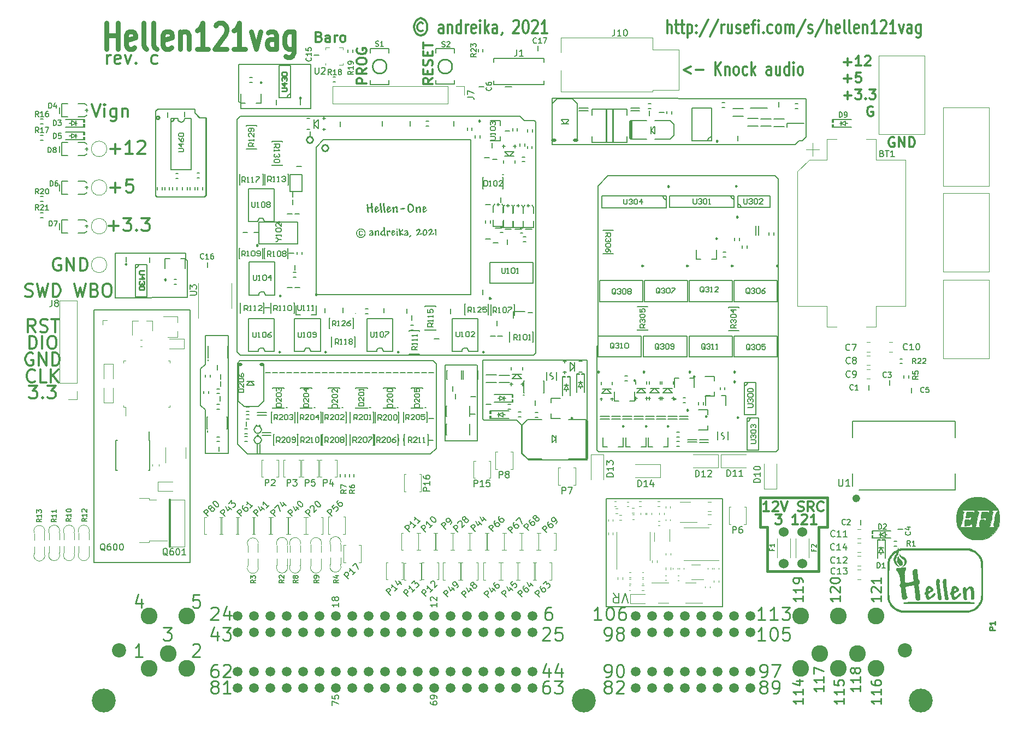
<source format=gto>
G75*
G70*
%OFA0B0*%
%FSLAX25Y25*%
%IPPOS*%
%LPD*%
%AMOC8*
5,1,8,0,0,1.08239X$1,22.5*
%
%ADD10C,0.00787*%
%ADD100C,0.00500*%
%ADD101C,0.00472*%
%ADD102C,0.00800*%
%ADD103C,0.00390*%
%ADD104C,0.00010*%
%ADD105C,0.02425*%
%ADD129C,0.01968*%
%ADD20C,0.14567*%
%ADD21C,0.08661*%
%ADD213C,0.00650*%
%ADD22C,0.10236*%
%ADD23C,0.05906*%
%ADD233C,0.00689*%
%ADD318C,0.00394*%
%ADD52C,0.06000*%
%ADD85C,0.01000*%
%ADD86C,0.01575*%
%ADD88C,0.01181*%
%ADD93C,0.01500*%
%ADD94C,0.00984*%
%ADD95C,0.01200*%
%ADD96C,0.02953*%
%ADD97C,0.00875*%
%ADD98C,0.00591*%
%ADD99C,0.00669*%
X0000000Y0000000D02*
%LPD*%
G01*
D93*
X0509843Y0100689D02*
X0509843Y0127854D01*
X0474409Y0127854D02*
X0478740Y0127854D01*
X0515354Y0145571D02*
X0474409Y0145571D01*
X0478740Y0127854D02*
X0478740Y0100689D01*
X0474409Y0145571D02*
X0474409Y0127854D01*
X0478740Y0100689D02*
X0509843Y0100689D01*
X0515354Y0127854D02*
X0515354Y0145571D01*
X0509843Y0127854D02*
X0515354Y0127854D01*
D94*
X0377329Y0070985D02*
X0372830Y0070985D01*
X0375080Y0070985D02*
X0375080Y0078859D01*
X0374330Y0077734D01*
X0373580Y0076984D01*
X0372830Y0076609D01*
X0382204Y0078859D02*
X0382954Y0078859D01*
X0383704Y0078484D01*
X0384079Y0078109D01*
X0384454Y0077359D01*
X0384828Y0075860D01*
X0384828Y0073985D01*
X0384454Y0072485D01*
X0384079Y0071735D01*
X0383704Y0071360D01*
X0382954Y0070985D01*
X0382204Y0070985D01*
X0381454Y0071360D01*
X0381079Y0071735D01*
X0380704Y0072485D01*
X0380329Y0073985D01*
X0380329Y0075860D01*
X0380704Y0077359D01*
X0381079Y0078109D01*
X0381454Y0078484D01*
X0382204Y0078859D01*
X0391578Y0078859D02*
X0390078Y0078859D01*
X0389328Y0078484D01*
X0388953Y0078109D01*
X0388203Y0076984D01*
X0387828Y0075485D01*
X0387828Y0072485D01*
X0388203Y0071735D01*
X0388578Y0071360D01*
X0389328Y0070985D01*
X0390828Y0070985D01*
X0391578Y0071360D01*
X0391953Y0071735D01*
X0392328Y0072485D01*
X0392328Y0074360D01*
X0391953Y0075110D01*
X0391578Y0075485D01*
X0390828Y0075860D01*
X0389328Y0075860D01*
X0388578Y0075485D01*
X0388203Y0075110D01*
X0387828Y0074360D01*
X0096579Y0083735D02*
X0096579Y0078485D01*
X0094704Y0086734D02*
X0092829Y0081110D01*
X0097703Y0081110D01*
X0131954Y0086359D02*
X0128204Y0086359D01*
X0127829Y0082610D01*
X0128204Y0082985D01*
X0128954Y0083360D01*
X0130829Y0083360D01*
X0131579Y0082985D01*
X0131954Y0082610D01*
X0132328Y0081860D01*
X0132328Y0079985D01*
X0131954Y0079235D01*
X0131579Y0078860D01*
X0130829Y0078485D01*
X0128954Y0078485D01*
X0128204Y0078860D01*
X0127829Y0079235D01*
X0127829Y0055609D02*
X0128204Y0055984D01*
X0128954Y0056359D01*
X0130829Y0056359D01*
X0131579Y0055984D01*
X0131954Y0055609D01*
X0132328Y0054859D01*
X0132328Y0054109D01*
X0131954Y0052985D01*
X0127454Y0048485D01*
X0132328Y0048485D01*
D88*
X0076453Y0311560D02*
X0082453Y0311560D01*
X0079453Y0308560D02*
X0079453Y0314559D01*
X0085452Y0316434D02*
X0090327Y0316434D01*
X0087702Y0313434D01*
X0088827Y0313434D01*
X0089577Y0313059D01*
X0089952Y0312684D01*
X0090327Y0311935D01*
X0090327Y0310060D01*
X0089952Y0309310D01*
X0089577Y0308935D01*
X0088827Y0308560D01*
X0086577Y0308560D01*
X0085827Y0308935D01*
X0085452Y0309310D01*
X0093701Y0309310D02*
X0094076Y0308935D01*
X0093701Y0308560D01*
X0093326Y0308935D01*
X0093701Y0309310D01*
X0093701Y0308560D01*
X0096701Y0316434D02*
X0101575Y0316434D01*
X0098951Y0313434D01*
X0100075Y0313434D01*
X0100825Y0313059D01*
X0101200Y0312684D01*
X0101575Y0311935D01*
X0101575Y0310060D01*
X0101200Y0309310D01*
X0100825Y0308935D01*
X0100075Y0308560D01*
X0097826Y0308560D01*
X0097076Y0308935D01*
X0096701Y0309310D01*
D95*
X0417596Y0429452D02*
X0417596Y0437452D01*
X0420168Y0429452D02*
X0420168Y0433642D01*
X0419882Y0434404D01*
X0419310Y0434785D01*
X0418453Y0434785D01*
X0417882Y0434404D01*
X0417596Y0434023D01*
X0422168Y0434785D02*
X0424453Y0434785D01*
X0423025Y0437452D02*
X0423025Y0430595D01*
X0423310Y0429833D01*
X0423882Y0429452D01*
X0424453Y0429452D01*
X0425596Y0434785D02*
X0427882Y0434785D01*
X0426453Y0437452D02*
X0426453Y0430595D01*
X0426739Y0429833D01*
X0427310Y0429452D01*
X0427882Y0429452D01*
X0429882Y0434785D02*
X0429882Y0426785D01*
X0429882Y0434404D02*
X0430453Y0434785D01*
X0431596Y0434785D01*
X0432168Y0434404D01*
X0432453Y0434023D01*
X0432739Y0433261D01*
X0432739Y0430976D01*
X0432453Y0430214D01*
X0432168Y0429833D01*
X0431596Y0429452D01*
X0430453Y0429452D01*
X0429882Y0429833D01*
X0435310Y0430214D02*
X0435596Y0429833D01*
X0435310Y0429452D01*
X0435025Y0429833D01*
X0435310Y0430214D01*
X0435310Y0429452D01*
X0435310Y0434404D02*
X0435596Y0434023D01*
X0435310Y0433642D01*
X0435025Y0434023D01*
X0435310Y0434404D01*
X0435310Y0433642D01*
X0442453Y0437833D02*
X0437310Y0427547D01*
X0448739Y0437833D02*
X0443596Y0427547D01*
X0450739Y0429452D02*
X0450739Y0434785D01*
X0450739Y0433261D02*
X0451025Y0434023D01*
X0451310Y0434404D01*
X0451882Y0434785D01*
X0452453Y0434785D01*
X0457025Y0434785D02*
X0457025Y0429452D01*
X0454453Y0434785D02*
X0454453Y0430595D01*
X0454739Y0429833D01*
X0455310Y0429452D01*
X0456168Y0429452D01*
X0456739Y0429833D01*
X0457025Y0430214D01*
X0459596Y0429833D02*
X0460168Y0429452D01*
X0461310Y0429452D01*
X0461882Y0429833D01*
X0462168Y0430595D01*
X0462168Y0430976D01*
X0461882Y0431738D01*
X0461310Y0432118D01*
X0460453Y0432118D01*
X0459882Y0432499D01*
X0459596Y0433261D01*
X0459596Y0433642D01*
X0459882Y0434404D01*
X0460453Y0434785D01*
X0461310Y0434785D01*
X0461882Y0434404D01*
X0467025Y0429833D02*
X0466453Y0429452D01*
X0465310Y0429452D01*
X0464739Y0429833D01*
X0464453Y0430595D01*
X0464453Y0433642D01*
X0464739Y0434404D01*
X0465310Y0434785D01*
X0466453Y0434785D01*
X0467025Y0434404D01*
X0467310Y0433642D01*
X0467310Y0432880D01*
X0464453Y0432118D01*
X0469025Y0434785D02*
X0471310Y0434785D01*
X0469882Y0429452D02*
X0469882Y0436309D01*
X0470168Y0437071D01*
X0470739Y0437452D01*
X0471310Y0437452D01*
X0473310Y0429452D02*
X0473310Y0434785D01*
X0473310Y0437452D02*
X0473025Y0437071D01*
X0473310Y0436690D01*
X0473596Y0437071D01*
X0473310Y0437452D01*
X0473310Y0436690D01*
X0476168Y0430214D02*
X0476453Y0429833D01*
X0476168Y0429452D01*
X0475882Y0429833D01*
X0476168Y0430214D01*
X0476168Y0429452D01*
X0481596Y0429833D02*
X0481025Y0429452D01*
X0479882Y0429452D01*
X0479310Y0429833D01*
X0479025Y0430214D01*
X0478739Y0430976D01*
X0478739Y0433261D01*
X0479025Y0434023D01*
X0479310Y0434404D01*
X0479882Y0434785D01*
X0481025Y0434785D01*
X0481596Y0434404D01*
X0485025Y0429452D02*
X0484453Y0429833D01*
X0484168Y0430214D01*
X0483882Y0430976D01*
X0483882Y0433261D01*
X0484168Y0434023D01*
X0484453Y0434404D01*
X0485025Y0434785D01*
X0485882Y0434785D01*
X0486453Y0434404D01*
X0486739Y0434023D01*
X0487025Y0433261D01*
X0487025Y0430976D01*
X0486739Y0430214D01*
X0486453Y0429833D01*
X0485882Y0429452D01*
X0485025Y0429452D01*
X0489596Y0429452D02*
X0489596Y0434785D01*
X0489596Y0434023D02*
X0489882Y0434404D01*
X0490453Y0434785D01*
X0491310Y0434785D01*
X0491882Y0434404D01*
X0492168Y0433642D01*
X0492168Y0429452D01*
X0492168Y0433642D02*
X0492453Y0434404D01*
X0493025Y0434785D01*
X0493882Y0434785D01*
X0494453Y0434404D01*
X0494739Y0433642D01*
X0494739Y0429452D01*
X0501882Y0437833D02*
X0496739Y0427547D01*
X0503596Y0429833D02*
X0504168Y0429452D01*
X0505310Y0429452D01*
X0505882Y0429833D01*
X0506168Y0430595D01*
X0506168Y0430976D01*
X0505882Y0431738D01*
X0505310Y0432118D01*
X0504453Y0432118D01*
X0503882Y0432499D01*
X0503596Y0433261D01*
X0503596Y0433642D01*
X0503882Y0434404D01*
X0504453Y0434785D01*
X0505310Y0434785D01*
X0505882Y0434404D01*
X0513025Y0437833D02*
X0507882Y0427547D01*
X0515025Y0429452D02*
X0515025Y0437452D01*
X0517596Y0429452D02*
X0517596Y0433642D01*
X0517310Y0434404D01*
X0516739Y0434785D01*
X0515882Y0434785D01*
X0515310Y0434404D01*
X0515025Y0434023D01*
X0522739Y0429833D02*
X0522168Y0429452D01*
X0521025Y0429452D01*
X0520453Y0429833D01*
X0520168Y0430595D01*
X0520168Y0433642D01*
X0520453Y0434404D01*
X0521025Y0434785D01*
X0522168Y0434785D01*
X0522739Y0434404D01*
X0523025Y0433642D01*
X0523025Y0432880D01*
X0520168Y0432118D01*
X0526453Y0429452D02*
X0525882Y0429833D01*
X0525596Y0430595D01*
X0525596Y0437452D01*
X0529596Y0429452D02*
X0529025Y0429833D01*
X0528739Y0430595D01*
X0528739Y0437452D01*
X0534168Y0429833D02*
X0533596Y0429452D01*
X0532453Y0429452D01*
X0531882Y0429833D01*
X0531596Y0430595D01*
X0531596Y0433642D01*
X0531882Y0434404D01*
X0532453Y0434785D01*
X0533596Y0434785D01*
X0534168Y0434404D01*
X0534453Y0433642D01*
X0534453Y0432880D01*
X0531596Y0432118D01*
X0537025Y0434785D02*
X0537025Y0429452D01*
X0537025Y0434023D02*
X0537310Y0434404D01*
X0537882Y0434785D01*
X0538739Y0434785D01*
X0539310Y0434404D01*
X0539596Y0433642D01*
X0539596Y0429452D01*
X0545596Y0429452D02*
X0542168Y0429452D01*
X0543882Y0429452D02*
X0543882Y0437452D01*
X0543310Y0436309D01*
X0542739Y0435547D01*
X0542168Y0435166D01*
X0547882Y0436690D02*
X0548168Y0437071D01*
X0548739Y0437452D01*
X0550168Y0437452D01*
X0550739Y0437071D01*
X0551025Y0436690D01*
X0551310Y0435928D01*
X0551310Y0435166D01*
X0551025Y0434023D01*
X0547596Y0429452D01*
X0551310Y0429452D01*
X0557025Y0429452D02*
X0553596Y0429452D01*
X0555310Y0429452D02*
X0555310Y0437452D01*
X0554739Y0436309D01*
X0554168Y0435547D01*
X0553596Y0435166D01*
X0559025Y0434785D02*
X0560453Y0429452D01*
X0561882Y0434785D01*
X0566739Y0429452D02*
X0566739Y0433642D01*
X0566453Y0434404D01*
X0565882Y0434785D01*
X0564739Y0434785D01*
X0564168Y0434404D01*
X0566739Y0429833D02*
X0566168Y0429452D01*
X0564739Y0429452D01*
X0564168Y0429833D01*
X0563882Y0430595D01*
X0563882Y0431357D01*
X0564168Y0432118D01*
X0564739Y0432499D01*
X0566168Y0432499D01*
X0566739Y0432880D01*
X0572168Y0434785D02*
X0572168Y0428309D01*
X0571882Y0427547D01*
X0571596Y0427166D01*
X0571025Y0426785D01*
X0570168Y0426785D01*
X0569596Y0427166D01*
X0572168Y0429833D02*
X0571596Y0429452D01*
X0570453Y0429452D01*
X0569882Y0429833D01*
X0569596Y0430214D01*
X0569310Y0430976D01*
X0569310Y0433261D01*
X0569596Y0434023D01*
X0569882Y0434404D01*
X0570453Y0434785D01*
X0571596Y0434785D01*
X0572168Y0434404D01*
D94*
X0512750Y0030610D02*
X0512750Y0027236D01*
X0512750Y0028923D02*
X0506845Y0028923D01*
X0507688Y0028361D01*
X0508251Y0027798D01*
X0508532Y0027236D01*
X0512750Y0036235D02*
X0512750Y0032860D01*
X0512750Y0034547D02*
X0506845Y0034547D01*
X0507688Y0033985D01*
X0508251Y0033422D01*
X0508532Y0032860D01*
X0506845Y0038203D02*
X0506845Y0042140D01*
X0512750Y0039609D01*
X0547750Y0085610D02*
X0547750Y0082236D01*
X0547750Y0083923D02*
X0541845Y0083923D01*
X0542688Y0083361D01*
X0543251Y0082798D01*
X0543532Y0082236D01*
X0542407Y0087860D02*
X0542126Y0088141D01*
X0541845Y0088704D01*
X0541845Y0090110D01*
X0542126Y0090672D01*
X0542407Y0090953D01*
X0542970Y0091235D01*
X0543532Y0091235D01*
X0544376Y0090953D01*
X0547750Y0087579D01*
X0547750Y0091235D01*
X0547750Y0096859D02*
X0547750Y0093484D01*
X0547750Y0095172D02*
X0541845Y0095172D01*
X0542688Y0094609D01*
X0543251Y0094047D01*
X0543532Y0093484D01*
D95*
X0525307Y0411855D02*
X0529879Y0411855D01*
X0527593Y0409569D02*
X0527593Y0414141D01*
X0535879Y0409569D02*
X0532450Y0409569D01*
X0534164Y0409569D02*
X0534164Y0415569D01*
X0533593Y0414712D01*
X0533021Y0414141D01*
X0532450Y0413855D01*
X0538164Y0414998D02*
X0538450Y0415283D01*
X0539021Y0415569D01*
X0540450Y0415569D01*
X0541021Y0415283D01*
X0541307Y0414998D01*
X0541593Y0414426D01*
X0541593Y0413855D01*
X0541307Y0412998D01*
X0537879Y0409569D01*
X0541593Y0409569D01*
D96*
X0075392Y0419823D02*
X0075392Y0435571D01*
X0075392Y0428072D02*
X0082141Y0428072D01*
X0082141Y0419823D02*
X0082141Y0435571D01*
X0092265Y0420573D02*
X0091140Y0419823D01*
X0088890Y0419823D01*
X0087766Y0420573D01*
X0087203Y0422073D01*
X0087203Y0428072D01*
X0087766Y0429572D01*
X0088890Y0430322D01*
X0091140Y0430322D01*
X0092265Y0429572D01*
X0092827Y0428072D01*
X0092827Y0426572D01*
X0087203Y0425072D01*
X0099577Y0419823D02*
X0098452Y0420573D01*
X0097889Y0422073D01*
X0097889Y0435571D01*
X0105763Y0419823D02*
X0104638Y0420573D01*
X0104076Y0422073D01*
X0104076Y0435571D01*
X0114762Y0420573D02*
X0113637Y0419823D01*
X0111388Y0419823D01*
X0110263Y0420573D01*
X0109700Y0422073D01*
X0109700Y0428072D01*
X0110263Y0429572D01*
X0111388Y0430322D01*
X0113637Y0430322D01*
X0114762Y0429572D01*
X0115325Y0428072D01*
X0115325Y0426572D01*
X0109700Y0425072D01*
X0120386Y0430322D02*
X0120386Y0419823D01*
X0120386Y0428822D02*
X0120949Y0429572D01*
X0122074Y0430322D01*
X0123761Y0430322D01*
X0124886Y0429572D01*
X0125448Y0428072D01*
X0125448Y0419823D01*
X0137259Y0419823D02*
X0130510Y0419823D01*
X0133885Y0419823D02*
X0133885Y0435571D01*
X0132760Y0433321D01*
X0131635Y0431822D01*
X0130510Y0431072D01*
X0141759Y0434071D02*
X0142321Y0434821D01*
X0143446Y0435571D01*
X0146258Y0435571D01*
X0147383Y0434821D01*
X0147946Y0434071D01*
X0148508Y0432572D01*
X0148508Y0431072D01*
X0147946Y0428822D01*
X0141196Y0419823D01*
X0148508Y0419823D01*
X0159757Y0419823D02*
X0153007Y0419823D01*
X0156382Y0419823D02*
X0156382Y0435571D01*
X0155257Y0433321D01*
X0154132Y0431822D01*
X0153007Y0431072D01*
X0163694Y0430322D02*
X0166506Y0419823D01*
X0169318Y0430322D01*
X0178879Y0419823D02*
X0178879Y0428072D01*
X0178317Y0429572D01*
X0177192Y0430322D01*
X0174942Y0430322D01*
X0173817Y0429572D01*
X0178879Y0420573D02*
X0177754Y0419823D01*
X0174942Y0419823D01*
X0173817Y0420573D01*
X0173255Y0422073D01*
X0173255Y0423573D01*
X0173817Y0425072D01*
X0174942Y0425822D01*
X0177754Y0425822D01*
X0178879Y0426572D01*
X0189565Y0430322D02*
X0189565Y0417573D01*
X0189003Y0416074D01*
X0188440Y0415324D01*
X0187316Y0414574D01*
X0185628Y0414574D01*
X0184503Y0415324D01*
X0189565Y0420573D02*
X0188440Y0419823D01*
X0186191Y0419823D01*
X0185066Y0420573D01*
X0184503Y0421323D01*
X0183941Y0422823D01*
X0183941Y0427322D01*
X0184503Y0428822D01*
X0185066Y0429572D01*
X0186191Y0430322D01*
X0188440Y0430322D01*
X0189565Y0429572D01*
D10*
X0212923Y0018860D02*
X0212923Y0021485D01*
X0216860Y0019798D01*
X0212923Y0024859D02*
X0212923Y0022985D01*
X0214798Y0022797D01*
X0214610Y0022985D01*
X0214423Y0023360D01*
X0214423Y0024297D01*
X0214610Y0024672D01*
X0214798Y0024859D01*
X0215172Y0025047D01*
X0216110Y0025047D01*
X0216485Y0024859D01*
X0216672Y0024672D01*
X0216860Y0024297D01*
X0216860Y0023360D01*
X0216672Y0022985D01*
X0216485Y0022797D01*
D88*
X0077541Y0358804D02*
X0083540Y0358804D01*
X0080540Y0355804D02*
X0080540Y0361803D01*
X0091414Y0355804D02*
X0086915Y0355804D01*
X0089164Y0355804D02*
X0089164Y0363678D01*
X0088414Y0362553D01*
X0087664Y0361803D01*
X0086915Y0361428D01*
X0094414Y0362928D02*
X0094789Y0363303D01*
X0095538Y0363678D01*
X0097413Y0363678D01*
X0098163Y0363303D01*
X0098538Y0362928D01*
X0098913Y0362178D01*
X0098913Y0361428D01*
X0098538Y0360304D01*
X0094039Y0355804D01*
X0098913Y0355804D01*
D10*
X0272923Y0020922D02*
X0272923Y0020172D01*
X0273110Y0019798D01*
X0273298Y0019610D01*
X0273860Y0019235D01*
X0274610Y0019048D01*
X0276110Y0019048D01*
X0276485Y0019235D01*
X0276672Y0019423D01*
X0276860Y0019798D01*
X0276860Y0020547D01*
X0276672Y0020922D01*
X0276485Y0021110D01*
X0276110Y0021297D01*
X0275172Y0021297D01*
X0274798Y0021110D01*
X0274610Y0020922D01*
X0274423Y0020547D01*
X0274423Y0019798D01*
X0274610Y0019423D01*
X0274798Y0019235D01*
X0275172Y0019048D01*
X0276860Y0023172D02*
X0276860Y0023922D01*
X0276672Y0024297D01*
X0276485Y0024484D01*
X0275922Y0024859D01*
X0275172Y0025047D01*
X0273673Y0025047D01*
X0273298Y0024859D01*
X0273110Y0024672D01*
X0272923Y0024297D01*
X0272923Y0023547D01*
X0273110Y0023172D01*
X0273298Y0022985D01*
X0273673Y0022797D01*
X0274610Y0022797D01*
X0274985Y0022985D01*
X0275172Y0023172D01*
X0275360Y0023547D01*
X0275360Y0024297D01*
X0275172Y0024672D01*
X0274985Y0024859D01*
X0274610Y0025047D01*
D94*
X0341579Y0065609D02*
X0341954Y0065984D01*
X0342704Y0066359D01*
X0344579Y0066359D01*
X0345329Y0065984D01*
X0345704Y0065609D01*
X0346079Y0064859D01*
X0346079Y0064109D01*
X0345704Y0062985D01*
X0341205Y0058485D01*
X0346079Y0058485D01*
X0353203Y0066359D02*
X0349454Y0066359D01*
X0349079Y0062610D01*
X0349454Y0062985D01*
X0350203Y0063360D01*
X0352078Y0063360D01*
X0352828Y0062985D01*
X0353203Y0062610D01*
X0353578Y0061860D01*
X0353578Y0059985D01*
X0353203Y0059235D01*
X0352828Y0058860D01*
X0352078Y0058485D01*
X0350203Y0058485D01*
X0349454Y0058860D01*
X0349079Y0059235D01*
X0525250Y0023110D02*
X0525250Y0019736D01*
X0525250Y0021423D02*
X0519345Y0021423D01*
X0520188Y0020861D01*
X0520751Y0020298D01*
X0521032Y0019736D01*
X0525250Y0028735D02*
X0525250Y0025360D01*
X0525250Y0027047D02*
X0519345Y0027047D01*
X0520188Y0026485D01*
X0520751Y0025922D01*
X0521032Y0025360D01*
X0519345Y0034078D02*
X0519345Y0031265D01*
X0522157Y0030984D01*
X0521876Y0031265D01*
X0521594Y0031828D01*
X0521594Y0033234D01*
X0521876Y0033796D01*
X0522157Y0034078D01*
X0522719Y0034359D01*
X0524125Y0034359D01*
X0524688Y0034078D01*
X0524969Y0033796D01*
X0525250Y0033234D01*
X0525250Y0031828D01*
X0524969Y0031265D01*
X0524688Y0030984D01*
X0142829Y0063735D02*
X0142829Y0058485D01*
X0140954Y0066734D02*
X0139079Y0061110D01*
X0143954Y0061110D01*
X0146204Y0066359D02*
X0151078Y0066359D01*
X0148453Y0063360D01*
X0149578Y0063360D01*
X0150328Y0062985D01*
X0150703Y0062610D01*
X0151078Y0061860D01*
X0151078Y0059985D01*
X0150703Y0059235D01*
X0150328Y0058860D01*
X0149578Y0058485D01*
X0147328Y0058485D01*
X0146579Y0058860D01*
X0146204Y0059235D01*
D95*
X0556058Y0365598D02*
X0555487Y0365884D01*
X0554630Y0365884D01*
X0553773Y0365598D01*
X0553201Y0365027D01*
X0552916Y0364456D01*
X0552630Y0363313D01*
X0552630Y0362456D01*
X0552916Y0361313D01*
X0553201Y0360741D01*
X0553773Y0360170D01*
X0554630Y0359884D01*
X0555201Y0359884D01*
X0556058Y0360170D01*
X0556344Y0360456D01*
X0556344Y0362456D01*
X0555201Y0362456D01*
X0558916Y0359884D02*
X0558916Y0365884D01*
X0562344Y0359884D01*
X0562344Y0365884D01*
X0565201Y0359884D02*
X0565201Y0365884D01*
X0566630Y0365884D01*
X0567487Y0365598D01*
X0568058Y0365027D01*
X0568344Y0364456D01*
X0568630Y0363313D01*
X0568630Y0362456D01*
X0568344Y0361313D01*
X0568058Y0360741D01*
X0567487Y0360170D01*
X0566630Y0359884D01*
X0565201Y0359884D01*
D10*
X0216860Y0081297D02*
X0216860Y0079048D01*
X0216860Y0080172D02*
X0212923Y0080172D01*
X0213485Y0079798D01*
X0213860Y0079423D01*
X0214048Y0079048D01*
X0214610Y0083547D02*
X0214423Y0083172D01*
X0214235Y0082985D01*
X0213860Y0082797D01*
X0213673Y0082797D01*
X0213298Y0082985D01*
X0213110Y0083172D01*
X0212923Y0083547D01*
X0212923Y0084297D01*
X0213110Y0084672D01*
X0213298Y0084859D01*
X0213673Y0085047D01*
X0213860Y0085047D01*
X0214235Y0084859D01*
X0214423Y0084672D01*
X0214610Y0084297D01*
X0214610Y0083547D01*
X0214798Y0083172D01*
X0214985Y0082985D01*
X0215360Y0082797D01*
X0216110Y0082797D01*
X0216485Y0082985D01*
X0216672Y0083172D01*
X0216860Y0083547D01*
X0216860Y0084297D01*
X0216672Y0084672D01*
X0216485Y0084859D01*
X0216110Y0085047D01*
X0215360Y0085047D01*
X0214985Y0084859D01*
X0214798Y0084672D01*
X0214610Y0084297D01*
D88*
X0028159Y0236595D02*
X0028159Y0244469D01*
X0030034Y0244469D01*
X0031159Y0244094D01*
X0031909Y0243345D01*
X0032283Y0242595D01*
X0032658Y0241095D01*
X0032658Y0239970D01*
X0032283Y0238470D01*
X0031909Y0237720D01*
X0031159Y0236970D01*
X0030034Y0236595D01*
X0028159Y0236595D01*
X0036033Y0236595D02*
X0036033Y0244469D01*
X0041282Y0244469D02*
X0042782Y0244469D01*
X0043532Y0244094D01*
X0044282Y0243345D01*
X0044657Y0241845D01*
X0044657Y0239220D01*
X0044282Y0237720D01*
X0043532Y0236970D01*
X0042782Y0236595D01*
X0041282Y0236595D01*
X0040532Y0236970D01*
X0039783Y0237720D01*
X0039408Y0239220D01*
X0039408Y0241845D01*
X0039783Y0243345D01*
X0040532Y0244094D01*
X0041282Y0244469D01*
D94*
X0474829Y0035985D02*
X0476329Y0035985D01*
X0477079Y0036360D01*
X0477454Y0036735D01*
X0478204Y0037860D01*
X0478579Y0039360D01*
X0478579Y0042359D01*
X0478204Y0043109D01*
X0477829Y0043484D01*
X0477079Y0043859D01*
X0475579Y0043859D01*
X0474829Y0043484D01*
X0474454Y0043109D01*
X0474079Y0042359D01*
X0474079Y0040485D01*
X0474454Y0039735D01*
X0474829Y0039360D01*
X0475579Y0038985D01*
X0477079Y0038985D01*
X0477829Y0039360D01*
X0478204Y0039735D01*
X0478579Y0040485D01*
X0481204Y0043859D02*
X0486453Y0043859D01*
X0483078Y0035985D01*
D88*
X0047150Y0291732D02*
X0046400Y0292107D01*
X0045276Y0292107D01*
X0044151Y0291732D01*
X0043401Y0290982D01*
X0043026Y0290232D01*
X0042651Y0288733D01*
X0042651Y0287608D01*
X0043026Y0286108D01*
X0043401Y0285358D01*
X0044151Y0284608D01*
X0045276Y0284233D01*
X0046025Y0284233D01*
X0047150Y0284608D01*
X0047525Y0284983D01*
X0047525Y0287608D01*
X0046025Y0287608D01*
X0050900Y0284233D02*
X0050900Y0292107D01*
X0055399Y0284233D01*
X0055399Y0292107D01*
X0059149Y0284233D02*
X0059149Y0292107D01*
X0061024Y0292107D01*
X0062148Y0291732D01*
X0062898Y0290982D01*
X0063273Y0290232D01*
X0063648Y0288733D01*
X0063648Y0287608D01*
X0063273Y0286108D01*
X0062898Y0285358D01*
X0062148Y0284608D01*
X0061024Y0284233D01*
X0059149Y0284233D01*
D95*
X0274325Y0401916D02*
X0271513Y0399916D01*
X0274325Y0398487D02*
X0268420Y0398487D01*
X0268420Y0400773D01*
X0268701Y0401344D01*
X0268982Y0401630D01*
X0269544Y0401916D01*
X0270388Y0401916D01*
X0270951Y0401630D01*
X0271232Y0401344D01*
X0271513Y0400773D01*
X0271513Y0398487D01*
X0271232Y0404487D02*
X0271232Y0406487D01*
X0274325Y0407344D02*
X0274325Y0404487D01*
X0268420Y0404487D01*
X0268420Y0407344D01*
X0274044Y0409630D02*
X0274325Y0410487D01*
X0274325Y0411916D01*
X0274044Y0412487D01*
X0273763Y0412773D01*
X0273200Y0413058D01*
X0272638Y0413058D01*
X0272075Y0412773D01*
X0271794Y0412487D01*
X0271513Y0411916D01*
X0271232Y0410773D01*
X0270951Y0410201D01*
X0270669Y0409916D01*
X0270107Y0409630D01*
X0269544Y0409630D01*
X0268982Y0409916D01*
X0268701Y0410201D01*
X0268420Y0410773D01*
X0268420Y0412201D01*
X0268701Y0413058D01*
X0271232Y0415630D02*
X0271232Y0417630D01*
X0274325Y0418487D02*
X0274325Y0415630D01*
X0268420Y0415630D01*
X0268420Y0418487D01*
X0268420Y0420201D02*
X0268420Y0423630D01*
X0274325Y0421916D02*
X0268420Y0421916D01*
D94*
X0139079Y0078109D02*
X0139454Y0078484D01*
X0140204Y0078859D01*
X0142079Y0078859D01*
X0142829Y0078484D01*
X0143204Y0078109D01*
X0143579Y0077359D01*
X0143579Y0076609D01*
X0143204Y0075485D01*
X0138705Y0070985D01*
X0143579Y0070985D01*
X0150328Y0076235D02*
X0150328Y0070985D01*
X0148453Y0079234D02*
X0146579Y0073610D01*
X0151453Y0073610D01*
X0379829Y0058485D02*
X0381329Y0058485D01*
X0382079Y0058860D01*
X0382454Y0059235D01*
X0383204Y0060360D01*
X0383579Y0061860D01*
X0383579Y0064859D01*
X0383204Y0065609D01*
X0382829Y0065984D01*
X0382079Y0066359D01*
X0380579Y0066359D01*
X0379829Y0065984D01*
X0379454Y0065609D01*
X0379079Y0064859D01*
X0379079Y0062985D01*
X0379454Y0062235D01*
X0379829Y0061860D01*
X0380579Y0061485D01*
X0382079Y0061485D01*
X0382829Y0061860D01*
X0383204Y0062235D01*
X0383579Y0062985D01*
X0388078Y0062985D02*
X0387328Y0063360D01*
X0386954Y0063735D01*
X0386579Y0064484D01*
X0386579Y0064859D01*
X0386954Y0065609D01*
X0387328Y0065984D01*
X0388078Y0066359D01*
X0389578Y0066359D01*
X0390328Y0065984D01*
X0390703Y0065609D01*
X0391078Y0064859D01*
X0391078Y0064484D01*
X0390703Y0063735D01*
X0390328Y0063360D01*
X0389578Y0062985D01*
X0388078Y0062985D01*
X0387328Y0062610D01*
X0386954Y0062235D01*
X0386579Y0061485D01*
X0386579Y0059985D01*
X0386954Y0059235D01*
X0387328Y0058860D01*
X0388078Y0058485D01*
X0389578Y0058485D01*
X0390328Y0058860D01*
X0390703Y0059235D01*
X0391078Y0059985D01*
X0391078Y0061485D01*
X0390703Y0062235D01*
X0390328Y0062610D01*
X0389578Y0062985D01*
D95*
X0268213Y0435547D02*
X0267642Y0435928D01*
X0266499Y0435928D01*
X0265927Y0435547D01*
X0265356Y0434785D01*
X0265070Y0434023D01*
X0265070Y0432499D01*
X0265356Y0431738D01*
X0265927Y0430976D01*
X0266499Y0430595D01*
X0267642Y0430595D01*
X0268213Y0430976D01*
X0267070Y0438595D02*
X0265642Y0438214D01*
X0264213Y0437071D01*
X0263356Y0435166D01*
X0263070Y0433261D01*
X0263356Y0431357D01*
X0264213Y0429452D01*
X0265642Y0428309D01*
X0267070Y0427928D01*
X0268499Y0428309D01*
X0269927Y0429452D01*
X0270785Y0431357D01*
X0271070Y0433261D01*
X0270785Y0435166D01*
X0269927Y0437071D01*
X0268499Y0438214D01*
X0267070Y0438595D01*
X0280785Y0429452D02*
X0280785Y0433642D01*
X0280499Y0434404D01*
X0279927Y0434785D01*
X0278785Y0434785D01*
X0278213Y0434404D01*
X0280785Y0429833D02*
X0280213Y0429452D01*
X0278785Y0429452D01*
X0278213Y0429833D01*
X0277927Y0430595D01*
X0277927Y0431357D01*
X0278213Y0432118D01*
X0278785Y0432499D01*
X0280213Y0432499D01*
X0280785Y0432880D01*
X0283642Y0434785D02*
X0283642Y0429452D01*
X0283642Y0434023D02*
X0283927Y0434404D01*
X0284499Y0434785D01*
X0285356Y0434785D01*
X0285927Y0434404D01*
X0286213Y0433642D01*
X0286213Y0429452D01*
X0291642Y0429452D02*
X0291642Y0437452D01*
X0291642Y0429833D02*
X0291070Y0429452D01*
X0289927Y0429452D01*
X0289356Y0429833D01*
X0289070Y0430214D01*
X0288785Y0430976D01*
X0288785Y0433261D01*
X0289070Y0434023D01*
X0289356Y0434404D01*
X0289927Y0434785D01*
X0291070Y0434785D01*
X0291642Y0434404D01*
X0294499Y0429452D02*
X0294499Y0434785D01*
X0294499Y0433261D02*
X0294785Y0434023D01*
X0295070Y0434404D01*
X0295642Y0434785D01*
X0296213Y0434785D01*
X0300499Y0429833D02*
X0299927Y0429452D01*
X0298785Y0429452D01*
X0298213Y0429833D01*
X0297927Y0430595D01*
X0297927Y0433642D01*
X0298213Y0434404D01*
X0298785Y0434785D01*
X0299927Y0434785D01*
X0300499Y0434404D01*
X0300785Y0433642D01*
X0300785Y0432880D01*
X0297927Y0432118D01*
X0303356Y0429452D02*
X0303356Y0434785D01*
X0303356Y0437452D02*
X0303070Y0437071D01*
X0303356Y0436690D01*
X0303642Y0437071D01*
X0303356Y0437452D01*
X0303356Y0436690D01*
X0306213Y0429452D02*
X0306213Y0437452D01*
X0306785Y0432499D02*
X0308499Y0429452D01*
X0308499Y0434785D02*
X0306213Y0431738D01*
X0313642Y0429452D02*
X0313642Y0433642D01*
X0313356Y0434404D01*
X0312785Y0434785D01*
X0311642Y0434785D01*
X0311070Y0434404D01*
X0313642Y0429833D02*
X0313070Y0429452D01*
X0311642Y0429452D01*
X0311070Y0429833D01*
X0310785Y0430595D01*
X0310785Y0431357D01*
X0311070Y0432118D01*
X0311642Y0432499D01*
X0313070Y0432499D01*
X0313642Y0432880D01*
X0316785Y0429833D02*
X0316785Y0429452D01*
X0316499Y0428690D01*
X0316213Y0428309D01*
X0323642Y0436690D02*
X0323927Y0437071D01*
X0324499Y0437452D01*
X0325927Y0437452D01*
X0326499Y0437071D01*
X0326785Y0436690D01*
X0327070Y0435928D01*
X0327070Y0435166D01*
X0326785Y0434023D01*
X0323356Y0429452D01*
X0327070Y0429452D01*
X0330785Y0437452D02*
X0331356Y0437452D01*
X0331927Y0437071D01*
X0332213Y0436690D01*
X0332499Y0435928D01*
X0332785Y0434404D01*
X0332785Y0432499D01*
X0332499Y0430976D01*
X0332213Y0430214D01*
X0331927Y0429833D01*
X0331356Y0429452D01*
X0330785Y0429452D01*
X0330213Y0429833D01*
X0329927Y0430214D01*
X0329642Y0430976D01*
X0329356Y0432499D01*
X0329356Y0434404D01*
X0329642Y0435928D01*
X0329927Y0436690D01*
X0330213Y0437071D01*
X0330785Y0437452D01*
X0335070Y0436690D02*
X0335356Y0437071D01*
X0335927Y0437452D01*
X0337356Y0437452D01*
X0337927Y0437071D01*
X0338213Y0436690D01*
X0338499Y0435928D01*
X0338499Y0435166D01*
X0338213Y0434023D01*
X0334785Y0429452D01*
X0338499Y0429452D01*
X0344213Y0429452D02*
X0340785Y0429452D01*
X0342499Y0429452D02*
X0342499Y0437452D01*
X0341927Y0436309D01*
X0341356Y0435547D01*
X0340785Y0435166D01*
X0497181Y0129471D02*
X0493753Y0129471D01*
X0495467Y0129471D02*
X0495467Y0135471D01*
X0494895Y0134614D01*
X0494324Y0134042D01*
X0493753Y0133756D01*
X0499467Y0134899D02*
X0499753Y0135185D01*
X0500324Y0135471D01*
X0501753Y0135471D01*
X0502324Y0135185D01*
X0502610Y0134899D01*
X0502895Y0134328D01*
X0502895Y0133756D01*
X0502610Y0132899D01*
X0499181Y0129471D01*
X0502895Y0129471D01*
X0508610Y0129471D02*
X0505181Y0129471D01*
X0506895Y0129471D02*
X0506895Y0135471D01*
X0506324Y0134614D01*
X0505753Y0134042D01*
X0505181Y0133756D01*
D94*
X0535250Y0030610D02*
X0535250Y0027236D01*
X0535250Y0028923D02*
X0529345Y0028923D01*
X0530188Y0028361D01*
X0530751Y0027798D01*
X0531032Y0027236D01*
X0535250Y0036235D02*
X0535250Y0032860D01*
X0535250Y0034547D02*
X0529345Y0034547D01*
X0530188Y0033985D01*
X0530751Y0033422D01*
X0531032Y0032860D01*
X0531876Y0039609D02*
X0531594Y0039047D01*
X0531313Y0038765D01*
X0530751Y0038484D01*
X0530470Y0038484D01*
X0529907Y0038765D01*
X0529626Y0039047D01*
X0529345Y0039609D01*
X0529345Y0040734D01*
X0529626Y0041296D01*
X0529907Y0041578D01*
X0530470Y0041859D01*
X0530751Y0041859D01*
X0531313Y0041578D01*
X0531594Y0041296D01*
X0531876Y0040734D01*
X0531876Y0039609D01*
X0532157Y0039047D01*
X0532438Y0038765D01*
X0533001Y0038484D01*
X0534125Y0038484D01*
X0534688Y0038765D01*
X0534969Y0039047D01*
X0535250Y0039609D01*
X0535250Y0040734D01*
X0534969Y0041296D01*
X0534688Y0041578D01*
X0534125Y0041859D01*
X0533001Y0041859D01*
X0532438Y0041578D01*
X0532157Y0041296D01*
X0531876Y0040734D01*
D88*
X0025722Y0268860D02*
X0026847Y0268485D01*
X0028721Y0268485D01*
X0029471Y0268860D01*
X0029846Y0269235D01*
X0030221Y0269985D01*
X0030221Y0270735D01*
X0029846Y0271485D01*
X0029471Y0271860D01*
X0028721Y0272235D01*
X0027222Y0272610D01*
X0026472Y0272985D01*
X0026097Y0273360D01*
X0025722Y0274109D01*
X0025722Y0274859D01*
X0026097Y0275609D01*
X0026472Y0275984D01*
X0027222Y0276359D01*
X0029096Y0276359D01*
X0030221Y0275984D01*
X0032846Y0276359D02*
X0034721Y0268485D01*
X0036220Y0274109D01*
X0037720Y0268485D01*
X0039595Y0276359D01*
X0042595Y0268485D02*
X0042595Y0276359D01*
X0044469Y0276359D01*
X0045594Y0275984D01*
X0046344Y0275234D01*
X0046719Y0274484D01*
X0047094Y0272985D01*
X0047094Y0271860D01*
X0046719Y0270360D01*
X0046344Y0269610D01*
X0045594Y0268860D01*
X0044469Y0268485D01*
X0042595Y0268485D01*
X0055718Y0276359D02*
X0057593Y0268485D01*
X0059093Y0274109D01*
X0060592Y0268485D01*
X0062467Y0276359D01*
X0068091Y0272610D02*
X0069216Y0272235D01*
X0069591Y0271860D01*
X0069966Y0271110D01*
X0069966Y0269985D01*
X0069591Y0269235D01*
X0069216Y0268860D01*
X0068466Y0268485D01*
X0065467Y0268485D01*
X0065467Y0276359D01*
X0068091Y0276359D01*
X0068841Y0275984D01*
X0069216Y0275609D01*
X0069591Y0274859D01*
X0069591Y0274109D01*
X0069216Y0273360D01*
X0068841Y0272985D01*
X0068091Y0272610D01*
X0065467Y0272610D01*
X0074841Y0276359D02*
X0076340Y0276359D01*
X0077090Y0275984D01*
X0077840Y0275234D01*
X0078215Y0273735D01*
X0078215Y0271110D01*
X0077840Y0269610D01*
X0077090Y0268860D01*
X0076340Y0268485D01*
X0074841Y0268485D01*
X0074091Y0268860D01*
X0073341Y0269610D01*
X0072966Y0271110D01*
X0072966Y0273735D01*
X0073341Y0275234D01*
X0074091Y0275984D01*
X0074841Y0276359D01*
D95*
X0233969Y0398610D02*
X0228063Y0398610D01*
X0228063Y0400896D01*
X0228344Y0401467D01*
X0228626Y0401753D01*
X0229188Y0402038D01*
X0230032Y0402038D01*
X0230594Y0401753D01*
X0230875Y0401467D01*
X0231157Y0400896D01*
X0231157Y0398610D01*
X0233969Y0408038D02*
X0231157Y0406038D01*
X0233969Y0404610D02*
X0228063Y0404610D01*
X0228063Y0406896D01*
X0228344Y0407467D01*
X0228626Y0407753D01*
X0229188Y0408038D01*
X0230032Y0408038D01*
X0230594Y0407753D01*
X0230875Y0407467D01*
X0231157Y0406896D01*
X0231157Y0404610D01*
X0228063Y0411753D02*
X0228063Y0412896D01*
X0228344Y0413467D01*
X0228907Y0414038D01*
X0230032Y0414324D01*
X0232000Y0414324D01*
X0233125Y0414038D01*
X0233688Y0413467D01*
X0233969Y0412896D01*
X0233969Y0411753D01*
X0233688Y0411181D01*
X0233125Y0410610D01*
X0232000Y0410324D01*
X0230032Y0410324D01*
X0228907Y0410610D01*
X0228344Y0411181D01*
X0228063Y0411753D01*
X0228344Y0420038D02*
X0228063Y0419467D01*
X0228063Y0418610D01*
X0228344Y0417753D01*
X0228907Y0417181D01*
X0229469Y0416896D01*
X0230594Y0416610D01*
X0231438Y0416610D01*
X0232563Y0416896D01*
X0233125Y0417181D01*
X0233688Y0417753D01*
X0233969Y0418610D01*
X0233969Y0419181D01*
X0233688Y0420038D01*
X0233406Y0420324D01*
X0231438Y0420324D01*
X0231438Y0419181D01*
D94*
X0097328Y0048485D02*
X0092829Y0048485D01*
X0095079Y0048485D02*
X0095079Y0056359D01*
X0094329Y0055234D01*
X0093579Y0054484D01*
X0092829Y0054109D01*
X0140579Y0030485D02*
X0139829Y0030860D01*
X0139454Y0031235D01*
X0139079Y0031984D01*
X0139079Y0032359D01*
X0139454Y0033109D01*
X0139829Y0033484D01*
X0140579Y0033859D01*
X0142079Y0033859D01*
X0142829Y0033484D01*
X0143204Y0033109D01*
X0143579Y0032359D01*
X0143579Y0031984D01*
X0143204Y0031235D01*
X0142829Y0030860D01*
X0142079Y0030485D01*
X0140579Y0030485D01*
X0139829Y0030110D01*
X0139454Y0029735D01*
X0139079Y0028985D01*
X0139079Y0027485D01*
X0139454Y0026735D01*
X0139829Y0026360D01*
X0140579Y0025985D01*
X0142079Y0025985D01*
X0142829Y0026360D01*
X0143204Y0026735D01*
X0143579Y0027485D01*
X0143579Y0028985D01*
X0143204Y0029735D01*
X0142829Y0030110D01*
X0142079Y0030485D01*
X0151078Y0025985D02*
X0146579Y0025985D01*
X0148828Y0025985D02*
X0148828Y0033859D01*
X0148078Y0032734D01*
X0147328Y0031984D01*
X0146579Y0031609D01*
D88*
X0031534Y0216873D02*
X0031159Y0216498D01*
X0030034Y0216123D01*
X0029284Y0216123D01*
X0028159Y0216498D01*
X0027409Y0217248D01*
X0027034Y0217998D01*
X0026659Y0219498D01*
X0026659Y0220622D01*
X0027034Y0222122D01*
X0027409Y0222872D01*
X0028159Y0223622D01*
X0029284Y0223997D01*
X0030034Y0223997D01*
X0031159Y0223622D01*
X0031534Y0223247D01*
X0038658Y0216123D02*
X0034908Y0216123D01*
X0034908Y0223997D01*
X0041282Y0216123D02*
X0041282Y0223997D01*
X0045782Y0216123D02*
X0042407Y0220622D01*
X0045782Y0223997D02*
X0041282Y0219498D01*
X0066180Y0386119D02*
X0068804Y0378245D01*
X0071429Y0386119D01*
X0074054Y0378245D02*
X0074054Y0383494D01*
X0074054Y0386119D02*
X0073679Y0385744D01*
X0074054Y0385369D01*
X0074429Y0385744D01*
X0074054Y0386119D01*
X0074054Y0385369D01*
X0081178Y0383494D02*
X0081178Y0377120D01*
X0080803Y0376370D01*
X0080428Y0375995D01*
X0079678Y0375620D01*
X0078553Y0375620D01*
X0077803Y0375995D01*
X0081178Y0378620D02*
X0080428Y0378245D01*
X0078928Y0378245D01*
X0078178Y0378620D01*
X0077803Y0378995D01*
X0077428Y0379745D01*
X0077428Y0381995D01*
X0077803Y0382744D01*
X0078178Y0383119D01*
X0078928Y0383494D01*
X0080428Y0383494D01*
X0081178Y0383119D01*
X0084927Y0383494D02*
X0084927Y0378245D01*
X0084927Y0382744D02*
X0085302Y0383119D01*
X0086052Y0383494D01*
X0087177Y0383494D01*
X0087927Y0383119D01*
X0088302Y0382370D01*
X0088302Y0378245D01*
D94*
X0500250Y0085610D02*
X0500250Y0082236D01*
X0500250Y0083923D02*
X0494345Y0083923D01*
X0495188Y0083361D01*
X0495751Y0082798D01*
X0496032Y0082236D01*
X0500250Y0091235D02*
X0500250Y0087860D01*
X0500250Y0089547D02*
X0494345Y0089547D01*
X0495188Y0088985D01*
X0495751Y0088422D01*
X0496032Y0087860D01*
X0500250Y0094047D02*
X0500250Y0095172D01*
X0499969Y0095734D01*
X0499688Y0096015D01*
X0498844Y0096578D01*
X0497719Y0096859D01*
X0495470Y0096859D01*
X0494907Y0096578D01*
X0494626Y0096296D01*
X0494345Y0095734D01*
X0494345Y0094609D01*
X0494626Y0094047D01*
X0494907Y0093765D01*
X0495470Y0093484D01*
X0496876Y0093484D01*
X0497438Y0093765D01*
X0497719Y0094047D01*
X0498001Y0094609D01*
X0498001Y0095734D01*
X0497719Y0096296D01*
X0497438Y0096578D01*
X0496876Y0096859D01*
X0345329Y0041235D02*
X0345329Y0035985D01*
X0343454Y0044234D02*
X0341579Y0038610D01*
X0346454Y0038610D01*
X0352828Y0041235D02*
X0352828Y0035985D01*
X0350953Y0044234D02*
X0349079Y0038610D01*
X0353953Y0038610D01*
D95*
X0525408Y0401619D02*
X0529980Y0401619D01*
X0527694Y0399333D02*
X0527694Y0403904D01*
X0535694Y0405333D02*
X0532837Y0405333D01*
X0532551Y0402476D01*
X0532837Y0402762D01*
X0533408Y0403047D01*
X0534837Y0403047D01*
X0535408Y0402762D01*
X0535694Y0402476D01*
X0535980Y0401904D01*
X0535980Y0400476D01*
X0535694Y0399904D01*
X0535408Y0399619D01*
X0534837Y0399333D01*
X0533408Y0399333D01*
X0532837Y0399619D01*
X0532551Y0399904D01*
D94*
X0380579Y0030485D02*
X0379829Y0030860D01*
X0379454Y0031235D01*
X0379079Y0031984D01*
X0379079Y0032359D01*
X0379454Y0033109D01*
X0379829Y0033484D01*
X0380579Y0033859D01*
X0382079Y0033859D01*
X0382829Y0033484D01*
X0383204Y0033109D01*
X0383579Y0032359D01*
X0383579Y0031984D01*
X0383204Y0031235D01*
X0382829Y0030860D01*
X0382079Y0030485D01*
X0380579Y0030485D01*
X0379829Y0030110D01*
X0379454Y0029735D01*
X0379079Y0028985D01*
X0379079Y0027485D01*
X0379454Y0026735D01*
X0379829Y0026360D01*
X0380579Y0025985D01*
X0382079Y0025985D01*
X0382829Y0026360D01*
X0383204Y0026735D01*
X0383579Y0027485D01*
X0383579Y0028985D01*
X0383204Y0029735D01*
X0382829Y0030110D01*
X0382079Y0030485D01*
X0386579Y0033109D02*
X0386954Y0033484D01*
X0387703Y0033859D01*
X0389578Y0033859D01*
X0390328Y0033484D01*
X0390703Y0033109D01*
X0391078Y0032359D01*
X0391078Y0031609D01*
X0390703Y0030485D01*
X0386204Y0025985D01*
X0391078Y0025985D01*
X0109954Y0066359D02*
X0114828Y0066359D01*
X0112204Y0063360D01*
X0113329Y0063360D01*
X0114079Y0062985D01*
X0114454Y0062610D01*
X0114828Y0061860D01*
X0114828Y0059985D01*
X0114454Y0059235D01*
X0114079Y0058860D01*
X0113329Y0058485D01*
X0111079Y0058485D01*
X0110329Y0058860D01*
X0109954Y0059235D01*
X0475579Y0030485D02*
X0474829Y0030860D01*
X0474454Y0031235D01*
X0474079Y0031984D01*
X0474079Y0032359D01*
X0474454Y0033109D01*
X0474829Y0033484D01*
X0475579Y0033859D01*
X0477079Y0033859D01*
X0477829Y0033484D01*
X0478204Y0033109D01*
X0478579Y0032359D01*
X0478579Y0031984D01*
X0478204Y0031235D01*
X0477829Y0030860D01*
X0477079Y0030485D01*
X0475579Y0030485D01*
X0474829Y0030110D01*
X0474454Y0029735D01*
X0474079Y0028985D01*
X0474079Y0027485D01*
X0474454Y0026735D01*
X0474829Y0026360D01*
X0475579Y0025985D01*
X0477079Y0025985D01*
X0477829Y0026360D01*
X0478204Y0026735D01*
X0478579Y0027485D01*
X0478579Y0028985D01*
X0478204Y0029735D01*
X0477829Y0030110D01*
X0477079Y0030485D01*
X0482328Y0025985D02*
X0483828Y0025985D01*
X0484578Y0026360D01*
X0484953Y0026735D01*
X0485703Y0027860D01*
X0486078Y0029360D01*
X0486078Y0032359D01*
X0485703Y0033109D01*
X0485328Y0033484D01*
X0484578Y0033859D01*
X0483078Y0033859D01*
X0482328Y0033484D01*
X0481954Y0033109D01*
X0481579Y0032359D01*
X0481579Y0030485D01*
X0481954Y0029735D01*
X0482328Y0029360D01*
X0483078Y0028985D01*
X0484578Y0028985D01*
X0485328Y0029360D01*
X0485703Y0029735D01*
X0486078Y0030485D01*
D88*
X0077747Y0335182D02*
X0083746Y0335182D01*
X0080747Y0332182D02*
X0080747Y0338181D01*
X0091245Y0340056D02*
X0087496Y0340056D01*
X0087121Y0336307D01*
X0087496Y0336681D01*
X0088246Y0337056D01*
X0090120Y0337056D01*
X0090870Y0336681D01*
X0091245Y0336307D01*
X0091620Y0335557D01*
X0091620Y0333682D01*
X0091245Y0332932D01*
X0090870Y0332557D01*
X0090120Y0332182D01*
X0088246Y0332182D01*
X0087496Y0332557D01*
X0087121Y0332932D01*
D95*
X0432065Y0409195D02*
X0427494Y0406909D01*
X0432065Y0404623D01*
X0434922Y0406909D02*
X0439494Y0406909D01*
X0446922Y0403861D02*
X0446922Y0411861D01*
X0450351Y0403861D02*
X0447780Y0408433D01*
X0450351Y0411861D02*
X0446922Y0407290D01*
X0452922Y0409195D02*
X0452922Y0403861D01*
X0452922Y0408433D02*
X0453208Y0408814D01*
X0453780Y0409195D01*
X0454637Y0409195D01*
X0455208Y0408814D01*
X0455494Y0408052D01*
X0455494Y0403861D01*
X0459208Y0403861D02*
X0458637Y0404242D01*
X0458351Y0404623D01*
X0458065Y0405385D01*
X0458065Y0407671D01*
X0458351Y0408433D01*
X0458637Y0408814D01*
X0459208Y0409195D01*
X0460065Y0409195D01*
X0460637Y0408814D01*
X0460922Y0408433D01*
X0461208Y0407671D01*
X0461208Y0405385D01*
X0460922Y0404623D01*
X0460637Y0404242D01*
X0460065Y0403861D01*
X0459208Y0403861D01*
X0466351Y0404242D02*
X0465780Y0403861D01*
X0464637Y0403861D01*
X0464065Y0404242D01*
X0463780Y0404623D01*
X0463494Y0405385D01*
X0463494Y0407671D01*
X0463780Y0408433D01*
X0464065Y0408814D01*
X0464637Y0409195D01*
X0465780Y0409195D01*
X0466351Y0408814D01*
X0468922Y0403861D02*
X0468922Y0411861D01*
X0469494Y0406909D02*
X0471208Y0403861D01*
X0471208Y0409195D02*
X0468922Y0406147D01*
X0480922Y0403861D02*
X0480922Y0408052D01*
X0480637Y0408814D01*
X0480065Y0409195D01*
X0478922Y0409195D01*
X0478351Y0408814D01*
X0480922Y0404242D02*
X0480351Y0403861D01*
X0478922Y0403861D01*
X0478351Y0404242D01*
X0478065Y0405004D01*
X0478065Y0405766D01*
X0478351Y0406528D01*
X0478922Y0406909D01*
X0480351Y0406909D01*
X0480922Y0407290D01*
X0486351Y0409195D02*
X0486351Y0403861D01*
X0483780Y0409195D02*
X0483780Y0405004D01*
X0484065Y0404242D01*
X0484637Y0403861D01*
X0485494Y0403861D01*
X0486065Y0404242D01*
X0486351Y0404623D01*
X0491780Y0403861D02*
X0491780Y0411861D01*
X0491780Y0404242D02*
X0491208Y0403861D01*
X0490065Y0403861D01*
X0489494Y0404242D01*
X0489208Y0404623D01*
X0488922Y0405385D01*
X0488922Y0407671D01*
X0489208Y0408433D01*
X0489494Y0408814D01*
X0490065Y0409195D01*
X0491208Y0409195D01*
X0491780Y0408814D01*
X0494637Y0403861D02*
X0494637Y0409195D01*
X0494637Y0411861D02*
X0494351Y0411480D01*
X0494637Y0411099D01*
X0494922Y0411480D01*
X0494637Y0411861D01*
X0494637Y0411099D01*
X0498351Y0403861D02*
X0497780Y0404242D01*
X0497494Y0404623D01*
X0497208Y0405385D01*
X0497208Y0407671D01*
X0497494Y0408433D01*
X0497780Y0408814D01*
X0498351Y0409195D01*
X0499208Y0409195D01*
X0499780Y0408814D01*
X0500065Y0408433D01*
X0500351Y0407671D01*
X0500351Y0405385D01*
X0500065Y0404623D01*
X0499780Y0404242D01*
X0499208Y0403861D01*
X0498351Y0403861D01*
D94*
X0345329Y0033859D02*
X0343829Y0033859D01*
X0343079Y0033484D01*
X0342704Y0033109D01*
X0341954Y0031984D01*
X0341579Y0030485D01*
X0341579Y0027485D01*
X0341954Y0026735D01*
X0342329Y0026360D01*
X0343079Y0025985D01*
X0344579Y0025985D01*
X0345329Y0026360D01*
X0345704Y0026735D01*
X0346079Y0027485D01*
X0346079Y0029360D01*
X0345704Y0030110D01*
X0345329Y0030485D01*
X0344579Y0030860D01*
X0343079Y0030860D01*
X0342329Y0030485D01*
X0341954Y0030110D01*
X0341579Y0029360D01*
X0348704Y0033859D02*
X0353578Y0033859D01*
X0350953Y0030860D01*
X0352078Y0030860D01*
X0352828Y0030485D01*
X0353203Y0030110D01*
X0353578Y0029360D01*
X0353578Y0027485D01*
X0353203Y0026735D01*
X0352828Y0026360D01*
X0352078Y0025985D01*
X0349828Y0025985D01*
X0349079Y0026360D01*
X0348704Y0026735D01*
D95*
X0525453Y0391382D02*
X0530025Y0391382D01*
X0527739Y0389097D02*
X0527739Y0393668D01*
X0532310Y0395097D02*
X0536025Y0395097D01*
X0534025Y0392811D01*
X0534882Y0392811D01*
X0535453Y0392525D01*
X0535739Y0392240D01*
X0536025Y0391668D01*
X0536025Y0390240D01*
X0535739Y0389668D01*
X0535453Y0389382D01*
X0534882Y0389097D01*
X0533168Y0389097D01*
X0532596Y0389382D01*
X0532310Y0389668D01*
X0538596Y0389668D02*
X0538882Y0389382D01*
X0538596Y0389097D01*
X0538310Y0389382D01*
X0538596Y0389668D01*
X0538596Y0389097D01*
X0540882Y0395097D02*
X0544596Y0395097D01*
X0542596Y0392811D01*
X0543453Y0392811D01*
X0544025Y0392525D01*
X0544310Y0392240D01*
X0544596Y0391668D01*
X0544596Y0390240D01*
X0544310Y0389668D01*
X0544025Y0389382D01*
X0543453Y0389097D01*
X0541739Y0389097D01*
X0541168Y0389382D01*
X0540882Y0389668D01*
X0542910Y0384496D02*
X0542339Y0384782D01*
X0541481Y0384782D01*
X0540624Y0384496D01*
X0540053Y0383925D01*
X0539767Y0383353D01*
X0539481Y0382210D01*
X0539481Y0381353D01*
X0539767Y0380210D01*
X0540053Y0379639D01*
X0540624Y0379067D01*
X0541481Y0378782D01*
X0542053Y0378782D01*
X0542910Y0379067D01*
X0543196Y0379353D01*
X0543196Y0381353D01*
X0542053Y0381353D01*
D94*
X0500250Y0023110D02*
X0500250Y0019736D01*
X0500250Y0021423D02*
X0494345Y0021423D01*
X0495188Y0020861D01*
X0495751Y0020298D01*
X0496032Y0019736D01*
X0500250Y0028735D02*
X0500250Y0025360D01*
X0500250Y0027047D02*
X0494345Y0027047D01*
X0495188Y0026485D01*
X0495751Y0025922D01*
X0496032Y0025360D01*
X0496313Y0033796D02*
X0500250Y0033796D01*
X0494064Y0032390D02*
X0498282Y0030984D01*
X0498282Y0034640D01*
D88*
X0075593Y0410685D02*
X0075593Y0415935D01*
X0075593Y0414435D02*
X0075968Y0415185D01*
X0076343Y0415560D01*
X0077093Y0415935D01*
X0077843Y0415935D01*
X0083467Y0411060D02*
X0082717Y0410685D01*
X0081217Y0410685D01*
X0080468Y0411060D01*
X0080093Y0411810D01*
X0080093Y0414810D01*
X0080468Y0415560D01*
X0081217Y0415935D01*
X0082717Y0415935D01*
X0083467Y0415560D01*
X0083842Y0414810D01*
X0083842Y0414060D01*
X0080093Y0413310D01*
X0086467Y0415935D02*
X0088342Y0410685D01*
X0090216Y0415935D01*
X0093216Y0411435D02*
X0093591Y0411060D01*
X0093216Y0410685D01*
X0092841Y0411060D01*
X0093216Y0411435D01*
X0093216Y0410685D01*
X0106339Y0411060D02*
X0105589Y0410685D01*
X0104090Y0410685D01*
X0103340Y0411060D01*
X0102965Y0411435D01*
X0102590Y0412185D01*
X0102590Y0414435D01*
X0102965Y0415185D01*
X0103340Y0415560D01*
X0104090Y0415935D01*
X0105589Y0415935D01*
X0106339Y0415560D01*
D94*
X0522750Y0085610D02*
X0522750Y0082236D01*
X0522750Y0083923D02*
X0516845Y0083923D01*
X0517688Y0083361D01*
X0518251Y0082798D01*
X0518532Y0082236D01*
X0517407Y0087860D02*
X0517126Y0088141D01*
X0516845Y0088704D01*
X0516845Y0090110D01*
X0517126Y0090672D01*
X0517407Y0090953D01*
X0517970Y0091235D01*
X0518532Y0091235D01*
X0519376Y0090953D01*
X0522750Y0087579D01*
X0522750Y0091235D01*
X0516845Y0094890D02*
X0516845Y0095453D01*
X0517126Y0096015D01*
X0517407Y0096296D01*
X0517970Y0096578D01*
X0519094Y0096859D01*
X0520501Y0096859D01*
X0521625Y0096578D01*
X0522188Y0096296D01*
X0522469Y0096015D01*
X0522750Y0095453D01*
X0522750Y0094890D01*
X0522469Y0094328D01*
X0522188Y0094047D01*
X0521625Y0093765D01*
X0520501Y0093484D01*
X0519094Y0093484D01*
X0517970Y0093765D01*
X0517407Y0094047D01*
X0517126Y0094328D01*
X0516845Y0094890D01*
X0346579Y0078859D02*
X0345079Y0078859D01*
X0344329Y0078484D01*
X0343954Y0078109D01*
X0343204Y0076984D01*
X0342829Y0075485D01*
X0342829Y0072485D01*
X0343204Y0071735D01*
X0343579Y0071360D01*
X0344329Y0070985D01*
X0345829Y0070985D01*
X0346579Y0071360D01*
X0346954Y0071735D01*
X0347328Y0072485D01*
X0347328Y0074360D01*
X0346954Y0075110D01*
X0346579Y0075485D01*
X0345829Y0075860D01*
X0344329Y0075860D01*
X0343579Y0075485D01*
X0343204Y0075110D01*
X0342829Y0074360D01*
X0379829Y0035985D02*
X0381329Y0035985D01*
X0382079Y0036360D01*
X0382454Y0036735D01*
X0383204Y0037860D01*
X0383579Y0039360D01*
X0383579Y0042359D01*
X0383204Y0043109D01*
X0382829Y0043484D01*
X0382079Y0043859D01*
X0380579Y0043859D01*
X0379829Y0043484D01*
X0379454Y0043109D01*
X0379079Y0042359D01*
X0379079Y0040485D01*
X0379454Y0039735D01*
X0379829Y0039360D01*
X0380579Y0038985D01*
X0382079Y0038985D01*
X0382829Y0039360D01*
X0383204Y0039735D01*
X0383579Y0040485D01*
X0388453Y0043859D02*
X0389203Y0043859D01*
X0389953Y0043484D01*
X0390328Y0043109D01*
X0390703Y0042359D01*
X0391078Y0040860D01*
X0391078Y0038985D01*
X0390703Y0037485D01*
X0390328Y0036735D01*
X0389953Y0036360D01*
X0389203Y0035985D01*
X0388453Y0035985D01*
X0387703Y0036360D01*
X0387328Y0036735D01*
X0386954Y0037485D01*
X0386579Y0038985D01*
X0386579Y0040860D01*
X0386954Y0042359D01*
X0387328Y0043109D01*
X0387703Y0043484D01*
X0388453Y0043859D01*
X0477329Y0070985D02*
X0472830Y0070985D01*
X0475080Y0070985D02*
X0475080Y0078859D01*
X0474330Y0077734D01*
X0473580Y0076984D01*
X0472830Y0076609D01*
X0484828Y0070985D02*
X0480329Y0070985D01*
X0482579Y0070985D02*
X0482579Y0078859D01*
X0481829Y0077734D01*
X0481079Y0076984D01*
X0480329Y0076609D01*
X0487453Y0078859D02*
X0492328Y0078859D01*
X0489703Y0075860D01*
X0490828Y0075860D01*
X0491578Y0075485D01*
X0491953Y0075110D01*
X0492328Y0074360D01*
X0492328Y0072485D01*
X0491953Y0071735D01*
X0491578Y0071360D01*
X0490828Y0070985D01*
X0488578Y0070985D01*
X0487828Y0071360D01*
X0487453Y0071735D01*
D88*
X0031909Y0246832D02*
X0029284Y0250581D01*
X0027409Y0246832D02*
X0027409Y0254706D01*
X0030409Y0254706D01*
X0031159Y0254331D01*
X0031534Y0253956D01*
X0031909Y0253206D01*
X0031909Y0252081D01*
X0031534Y0251331D01*
X0031159Y0250956D01*
X0030409Y0250581D01*
X0027409Y0250581D01*
X0034908Y0247207D02*
X0036033Y0246832D01*
X0037908Y0246832D01*
X0038658Y0247207D01*
X0039033Y0247582D01*
X0039408Y0248331D01*
X0039408Y0249081D01*
X0039033Y0249831D01*
X0038658Y0250206D01*
X0037908Y0250581D01*
X0036408Y0250956D01*
X0035658Y0251331D01*
X0035283Y0251706D01*
X0034908Y0252456D01*
X0034908Y0253206D01*
X0035283Y0253956D01*
X0035658Y0254331D01*
X0036408Y0254706D01*
X0038283Y0254706D01*
X0039408Y0254331D01*
X0041657Y0254706D02*
X0046157Y0254706D01*
X0043907Y0246832D02*
X0043907Y0254706D01*
D95*
X0205052Y0427299D02*
X0205909Y0427013D01*
X0206195Y0426727D01*
X0206481Y0426156D01*
X0206481Y0425299D01*
X0206195Y0424727D01*
X0205909Y0424442D01*
X0205338Y0424156D01*
X0203052Y0424156D01*
X0203052Y0430156D01*
X0205052Y0430156D01*
X0205624Y0429870D01*
X0205909Y0429584D01*
X0206195Y0429013D01*
X0206195Y0428442D01*
X0205909Y0427870D01*
X0205624Y0427584D01*
X0205052Y0427299D01*
X0203052Y0427299D01*
X0211624Y0424156D02*
X0211624Y0427299D01*
X0211338Y0427870D01*
X0210767Y0428156D01*
X0209624Y0428156D01*
X0209052Y0427870D01*
X0211624Y0424442D02*
X0211052Y0424156D01*
X0209624Y0424156D01*
X0209052Y0424442D01*
X0208767Y0425013D01*
X0208767Y0425584D01*
X0209052Y0426156D01*
X0209624Y0426442D01*
X0211052Y0426442D01*
X0211624Y0426727D01*
X0214481Y0424156D02*
X0214481Y0428156D01*
X0214481Y0427013D02*
X0214767Y0427584D01*
X0215052Y0427870D01*
X0215624Y0428156D01*
X0216195Y0428156D01*
X0219052Y0424156D02*
X0218481Y0424442D01*
X0218195Y0424727D01*
X0217909Y0425299D01*
X0217909Y0427013D01*
X0218195Y0427584D01*
X0218481Y0427870D01*
X0219052Y0428156D01*
X0219909Y0428156D01*
X0220481Y0427870D01*
X0220767Y0427584D01*
X0221052Y0427013D01*
X0221052Y0425299D01*
X0220767Y0424727D01*
X0220481Y0424442D01*
X0219909Y0424156D01*
X0219052Y0424156D01*
X0483433Y0135471D02*
X0487147Y0135471D01*
X0485147Y0133185D01*
X0486004Y0133185D01*
X0486576Y0132899D01*
X0486862Y0132614D01*
X0487147Y0132042D01*
X0487147Y0130614D01*
X0486862Y0130042D01*
X0486576Y0129756D01*
X0486004Y0129471D01*
X0484290Y0129471D01*
X0483719Y0129756D01*
X0483433Y0130042D01*
D94*
X0142829Y0043859D02*
X0141329Y0043859D01*
X0140579Y0043484D01*
X0140204Y0043109D01*
X0139454Y0041984D01*
X0139079Y0040485D01*
X0139079Y0037485D01*
X0139454Y0036735D01*
X0139829Y0036360D01*
X0140579Y0035985D01*
X0142079Y0035985D01*
X0142829Y0036360D01*
X0143204Y0036735D01*
X0143579Y0037485D01*
X0143579Y0039360D01*
X0143204Y0040110D01*
X0142829Y0040485D01*
X0142079Y0040860D01*
X0140579Y0040860D01*
X0139829Y0040485D01*
X0139454Y0040110D01*
X0139079Y0039360D01*
X0146579Y0043109D02*
X0146954Y0043484D01*
X0147703Y0043859D01*
X0149578Y0043859D01*
X0150328Y0043484D01*
X0150703Y0043109D01*
X0151078Y0042359D01*
X0151078Y0041609D01*
X0150703Y0040485D01*
X0146204Y0035985D01*
X0151078Y0035985D01*
X0477329Y0058485D02*
X0472830Y0058485D01*
X0475080Y0058485D02*
X0475080Y0066359D01*
X0474330Y0065234D01*
X0473580Y0064484D01*
X0472830Y0064109D01*
X0482204Y0066359D02*
X0482954Y0066359D01*
X0483704Y0065984D01*
X0484079Y0065609D01*
X0484454Y0064859D01*
X0484828Y0063360D01*
X0484828Y0061485D01*
X0484454Y0059985D01*
X0484079Y0059235D01*
X0483704Y0058860D01*
X0482954Y0058485D01*
X0482204Y0058485D01*
X0481454Y0058860D01*
X0481079Y0059235D01*
X0480704Y0059985D01*
X0480329Y0061485D01*
X0480329Y0063360D01*
X0480704Y0064859D01*
X0481079Y0065609D01*
X0481454Y0065984D01*
X0482204Y0066359D01*
X0491953Y0066359D02*
X0488203Y0066359D01*
X0487828Y0062610D01*
X0488203Y0062985D01*
X0488953Y0063360D01*
X0490828Y0063360D01*
X0491578Y0062985D01*
X0491953Y0062610D01*
X0492328Y0061860D01*
X0492328Y0059985D01*
X0491953Y0059235D01*
X0491578Y0058860D01*
X0490828Y0058485D01*
X0488953Y0058485D01*
X0488203Y0058860D01*
X0487828Y0059235D01*
D95*
X0479631Y0137345D02*
X0476202Y0137345D01*
X0477917Y0137345D02*
X0477917Y0143345D01*
X0477345Y0142488D01*
X0476774Y0141916D01*
X0476202Y0141630D01*
X0481917Y0142773D02*
X0482202Y0143059D01*
X0482774Y0143345D01*
X0484202Y0143345D01*
X0484774Y0143059D01*
X0485060Y0142773D01*
X0485345Y0142202D01*
X0485345Y0141630D01*
X0485060Y0140773D01*
X0481631Y0137345D01*
X0485345Y0137345D01*
X0487060Y0143345D02*
X0489060Y0137345D01*
X0491060Y0143345D01*
X0497345Y0137630D02*
X0498202Y0137345D01*
X0499631Y0137345D01*
X0500202Y0137630D01*
X0500488Y0137916D01*
X0500774Y0138488D01*
X0500774Y0139059D01*
X0500488Y0139630D01*
X0500202Y0139916D01*
X0499631Y0140202D01*
X0498488Y0140488D01*
X0497917Y0140773D01*
X0497631Y0141059D01*
X0497345Y0141630D01*
X0497345Y0142202D01*
X0497631Y0142773D01*
X0497917Y0143059D01*
X0498488Y0143345D01*
X0499917Y0143345D01*
X0500774Y0143059D01*
X0506774Y0137345D02*
X0504774Y0140202D01*
X0503345Y0137345D02*
X0503345Y0143345D01*
X0505631Y0143345D01*
X0506202Y0143059D01*
X0506488Y0142773D01*
X0506774Y0142202D01*
X0506774Y0141345D01*
X0506488Y0140773D01*
X0506202Y0140488D01*
X0505631Y0140202D01*
X0503345Y0140202D01*
X0512774Y0137916D02*
X0512488Y0137630D01*
X0511631Y0137345D01*
X0511060Y0137345D01*
X0510202Y0137630D01*
X0509631Y0138202D01*
X0509345Y0138773D01*
X0509060Y0139916D01*
X0509060Y0140773D01*
X0509345Y0141916D01*
X0509631Y0142488D01*
X0510202Y0143059D01*
X0511060Y0143345D01*
X0511631Y0143345D01*
X0512488Y0143059D01*
X0512774Y0142773D01*
D94*
X0547750Y0023110D02*
X0547750Y0019736D01*
X0547750Y0021423D02*
X0541845Y0021423D01*
X0542688Y0020861D01*
X0543251Y0020298D01*
X0543532Y0019736D01*
X0547750Y0028735D02*
X0547750Y0025360D01*
X0547750Y0027047D02*
X0541845Y0027047D01*
X0542688Y0026485D01*
X0543251Y0025922D01*
X0543532Y0025360D01*
X0541845Y0033796D02*
X0541845Y0032672D01*
X0542126Y0032109D01*
X0542407Y0031828D01*
X0543251Y0031265D01*
X0544376Y0030984D01*
X0546625Y0030984D01*
X0547188Y0031265D01*
X0547469Y0031547D01*
X0547750Y0032109D01*
X0547750Y0033234D01*
X0547469Y0033796D01*
X0547188Y0034078D01*
X0546625Y0034359D01*
X0545219Y0034359D01*
X0544657Y0034078D01*
X0544376Y0033796D01*
X0544094Y0033234D01*
X0544094Y0032109D01*
X0544376Y0031547D01*
X0544657Y0031265D01*
X0545219Y0030984D01*
D88*
X0027972Y0214154D02*
X0032846Y0214154D01*
X0030221Y0211155D01*
X0031346Y0211155D01*
X0032096Y0210780D01*
X0032471Y0210405D01*
X0032846Y0209655D01*
X0032846Y0207780D01*
X0032471Y0207030D01*
X0032096Y0206655D01*
X0031346Y0206280D01*
X0029096Y0206280D01*
X0028346Y0206655D01*
X0027972Y0207030D01*
X0036220Y0207030D02*
X0036595Y0206655D01*
X0036220Y0206280D01*
X0035846Y0206655D01*
X0036220Y0207030D01*
X0036220Y0206280D01*
X0039220Y0214154D02*
X0044094Y0214154D01*
X0041470Y0211155D01*
X0042595Y0211155D01*
X0043345Y0210780D01*
X0043720Y0210405D01*
X0044094Y0209655D01*
X0044094Y0207780D01*
X0043720Y0207030D01*
X0043345Y0206655D01*
X0042595Y0206280D01*
X0040345Y0206280D01*
X0039595Y0206655D01*
X0039220Y0207030D01*
D10*
X0276860Y0081297D02*
X0276860Y0079048D01*
X0276860Y0080172D02*
X0272923Y0080172D01*
X0273485Y0079798D01*
X0273860Y0079423D01*
X0274048Y0079048D01*
X0273298Y0082797D02*
X0273110Y0082985D01*
X0272923Y0083360D01*
X0272923Y0084297D01*
X0273110Y0084672D01*
X0273298Y0084859D01*
X0273673Y0085047D01*
X0274048Y0085047D01*
X0274610Y0084859D01*
X0276860Y0082610D01*
X0276860Y0085047D01*
D88*
X0030221Y0233858D02*
X0029471Y0234233D01*
X0028346Y0234233D01*
X0027222Y0233858D01*
X0026472Y0233108D01*
X0026097Y0232358D01*
X0025722Y0230859D01*
X0025722Y0229734D01*
X0026097Y0228234D01*
X0026472Y0227484D01*
X0027222Y0226734D01*
X0028346Y0226359D01*
X0029096Y0226359D01*
X0030221Y0226734D01*
X0030596Y0227109D01*
X0030596Y0229734D01*
X0029096Y0229734D01*
X0033971Y0226359D02*
X0033971Y0234233D01*
X0038470Y0226359D01*
X0038470Y0234233D01*
X0042220Y0226359D02*
X0042220Y0234233D01*
X0044094Y0234233D01*
X0045219Y0233858D01*
X0045969Y0233108D01*
X0046344Y0232358D01*
X0046719Y0230859D01*
X0046719Y0229734D01*
X0046344Y0228234D01*
X0045969Y0227484D01*
X0045219Y0226734D01*
X0044094Y0226359D01*
X0042220Y0226359D01*
D97*
X0617725Y0064740D02*
X0614225Y0064740D01*
X0614225Y0066073D01*
X0614392Y0066406D01*
X0614558Y0066573D01*
X0614892Y0066740D01*
X0615392Y0066740D01*
X0615725Y0066573D01*
X0615892Y0066406D01*
X0616058Y0066073D01*
X0616058Y0064740D01*
X0617725Y0070073D02*
X0617725Y0068073D01*
X0617725Y0069073D02*
X0614225Y0069073D01*
X0614725Y0068740D01*
X0615058Y0068406D01*
X0615225Y0068073D01*
D98*
X0126190Y0269441D02*
X0129378Y0269441D01*
X0129753Y0269629D01*
X0129940Y0269816D01*
X0130127Y0270191D01*
X0130127Y0270941D01*
X0129940Y0271316D01*
X0129753Y0271504D01*
X0129378Y0271691D01*
X0126190Y0271691D01*
X0126190Y0273191D02*
X0126190Y0275628D01*
X0127690Y0274316D01*
X0127690Y0274878D01*
X0127878Y0275253D01*
X0128065Y0275441D01*
X0128440Y0275628D01*
X0129378Y0275628D01*
X0129753Y0275441D01*
X0129940Y0275253D01*
X0130127Y0274878D01*
X0130127Y0273753D01*
X0129940Y0273378D01*
X0129753Y0273191D01*
X0172094Y0152943D02*
X0172094Y0156880D01*
X0173594Y0156880D01*
X0173969Y0156693D01*
X0174156Y0156505D01*
X0174344Y0156130D01*
X0174344Y0155568D01*
X0174156Y0155193D01*
X0173969Y0155006D01*
X0173594Y0154818D01*
X0172094Y0154818D01*
X0175844Y0156505D02*
X0176031Y0156693D01*
X0176406Y0156880D01*
X0177343Y0156880D01*
X0177718Y0156693D01*
X0177906Y0156505D01*
X0178093Y0156130D01*
X0178093Y0155756D01*
X0177906Y0155193D01*
X0175656Y0152943D01*
X0178093Y0152943D01*
D99*
X0569190Y0227614D02*
X0568114Y0229152D01*
X0567345Y0227614D02*
X0567345Y0230843D01*
X0568575Y0230843D01*
X0568883Y0230689D01*
X0569036Y0230535D01*
X0569190Y0230228D01*
X0569190Y0229767D01*
X0569036Y0229459D01*
X0568883Y0229305D01*
X0568575Y0229152D01*
X0567345Y0229152D01*
X0570420Y0230535D02*
X0570574Y0230689D01*
X0570881Y0230843D01*
X0571650Y0230843D01*
X0571957Y0230689D01*
X0572111Y0230535D01*
X0572265Y0230228D01*
X0572265Y0229920D01*
X0572111Y0229459D01*
X0570266Y0227614D01*
X0572265Y0227614D01*
X0573495Y0230535D02*
X0573648Y0230689D01*
X0573956Y0230843D01*
X0574724Y0230843D01*
X0575032Y0230689D01*
X0575186Y0230535D01*
X0575339Y0230228D01*
X0575339Y0229920D01*
X0575186Y0229459D01*
X0573341Y0227614D01*
X0575339Y0227614D01*
X0199933Y0414466D02*
X0200086Y0414312D01*
X0200240Y0413851D01*
X0200240Y0413543D01*
X0200086Y0413082D01*
X0199779Y0412775D01*
X0199471Y0412621D01*
X0198856Y0412467D01*
X0198395Y0412467D01*
X0197780Y0412621D01*
X0197473Y0412775D01*
X0197165Y0413082D01*
X0197012Y0413543D01*
X0197012Y0413851D01*
X0197165Y0414312D01*
X0197319Y0414466D01*
X0200240Y0417540D02*
X0200240Y0415696D01*
X0200240Y0416618D02*
X0197012Y0416618D01*
X0197473Y0416311D01*
X0197780Y0416003D01*
X0197934Y0415696D01*
X0197012Y0420461D02*
X0197012Y0418924D01*
X0198549Y0418770D01*
X0198395Y0418924D01*
X0198241Y0419231D01*
X0198241Y0420000D01*
X0198395Y0420308D01*
X0198549Y0420461D01*
X0198856Y0420615D01*
X0199625Y0420615D01*
X0199933Y0420461D01*
X0200086Y0420308D01*
X0200240Y0420000D01*
X0200240Y0419231D01*
X0200086Y0418924D01*
X0199933Y0418770D01*
X0309873Y0396454D02*
X0310027Y0396300D01*
X0310181Y0395839D01*
X0310181Y0395532D01*
X0310027Y0395070D01*
X0309720Y0394763D01*
X0309412Y0394609D01*
X0308797Y0394455D01*
X0308336Y0394455D01*
X0307721Y0394609D01*
X0307414Y0394763D01*
X0307106Y0395070D01*
X0306953Y0395532D01*
X0306953Y0395839D01*
X0307106Y0396300D01*
X0307260Y0396454D01*
X0306953Y0399221D02*
X0306953Y0398606D01*
X0307106Y0398299D01*
X0307260Y0398145D01*
X0307721Y0397838D01*
X0308336Y0397684D01*
X0309566Y0397684D01*
X0309873Y0397838D01*
X0310027Y0397991D01*
X0310181Y0398299D01*
X0310181Y0398914D01*
X0310027Y0399221D01*
X0309873Y0399375D01*
X0309566Y0399529D01*
X0308797Y0399529D01*
X0308490Y0399375D01*
X0308336Y0399221D01*
X0308182Y0398914D01*
X0308182Y0398299D01*
X0308336Y0397991D01*
X0308490Y0397838D01*
X0308797Y0397684D01*
D98*
X0223076Y0096049D02*
X0220292Y0098833D01*
X0221352Y0099894D01*
X0221750Y0100026D01*
X0222015Y0100026D01*
X0222413Y0099894D01*
X0222811Y0099496D01*
X0222943Y0099098D01*
X0222943Y0098833D01*
X0222811Y0098435D01*
X0221750Y0097375D01*
X0227318Y0100291D02*
X0225727Y0098700D01*
X0226523Y0099496D02*
X0223739Y0102280D01*
X0223871Y0101617D01*
X0223871Y0101087D01*
X0223739Y0100689D01*
X0225462Y0104003D02*
X0227318Y0105859D01*
X0228909Y0101882D01*
X0196602Y0152845D02*
X0196602Y0156782D01*
X0198102Y0156782D01*
X0198477Y0156594D01*
X0198664Y0156407D01*
X0198852Y0156032D01*
X0198852Y0155470D01*
X0198664Y0155095D01*
X0198477Y0154907D01*
X0198102Y0154720D01*
X0196602Y0154720D01*
X0202414Y0156782D02*
X0200539Y0156782D01*
X0200352Y0154907D01*
X0200539Y0155095D01*
X0200914Y0155282D01*
X0201851Y0155282D01*
X0202226Y0155095D01*
X0202414Y0154907D01*
X0202601Y0154532D01*
X0202601Y0153595D01*
X0202414Y0153220D01*
X0202226Y0153032D01*
X0201851Y0152845D01*
X0200914Y0152845D01*
X0200539Y0153032D01*
X0200352Y0153220D01*
X0157721Y0134238D02*
X0154938Y0137022D01*
X0155998Y0138083D01*
X0156396Y0138215D01*
X0156661Y0138215D01*
X0157059Y0138083D01*
X0157456Y0137685D01*
X0157589Y0137287D01*
X0157589Y0137022D01*
X0157456Y0136624D01*
X0156396Y0135564D01*
X0158915Y0140999D02*
X0158384Y0140469D01*
X0158252Y0140071D01*
X0158252Y0139806D01*
X0158384Y0139143D01*
X0158782Y0138480D01*
X0159843Y0137420D01*
X0160240Y0137287D01*
X0160505Y0137287D01*
X0160903Y0137420D01*
X0161433Y0137950D01*
X0161566Y0138348D01*
X0161566Y0138613D01*
X0161433Y0139011D01*
X0160770Y0139673D01*
X0160373Y0139806D01*
X0160108Y0139806D01*
X0159710Y0139673D01*
X0159180Y0139143D01*
X0159047Y0138745D01*
X0159047Y0138480D01*
X0159180Y0138083D01*
X0164615Y0141132D02*
X0163024Y0139541D01*
X0163819Y0140336D02*
X0161036Y0143120D01*
X0161168Y0142457D01*
X0161168Y0141927D01*
X0161036Y0141529D01*
X0300241Y0125183D02*
X0297457Y0127967D01*
X0298518Y0129027D01*
X0298915Y0129160D01*
X0299181Y0129160D01*
X0299578Y0129027D01*
X0299976Y0128630D01*
X0300109Y0128232D01*
X0300109Y0127967D01*
X0299976Y0127569D01*
X0298915Y0126509D01*
X0302362Y0131016D02*
X0304218Y0129160D01*
X0300639Y0131414D02*
X0301965Y0128762D01*
X0303688Y0130486D01*
X0305014Y0133667D02*
X0306869Y0131811D01*
X0303290Y0134065D02*
X0304616Y0131414D01*
X0306339Y0133137D01*
X0272560Y0149667D02*
X0268623Y0149667D01*
X0268623Y0151166D01*
X0268810Y0151541D01*
X0268998Y0151729D01*
X0269373Y0151916D01*
X0269935Y0151916D01*
X0270310Y0151729D01*
X0270498Y0151541D01*
X0270685Y0151166D01*
X0270685Y0149667D01*
X0272560Y0155666D02*
X0272560Y0153416D01*
X0272560Y0154541D02*
X0268623Y0154541D01*
X0269185Y0154166D01*
X0269560Y0153791D01*
X0269748Y0153416D01*
X0268623Y0159040D02*
X0268623Y0158291D01*
X0268810Y0157916D01*
X0268998Y0157728D01*
X0269560Y0157353D01*
X0270310Y0157166D01*
X0271810Y0157166D01*
X0272185Y0157353D01*
X0272372Y0157541D01*
X0272560Y0157916D01*
X0272560Y0158665D01*
X0272372Y0159040D01*
X0272185Y0159228D01*
X0271810Y0159415D01*
X0270872Y0159415D01*
X0270498Y0159228D01*
X0270310Y0159040D01*
X0270123Y0158665D01*
X0270123Y0157916D01*
X0270310Y0157541D01*
X0270498Y0157353D01*
X0270872Y0157166D01*
D99*
X0039618Y0356548D02*
X0039618Y0359697D01*
X0040368Y0359697D01*
X0040818Y0359547D01*
X0041118Y0359247D01*
X0041268Y0358947D01*
X0041418Y0358347D01*
X0041418Y0357897D01*
X0041268Y0357298D01*
X0041118Y0356998D01*
X0040818Y0356698D01*
X0040368Y0356548D01*
X0039618Y0356548D01*
X0043218Y0358347D02*
X0042918Y0358497D01*
X0042768Y0358647D01*
X0042618Y0358947D01*
X0042618Y0359097D01*
X0042768Y0359397D01*
X0042918Y0359547D01*
X0043218Y0359697D01*
X0043817Y0359697D01*
X0044117Y0359547D01*
X0044267Y0359397D01*
X0044417Y0359097D01*
X0044417Y0358947D01*
X0044267Y0358647D01*
X0044117Y0358497D01*
X0043817Y0358347D01*
X0043218Y0358347D01*
X0042918Y0358197D01*
X0042768Y0358047D01*
X0042618Y0357747D01*
X0042618Y0357148D01*
X0042768Y0356848D01*
X0042918Y0356698D01*
X0043218Y0356548D01*
X0043817Y0356548D01*
X0044117Y0356698D01*
X0044267Y0356848D01*
X0044417Y0357148D01*
X0044417Y0357747D01*
X0044267Y0358047D01*
X0044117Y0358197D01*
X0043817Y0358347D01*
D98*
X0457473Y0124108D02*
X0457473Y0128045D01*
X0458973Y0128045D01*
X0459348Y0127857D01*
X0459535Y0127670D01*
X0459723Y0127295D01*
X0459723Y0126733D01*
X0459535Y0126358D01*
X0459348Y0126170D01*
X0458973Y0125983D01*
X0457473Y0125983D01*
X0463097Y0128045D02*
X0462347Y0128045D01*
X0461972Y0127857D01*
X0461785Y0127670D01*
X0461410Y0127108D01*
X0461222Y0126358D01*
X0461222Y0124858D01*
X0461410Y0124483D01*
X0461597Y0124295D01*
X0461972Y0124108D01*
X0462722Y0124108D01*
X0463097Y0124295D01*
X0463285Y0124483D01*
X0463472Y0124858D01*
X0463472Y0125795D01*
X0463285Y0126170D01*
X0463097Y0126358D01*
X0462722Y0126545D01*
X0461972Y0126545D01*
X0461597Y0126358D01*
X0461410Y0126170D01*
X0461222Y0125795D01*
X0311265Y0124888D02*
X0308481Y0127672D01*
X0309541Y0128732D01*
X0309939Y0128865D01*
X0310204Y0128865D01*
X0310602Y0128732D01*
X0311000Y0128334D01*
X0311132Y0127937D01*
X0311132Y0127672D01*
X0311000Y0127274D01*
X0309939Y0126213D01*
X0312458Y0131649D02*
X0311928Y0131118D01*
X0311795Y0130721D01*
X0311795Y0130456D01*
X0311928Y0129793D01*
X0312325Y0129130D01*
X0313386Y0128069D01*
X0313784Y0127937D01*
X0314049Y0127937D01*
X0314446Y0128069D01*
X0314977Y0128600D01*
X0315109Y0128997D01*
X0315109Y0129262D01*
X0314977Y0129660D01*
X0314314Y0130323D01*
X0313916Y0130456D01*
X0313651Y0130456D01*
X0313253Y0130323D01*
X0312723Y0129793D01*
X0312590Y0129395D01*
X0312590Y0129130D01*
X0312723Y0128732D01*
X0315109Y0134300D02*
X0314579Y0133770D01*
X0314446Y0133372D01*
X0314446Y0133107D01*
X0314579Y0132444D01*
X0314977Y0131781D01*
X0316037Y0130721D01*
X0316435Y0130588D01*
X0316700Y0130588D01*
X0317098Y0130721D01*
X0317628Y0131251D01*
X0317760Y0131649D01*
X0317760Y0131914D01*
X0317628Y0132311D01*
X0316965Y0132974D01*
X0316567Y0133107D01*
X0316302Y0133107D01*
X0315905Y0132974D01*
X0315374Y0132444D01*
X0315242Y0132046D01*
X0315242Y0131781D01*
X0315374Y0131383D01*
X0270320Y0085419D02*
X0267536Y0088203D01*
X0268597Y0089264D01*
X0268994Y0089396D01*
X0269259Y0089396D01*
X0269657Y0089264D01*
X0270055Y0088866D01*
X0270187Y0088468D01*
X0270187Y0088203D01*
X0270055Y0087805D01*
X0268994Y0086745D01*
X0274562Y0089661D02*
X0272971Y0088071D01*
X0273767Y0088866D02*
X0270983Y0091650D01*
X0271115Y0090987D01*
X0271115Y0090457D01*
X0270983Y0090059D01*
X0273104Y0093241D02*
X0273104Y0093506D01*
X0273236Y0093903D01*
X0273899Y0094566D01*
X0274297Y0094699D01*
X0274562Y0094699D01*
X0274960Y0094566D01*
X0275225Y0094301D01*
X0275490Y0093771D01*
X0275490Y0090589D01*
X0277213Y0092313D01*
X0259296Y0085419D02*
X0256512Y0088203D01*
X0257573Y0089264D01*
X0257971Y0089396D01*
X0258236Y0089396D01*
X0258633Y0089264D01*
X0259031Y0088866D01*
X0259164Y0088468D01*
X0259164Y0088203D01*
X0259031Y0087805D01*
X0257971Y0086745D01*
X0263538Y0089661D02*
X0261948Y0088071D01*
X0262743Y0088866D02*
X0259959Y0091650D01*
X0260092Y0090987D01*
X0260092Y0090457D01*
X0259959Y0090059D01*
X0261682Y0093373D02*
X0263406Y0095097D01*
X0263538Y0093108D01*
X0263936Y0093506D01*
X0264334Y0093638D01*
X0264599Y0093638D01*
X0264997Y0093506D01*
X0265659Y0092843D01*
X0265792Y0092445D01*
X0265792Y0092180D01*
X0265659Y0091782D01*
X0264864Y0090987D01*
X0264466Y0090854D01*
X0264201Y0090854D01*
D100*
X0035609Y0132619D02*
X0034181Y0131619D01*
X0035609Y0130904D02*
X0032609Y0130904D01*
X0032609Y0132047D01*
X0032752Y0132333D01*
X0032895Y0132476D01*
X0033181Y0132619D01*
X0033609Y0132619D01*
X0033895Y0132476D01*
X0034038Y0132333D01*
X0034181Y0132047D01*
X0034181Y0130904D01*
X0035609Y0135476D02*
X0035609Y0133762D01*
X0035609Y0134619D02*
X0032609Y0134619D01*
X0033038Y0134333D01*
X0033323Y0134047D01*
X0033466Y0133762D01*
X0032609Y0136476D02*
X0032609Y0138333D01*
X0033752Y0137333D01*
X0033752Y0137762D01*
X0033895Y0138047D01*
X0034038Y0138190D01*
X0034323Y0138333D01*
X0035038Y0138333D01*
X0035323Y0138190D01*
X0035466Y0138047D01*
X0035609Y0137762D01*
X0035609Y0136904D01*
X0035466Y0136619D01*
X0035323Y0136476D01*
X0216810Y0095366D02*
X0215381Y0094366D01*
X0216810Y0093652D02*
X0213810Y0093652D01*
X0213810Y0094795D01*
X0213953Y0095080D01*
X0214096Y0095223D01*
X0214381Y0095366D01*
X0214810Y0095366D01*
X0215096Y0095223D01*
X0215238Y0095080D01*
X0215381Y0094795D01*
X0215381Y0093652D01*
X0214810Y0097938D02*
X0216810Y0097938D01*
X0213667Y0097223D02*
X0215810Y0096509D01*
X0215810Y0098366D01*
D98*
X0339513Y0085026D02*
X0336729Y0087809D01*
X0337789Y0088870D01*
X0338187Y0089003D01*
X0338452Y0089003D01*
X0338850Y0088870D01*
X0339248Y0088472D01*
X0339380Y0088075D01*
X0339380Y0087809D01*
X0339248Y0087412D01*
X0338187Y0086351D01*
X0340706Y0091786D02*
X0340176Y0091256D01*
X0340043Y0090858D01*
X0340043Y0090593D01*
X0340176Y0089930D01*
X0340573Y0089268D01*
X0341634Y0088207D01*
X0342032Y0088075D01*
X0342297Y0088075D01*
X0342694Y0088207D01*
X0343225Y0088737D01*
X0343357Y0089135D01*
X0343357Y0089400D01*
X0343225Y0089798D01*
X0342562Y0090461D01*
X0342164Y0090593D01*
X0341899Y0090593D01*
X0341501Y0090461D01*
X0340971Y0089930D01*
X0340838Y0089533D01*
X0340838Y0089268D01*
X0340971Y0088870D01*
X0341899Y0092980D02*
X0343622Y0094703D01*
X0343755Y0092714D01*
X0344153Y0093112D01*
X0344550Y0093245D01*
X0344815Y0093245D01*
X0345213Y0093112D01*
X0345876Y0092449D01*
X0346009Y0092052D01*
X0346009Y0091786D01*
X0345876Y0091389D01*
X0345081Y0090593D01*
X0344683Y0090461D01*
X0344418Y0090461D01*
X0207724Y0152845D02*
X0207724Y0156782D01*
X0209224Y0156782D01*
X0209599Y0156594D01*
X0209786Y0156407D01*
X0209974Y0156032D01*
X0209974Y0155470D01*
X0209786Y0155095D01*
X0209599Y0154907D01*
X0209224Y0154720D01*
X0207724Y0154720D01*
X0213348Y0155470D02*
X0213348Y0152845D01*
X0212411Y0156969D02*
X0211474Y0154157D01*
X0213911Y0154157D01*
D99*
X0033757Y0378500D02*
X0032681Y0380037D01*
X0031912Y0378500D02*
X0031912Y0381729D01*
X0033142Y0381729D01*
X0033450Y0381575D01*
X0033603Y0381421D01*
X0033757Y0381114D01*
X0033757Y0380652D01*
X0033603Y0380345D01*
X0033450Y0380191D01*
X0033142Y0380037D01*
X0031912Y0380037D01*
X0036832Y0378500D02*
X0034987Y0378500D01*
X0035909Y0378500D02*
X0035909Y0381729D01*
X0035602Y0381267D01*
X0035294Y0380960D01*
X0034987Y0380806D01*
X0039599Y0381729D02*
X0038984Y0381729D01*
X0038677Y0381575D01*
X0038523Y0381421D01*
X0038215Y0380960D01*
X0038062Y0380345D01*
X0038062Y0379115D01*
X0038215Y0378808D01*
X0038369Y0378654D01*
X0038677Y0378500D01*
X0039291Y0378500D01*
X0039599Y0378654D01*
X0039753Y0378808D01*
X0039906Y0379115D01*
X0039906Y0379884D01*
X0039753Y0380191D01*
X0039599Y0380345D01*
X0039291Y0380499D01*
X0038677Y0380499D01*
X0038369Y0380345D01*
X0038215Y0380191D01*
X0038062Y0379884D01*
X0574159Y0210221D02*
X0574005Y0210067D01*
X0573544Y0209914D01*
X0573236Y0209914D01*
X0572775Y0210067D01*
X0572468Y0210375D01*
X0572314Y0210682D01*
X0572160Y0211297D01*
X0572160Y0211758D01*
X0572314Y0212373D01*
X0572468Y0212681D01*
X0572775Y0212988D01*
X0573236Y0213142D01*
X0573544Y0213142D01*
X0574005Y0212988D01*
X0574159Y0212834D01*
X0577080Y0213142D02*
X0575542Y0213142D01*
X0575389Y0211605D01*
X0575542Y0211758D01*
X0575850Y0211912D01*
X0576618Y0211912D01*
X0576926Y0211758D01*
X0577080Y0211605D01*
X0577233Y0211297D01*
X0577233Y0210528D01*
X0577080Y0210221D01*
X0576926Y0210067D01*
X0576618Y0209914D01*
X0575850Y0209914D01*
X0575542Y0210067D01*
X0575389Y0210221D01*
D98*
X0519760Y0122118D02*
X0519573Y0121930D01*
X0519010Y0121743D01*
X0518636Y0121743D01*
X0518073Y0121930D01*
X0517698Y0122305D01*
X0517511Y0122680D01*
X0517323Y0123430D01*
X0517323Y0123992D01*
X0517511Y0124742D01*
X0517698Y0125117D01*
X0518073Y0125492D01*
X0518636Y0125680D01*
X0519010Y0125680D01*
X0519573Y0125492D01*
X0519760Y0125305D01*
X0523510Y0121743D02*
X0521260Y0121743D01*
X0522385Y0121743D02*
X0522385Y0125680D01*
X0522010Y0125117D01*
X0521635Y0124742D01*
X0521260Y0124555D01*
X0527259Y0121743D02*
X0525010Y0121743D01*
X0526135Y0121743D02*
X0526135Y0125680D01*
X0525760Y0125117D01*
X0525385Y0124742D01*
X0525010Y0124555D01*
X0289611Y0124789D02*
X0286827Y0127573D01*
X0287888Y0128634D01*
X0288286Y0128766D01*
X0288551Y0128766D01*
X0288948Y0128634D01*
X0289346Y0128236D01*
X0289479Y0127838D01*
X0289479Y0127573D01*
X0289346Y0127176D01*
X0288286Y0126115D01*
X0289744Y0129959D02*
X0289744Y0130225D01*
X0289876Y0130622D01*
X0290539Y0131285D01*
X0290937Y0131418D01*
X0291202Y0131418D01*
X0291600Y0131285D01*
X0291865Y0131020D01*
X0292130Y0130490D01*
X0292130Y0127308D01*
X0293853Y0129031D01*
X0293853Y0132213D02*
X0293456Y0132080D01*
X0293191Y0132080D01*
X0292793Y0132213D01*
X0292660Y0132346D01*
X0292528Y0132743D01*
X0292528Y0133008D01*
X0292660Y0133406D01*
X0293191Y0133936D01*
X0293588Y0134069D01*
X0293853Y0134069D01*
X0294251Y0133936D01*
X0294384Y0133804D01*
X0294516Y0133406D01*
X0294516Y0133141D01*
X0294384Y0132743D01*
X0293853Y0132213D01*
X0293721Y0131815D01*
X0293721Y0131550D01*
X0293853Y0131152D01*
X0294384Y0130622D01*
X0294781Y0130490D01*
X0295046Y0130490D01*
X0295444Y0130622D01*
X0295974Y0131152D01*
X0296107Y0131550D01*
X0296107Y0131815D01*
X0295974Y0132213D01*
X0295444Y0132743D01*
X0295046Y0132876D01*
X0294781Y0132876D01*
X0294384Y0132743D01*
X0178194Y0134238D02*
X0175410Y0137022D01*
X0176471Y0138083D01*
X0176868Y0138215D01*
X0177133Y0138215D01*
X0177531Y0138083D01*
X0177929Y0137685D01*
X0178061Y0137287D01*
X0178061Y0137022D01*
X0177929Y0136624D01*
X0176868Y0135564D01*
X0177929Y0139541D02*
X0179785Y0141397D01*
X0181375Y0137420D01*
X0182966Y0142722D02*
X0184822Y0140866D01*
X0181243Y0143120D02*
X0182569Y0140469D01*
X0184292Y0142192D01*
D100*
X0192105Y0095268D02*
X0190677Y0094268D01*
X0192105Y0093553D02*
X0189105Y0093553D01*
X0189105Y0094696D01*
X0189248Y0094982D01*
X0189391Y0095125D01*
X0189677Y0095268D01*
X0190105Y0095268D01*
X0190391Y0095125D01*
X0190534Y0094982D01*
X0190677Y0094696D01*
X0190677Y0093553D01*
X0190391Y0096982D02*
X0190248Y0096696D01*
X0190105Y0096553D01*
X0189819Y0096411D01*
X0189677Y0096411D01*
X0189391Y0096553D01*
X0189248Y0096696D01*
X0189105Y0096982D01*
X0189105Y0097553D01*
X0189248Y0097839D01*
X0189391Y0097982D01*
X0189677Y0098125D01*
X0189819Y0098125D01*
X0190105Y0097982D01*
X0190248Y0097839D01*
X0190391Y0097553D01*
X0190391Y0096982D01*
X0190534Y0096696D01*
X0190677Y0096553D01*
X0190962Y0096411D01*
X0191534Y0096411D01*
X0191819Y0096553D01*
X0191962Y0096696D01*
X0192105Y0096982D01*
X0192105Y0097553D01*
X0191962Y0097839D01*
X0191819Y0097982D01*
X0191534Y0098125D01*
X0190962Y0098125D01*
X0190677Y0097982D01*
X0190534Y0097839D01*
X0190391Y0097553D01*
X0481479Y0114354D02*
X0481479Y0113354D01*
X0483050Y0113354D02*
X0480050Y0113354D01*
X0480050Y0114783D01*
X0483050Y0117497D02*
X0483050Y0115783D01*
X0483050Y0116640D02*
X0480050Y0116640D01*
X0480479Y0116354D01*
X0480764Y0116069D01*
X0480907Y0115783D01*
D98*
X0474286Y0155067D02*
X0470349Y0155067D01*
X0470349Y0156004D01*
X0470536Y0156566D01*
X0470911Y0156941D01*
X0471286Y0157129D01*
X0472036Y0157316D01*
X0472598Y0157316D01*
X0473348Y0157129D01*
X0473723Y0156941D01*
X0474098Y0156566D01*
X0474286Y0156004D01*
X0474286Y0155067D01*
X0474286Y0161066D02*
X0474286Y0158816D01*
X0474286Y0159941D02*
X0470349Y0159941D01*
X0470911Y0159566D01*
X0471286Y0159191D01*
X0471474Y0158816D01*
X0470349Y0163503D02*
X0470349Y0163878D01*
X0470536Y0164253D01*
X0470724Y0164440D01*
X0471099Y0164628D01*
X0471849Y0164815D01*
X0472786Y0164815D01*
X0473536Y0164628D01*
X0473911Y0164440D01*
X0474098Y0164253D01*
X0474286Y0163878D01*
X0474286Y0163503D01*
X0474098Y0163128D01*
X0473911Y0162941D01*
X0473536Y0162753D01*
X0472786Y0162566D01*
X0471849Y0162566D01*
X0471099Y0162753D01*
X0470724Y0162941D01*
X0470536Y0163128D01*
X0470349Y0163503D01*
X0522081Y0157057D02*
X0522081Y0153487D01*
X0522291Y0153067D01*
X0522501Y0152857D01*
X0522921Y0152647D01*
X0523761Y0152647D01*
X0524181Y0152857D01*
X0524391Y0153067D01*
X0524601Y0153487D01*
X0524601Y0157057D01*
X0529011Y0152647D02*
X0526491Y0152647D01*
X0527751Y0152647D02*
X0527751Y0157057D01*
X0527331Y0156427D01*
X0526911Y0156007D01*
X0526491Y0155797D01*
D99*
X0033757Y0321414D02*
X0032681Y0322951D01*
X0031912Y0321414D02*
X0031912Y0324642D01*
X0033142Y0324642D01*
X0033450Y0324488D01*
X0033603Y0324334D01*
X0033757Y0324027D01*
X0033757Y0323566D01*
X0033603Y0323258D01*
X0033450Y0323105D01*
X0033142Y0322951D01*
X0031912Y0322951D01*
X0034987Y0324334D02*
X0035141Y0324488D01*
X0035448Y0324642D01*
X0036217Y0324642D01*
X0036524Y0324488D01*
X0036678Y0324334D01*
X0036832Y0324027D01*
X0036832Y0323720D01*
X0036678Y0323258D01*
X0034833Y0321414D01*
X0036832Y0321414D01*
X0039906Y0321414D02*
X0038062Y0321414D01*
X0038984Y0321414D02*
X0038984Y0324642D01*
X0038677Y0324181D01*
X0038369Y0323873D01*
X0038062Y0323720D01*
X0040012Y0383713D02*
X0040012Y0386863D01*
X0040762Y0386863D01*
X0041212Y0386713D01*
X0041512Y0386413D01*
X0041662Y0386113D01*
X0041811Y0385513D01*
X0041811Y0385063D01*
X0041662Y0384463D01*
X0041512Y0384163D01*
X0041212Y0383863D01*
X0040762Y0383713D01*
X0040012Y0383713D01*
X0044511Y0385813D02*
X0044511Y0383713D01*
X0043761Y0387013D02*
X0043011Y0384763D01*
X0044961Y0384763D01*
X0134545Y0291800D02*
X0134391Y0291646D01*
X0133930Y0291492D01*
X0133622Y0291492D01*
X0133161Y0291646D01*
X0132853Y0291954D01*
X0132700Y0292261D01*
X0132546Y0292876D01*
X0132546Y0293337D01*
X0132700Y0293952D01*
X0132853Y0294259D01*
X0133161Y0294567D01*
X0133622Y0294721D01*
X0133930Y0294721D01*
X0134391Y0294567D01*
X0134545Y0294413D01*
X0137619Y0291492D02*
X0135774Y0291492D01*
X0136697Y0291492D02*
X0136697Y0294721D01*
X0136389Y0294259D01*
X0136082Y0293952D01*
X0135774Y0293798D01*
X0140386Y0294721D02*
X0139771Y0294721D01*
X0139464Y0294567D01*
X0139310Y0294413D01*
X0139003Y0293952D01*
X0138849Y0293337D01*
X0138849Y0292107D01*
X0139003Y0291800D01*
X0139156Y0291646D01*
X0139464Y0291492D01*
X0140079Y0291492D01*
X0140386Y0291646D01*
X0140540Y0291800D01*
X0140694Y0292107D01*
X0140694Y0292876D01*
X0140540Y0293183D01*
X0140386Y0293337D01*
X0140079Y0293491D01*
X0139464Y0293491D01*
X0139156Y0293337D01*
X0139003Y0293183D01*
X0138849Y0292876D01*
X0239502Y0421560D02*
X0239952Y0421410D01*
X0240702Y0421410D01*
X0241002Y0421560D01*
X0241151Y0421710D01*
X0241301Y0422010D01*
X0241301Y0422310D01*
X0241151Y0422610D01*
X0241002Y0422760D01*
X0240702Y0422910D01*
X0240102Y0423060D01*
X0239802Y0423210D01*
X0239652Y0423360D01*
X0239502Y0423660D01*
X0239502Y0423960D01*
X0239652Y0424260D01*
X0239802Y0424410D01*
X0240102Y0424560D01*
X0240852Y0424560D01*
X0241301Y0424410D01*
X0244301Y0421410D02*
X0242501Y0421410D01*
X0243401Y0421410D02*
X0243401Y0424560D01*
X0243101Y0424110D01*
X0242801Y0423810D01*
X0242501Y0423660D01*
D98*
X0322950Y0123904D02*
X0320166Y0126687D01*
X0321226Y0127748D01*
X0321624Y0127880D01*
X0321889Y0127880D01*
X0322287Y0127748D01*
X0322685Y0127350D01*
X0322817Y0126953D01*
X0322817Y0126687D01*
X0322685Y0126290D01*
X0321624Y0125229D01*
X0324143Y0130664D02*
X0323613Y0130134D01*
X0323480Y0129736D01*
X0323480Y0129471D01*
X0323613Y0128808D01*
X0324010Y0128146D01*
X0325071Y0127085D01*
X0325469Y0126953D01*
X0325734Y0126953D01*
X0326131Y0127085D01*
X0326662Y0127615D01*
X0326794Y0128013D01*
X0326794Y0128278D01*
X0326662Y0128676D01*
X0325999Y0129339D01*
X0325601Y0129471D01*
X0325336Y0129471D01*
X0324938Y0129339D01*
X0324408Y0128808D01*
X0324275Y0128411D01*
X0324275Y0128146D01*
X0324408Y0127748D01*
X0325336Y0131857D02*
X0327192Y0133713D01*
X0328783Y0129736D01*
X0548481Y0355990D02*
X0549044Y0355802D01*
X0549231Y0355615D01*
X0549419Y0355240D01*
X0549419Y0354678D01*
X0549231Y0354303D01*
X0549044Y0354115D01*
X0548669Y0353928D01*
X0547169Y0353928D01*
X0547169Y0357865D01*
X0548481Y0357865D01*
X0548856Y0357677D01*
X0549044Y0357490D01*
X0549231Y0357115D01*
X0549231Y0356740D01*
X0549044Y0356365D01*
X0548856Y0356177D01*
X0548481Y0355990D01*
X0547169Y0355990D01*
X0550544Y0357865D02*
X0552793Y0357865D01*
X0551669Y0353928D02*
X0551669Y0357865D01*
X0556168Y0353928D02*
X0553918Y0353928D01*
X0555043Y0353928D02*
X0555043Y0357865D01*
X0554668Y0357302D01*
X0554293Y0356927D01*
X0553918Y0356740D01*
X0282275Y0126509D02*
X0279492Y0129293D01*
X0280552Y0130353D01*
X0280950Y0130486D01*
X0281215Y0130486D01*
X0281613Y0130353D01*
X0282010Y0129955D01*
X0282143Y0129558D01*
X0282143Y0129293D01*
X0282010Y0128895D01*
X0280950Y0127834D01*
X0285192Y0129425D02*
X0285722Y0129955D01*
X0285855Y0130353D01*
X0285855Y0130618D01*
X0285722Y0131281D01*
X0285324Y0131944D01*
X0284264Y0133004D01*
X0283866Y0133137D01*
X0283601Y0133137D01*
X0283203Y0133004D01*
X0282673Y0132474D01*
X0282541Y0132076D01*
X0282541Y0131811D01*
X0282673Y0131414D01*
X0283336Y0130751D01*
X0283734Y0130618D01*
X0283999Y0130618D01*
X0284397Y0130751D01*
X0284927Y0131281D01*
X0285059Y0131679D01*
X0285059Y0131944D01*
X0284927Y0132342D01*
D99*
X0570614Y0219978D02*
X0569077Y0218901D01*
X0570614Y0218133D02*
X0567386Y0218133D01*
X0567386Y0219363D01*
X0567539Y0219670D01*
X0567693Y0219824D01*
X0568001Y0219978D01*
X0568462Y0219978D01*
X0568769Y0219824D01*
X0568923Y0219670D01*
X0569077Y0219363D01*
X0569077Y0218133D01*
X0567386Y0222898D02*
X0567386Y0221361D01*
X0568923Y0221207D01*
X0568769Y0221361D01*
X0568615Y0221669D01*
X0568615Y0222437D01*
X0568769Y0222745D01*
X0568923Y0222898D01*
X0569230Y0223052D01*
X0569999Y0223052D01*
X0570307Y0222898D01*
X0570460Y0222745D01*
X0570614Y0222437D01*
X0570614Y0221669D01*
X0570460Y0221361D01*
X0570307Y0221207D01*
D98*
X0353393Y0148121D02*
X0353393Y0152058D01*
X0354893Y0152058D01*
X0355268Y0151870D01*
X0355456Y0151683D01*
X0355643Y0151308D01*
X0355643Y0150745D01*
X0355456Y0150370D01*
X0355268Y0150183D01*
X0354893Y0149995D01*
X0353393Y0149995D01*
X0356955Y0152058D02*
X0359580Y0152058D01*
X0357893Y0148121D01*
X0202512Y0408455D02*
X0202512Y0405268D01*
X0202700Y0404893D01*
X0202887Y0404706D01*
X0203262Y0404518D01*
X0204012Y0404518D01*
X0204387Y0404706D01*
X0204574Y0404893D01*
X0204762Y0405268D01*
X0204762Y0408455D01*
X0206449Y0408080D02*
X0206637Y0408268D01*
X0207012Y0408455D01*
X0207949Y0408455D01*
X0208324Y0408268D01*
X0208511Y0408080D01*
X0208699Y0407705D01*
X0208699Y0407330D01*
X0208511Y0406768D01*
X0206262Y0404518D01*
X0208699Y0404518D01*
D99*
X0042768Y0365209D02*
X0042768Y0368359D01*
X0043518Y0368359D01*
X0043967Y0368209D01*
X0044267Y0367909D01*
X0044417Y0367609D01*
X0044567Y0367009D01*
X0044567Y0366559D01*
X0044417Y0365959D01*
X0044267Y0365659D01*
X0043967Y0365359D01*
X0043518Y0365209D01*
X0042768Y0365209D01*
X0047417Y0368359D02*
X0045917Y0368359D01*
X0045767Y0366859D01*
X0045917Y0367009D01*
X0046217Y0367159D01*
X0046967Y0367159D01*
X0047267Y0367009D01*
X0047417Y0366859D01*
X0047567Y0366559D01*
X0047567Y0365809D01*
X0047417Y0365509D01*
X0047267Y0365359D01*
X0046967Y0365209D01*
X0046217Y0365209D01*
X0045917Y0365359D01*
X0045767Y0365509D01*
D98*
X0283636Y0085026D02*
X0280852Y0087809D01*
X0281913Y0088870D01*
X0282310Y0089003D01*
X0282576Y0089003D01*
X0282973Y0088870D01*
X0283371Y0088472D01*
X0283504Y0088075D01*
X0283504Y0087809D01*
X0283371Y0087412D01*
X0282310Y0086351D01*
X0285757Y0090858D02*
X0287613Y0089003D01*
X0284034Y0091256D02*
X0285359Y0088605D01*
X0287083Y0090328D01*
X0289204Y0090593D02*
X0289734Y0091124D01*
X0289867Y0091521D01*
X0289867Y0091786D01*
X0289734Y0092449D01*
X0289336Y0093112D01*
X0288276Y0094173D01*
X0287878Y0094305D01*
X0287613Y0094305D01*
X0287215Y0094173D01*
X0286685Y0093642D01*
X0286553Y0093245D01*
X0286553Y0092980D01*
X0286685Y0092582D01*
X0287348Y0091919D01*
X0287746Y0091786D01*
X0288011Y0091786D01*
X0288408Y0091919D01*
X0288939Y0092449D01*
X0289071Y0092847D01*
X0289071Y0093112D01*
X0288939Y0093510D01*
D99*
X0212456Y0404066D02*
X0211380Y0405604D01*
X0210611Y0404066D02*
X0210611Y0407295D01*
X0211841Y0407295D01*
X0212148Y0407141D01*
X0212302Y0406987D01*
X0212456Y0406680D01*
X0212456Y0406219D01*
X0212302Y0405911D01*
X0212148Y0405757D01*
X0211841Y0405604D01*
X0210611Y0405604D01*
X0215530Y0404066D02*
X0213686Y0404066D01*
X0214608Y0404066D02*
X0214608Y0407295D01*
X0214300Y0406834D01*
X0213993Y0406526D01*
X0213686Y0406372D01*
X0217375Y0405911D02*
X0217068Y0406065D01*
X0216914Y0406219D01*
X0216760Y0406526D01*
X0216760Y0406680D01*
X0216914Y0406987D01*
X0217068Y0407141D01*
X0217375Y0407295D01*
X0217990Y0407295D01*
X0218297Y0407141D01*
X0218451Y0406987D01*
X0218605Y0406680D01*
X0218605Y0406526D01*
X0218451Y0406219D01*
X0218297Y0406065D01*
X0217990Y0405911D01*
X0217375Y0405911D01*
X0217068Y0405757D01*
X0216914Y0405604D01*
X0216760Y0405296D01*
X0216760Y0404681D01*
X0216914Y0404374D01*
X0217068Y0404220D01*
X0217375Y0404066D01*
X0217990Y0404066D01*
X0218297Y0404220D01*
X0218451Y0404374D01*
X0218605Y0404681D01*
X0218605Y0405296D01*
X0218451Y0405604D01*
X0218297Y0405757D01*
X0217990Y0405911D01*
D100*
X0053719Y0133012D02*
X0052291Y0132012D01*
X0053719Y0131298D02*
X0050719Y0131298D01*
X0050719Y0132441D01*
X0050862Y0132727D01*
X0051005Y0132870D01*
X0051291Y0133012D01*
X0051719Y0133012D01*
X0052005Y0132870D01*
X0052148Y0132727D01*
X0052291Y0132441D01*
X0052291Y0131298D01*
X0053719Y0135870D02*
X0053719Y0134155D01*
X0053719Y0135012D02*
X0050719Y0135012D01*
X0051148Y0134727D01*
X0051434Y0134441D01*
X0051576Y0134155D01*
X0050719Y0137727D02*
X0050719Y0138012D01*
X0050862Y0138298D01*
X0051005Y0138441D01*
X0051291Y0138584D01*
X0051862Y0138727D01*
X0052576Y0138727D01*
X0053148Y0138584D01*
X0053434Y0138441D01*
X0053576Y0138298D01*
X0053719Y0138012D01*
X0053719Y0137727D01*
X0053576Y0137441D01*
X0053434Y0137298D01*
X0053148Y0137155D01*
X0052576Y0137012D01*
X0051862Y0137012D01*
X0051291Y0137155D01*
X0051005Y0137298D01*
X0050862Y0137441D01*
X0050719Y0137727D01*
D99*
X0042768Y0373083D02*
X0042768Y0376233D01*
X0043518Y0376233D01*
X0043967Y0376083D01*
X0044267Y0375783D01*
X0044417Y0375483D01*
X0044567Y0374883D01*
X0044567Y0374433D01*
X0044417Y0373833D01*
X0044267Y0373533D01*
X0043967Y0373233D01*
X0043518Y0373083D01*
X0042768Y0373083D01*
X0045617Y0376233D02*
X0047567Y0376233D01*
X0046517Y0375033D01*
X0046967Y0375033D01*
X0047267Y0374883D01*
X0047417Y0374733D01*
X0047567Y0374433D01*
X0047567Y0373683D01*
X0047417Y0373383D01*
X0047267Y0373233D01*
X0046967Y0373083D01*
X0046067Y0373083D01*
X0045767Y0373233D01*
X0045617Y0373383D01*
D98*
X0248666Y0086207D02*
X0245882Y0088991D01*
X0246943Y0090051D01*
X0247341Y0090184D01*
X0247606Y0090184D01*
X0248004Y0090051D01*
X0248401Y0089653D01*
X0248534Y0089256D01*
X0248534Y0088991D01*
X0248401Y0088593D01*
X0247341Y0087532D01*
X0252908Y0090449D02*
X0251318Y0088858D01*
X0252113Y0089653D02*
X0249329Y0092437D01*
X0249462Y0091774D01*
X0249462Y0091244D01*
X0249329Y0090846D01*
X0253439Y0094691D02*
X0255295Y0092835D01*
X0251715Y0095089D02*
X0253041Y0092437D01*
X0254764Y0094161D01*
D100*
X0204802Y0095366D02*
X0203373Y0094366D01*
X0204802Y0093652D02*
X0201802Y0093652D01*
X0201802Y0094795D01*
X0201945Y0095080D01*
X0202088Y0095223D01*
X0202373Y0095366D01*
X0202802Y0095366D01*
X0203088Y0095223D01*
X0203231Y0095080D01*
X0203373Y0094795D01*
X0203373Y0093652D01*
X0204802Y0096795D02*
X0204802Y0097366D01*
X0204659Y0097652D01*
X0204516Y0097795D01*
X0204088Y0098080D01*
X0203516Y0098223D01*
X0202373Y0098223D01*
X0202088Y0098080D01*
X0201945Y0097938D01*
X0201802Y0097652D01*
X0201802Y0097080D01*
X0201945Y0096795D01*
X0202088Y0096652D01*
X0202373Y0096509D01*
X0203088Y0096509D01*
X0203373Y0096652D01*
X0203516Y0096795D01*
X0203659Y0097080D01*
X0203659Y0097652D01*
X0203516Y0097938D01*
X0203373Y0098080D01*
X0203088Y0098223D01*
D98*
X0529115Y0227842D02*
X0528928Y0227654D01*
X0528366Y0227467D01*
X0527991Y0227467D01*
X0527428Y0227654D01*
X0527053Y0228029D01*
X0526866Y0228404D01*
X0526678Y0229154D01*
X0526678Y0229717D01*
X0526866Y0230467D01*
X0527053Y0230842D01*
X0527428Y0231217D01*
X0527991Y0231404D01*
X0528366Y0231404D01*
X0528928Y0231217D01*
X0529115Y0231029D01*
X0531365Y0229717D02*
X0530990Y0229904D01*
X0530803Y0230092D01*
X0530615Y0230467D01*
X0530615Y0230654D01*
X0530803Y0231029D01*
X0530990Y0231217D01*
X0531365Y0231404D01*
X0532115Y0231404D01*
X0532490Y0231217D01*
X0532678Y0231029D01*
X0532865Y0230654D01*
X0532865Y0230467D01*
X0532678Y0230092D01*
X0532490Y0229904D01*
X0532115Y0229717D01*
X0531365Y0229717D01*
X0530990Y0229529D01*
X0530803Y0229342D01*
X0530615Y0228967D01*
X0530615Y0228217D01*
X0530803Y0227842D01*
X0530990Y0227654D01*
X0531365Y0227467D01*
X0532115Y0227467D01*
X0532490Y0227654D01*
X0532678Y0227842D01*
X0532865Y0228217D01*
X0532865Y0228967D01*
X0532678Y0229342D01*
X0532490Y0229529D01*
X0532115Y0229717D01*
X0212770Y0134539D02*
X0209986Y0137323D01*
X0211047Y0138383D01*
X0211445Y0138516D01*
X0211710Y0138516D01*
X0212107Y0138383D01*
X0212505Y0137986D01*
X0212638Y0137588D01*
X0212638Y0137323D01*
X0212505Y0136925D01*
X0211445Y0135865D01*
X0214096Y0141432D02*
X0212770Y0140107D01*
X0213963Y0138648D01*
X0213963Y0138914D01*
X0214096Y0139311D01*
X0214759Y0139974D01*
X0215156Y0140107D01*
X0215422Y0140107D01*
X0215819Y0139974D01*
X0216482Y0139311D01*
X0216615Y0138914D01*
X0216615Y0138648D01*
X0216482Y0138251D01*
X0215819Y0137588D01*
X0215422Y0137455D01*
X0215156Y0137455D01*
X0216615Y0143951D02*
X0216084Y0143421D01*
X0215952Y0143023D01*
X0215952Y0142758D01*
X0216084Y0142095D01*
X0216482Y0141432D01*
X0217543Y0140372D01*
X0217940Y0140239D01*
X0218205Y0140239D01*
X0218603Y0140372D01*
X0219133Y0140902D01*
X0219266Y0141300D01*
X0219266Y0141565D01*
X0219133Y0141963D01*
X0218471Y0142625D01*
X0218073Y0142758D01*
X0217808Y0142758D01*
X0217410Y0142625D01*
X0216880Y0142095D01*
X0216747Y0141697D01*
X0216747Y0141432D01*
X0216880Y0141035D01*
X0269926Y0124789D02*
X0267142Y0127573D01*
X0268203Y0128634D01*
X0268601Y0128766D01*
X0268866Y0128766D01*
X0269263Y0128634D01*
X0269661Y0128236D01*
X0269794Y0127838D01*
X0269794Y0127573D01*
X0269661Y0127176D01*
X0268601Y0126115D01*
X0274168Y0129031D02*
X0272578Y0127441D01*
X0273373Y0128236D02*
X0270589Y0131020D01*
X0270722Y0130357D01*
X0270722Y0129827D01*
X0270589Y0129429D01*
X0273108Y0133539D02*
X0273373Y0133804D01*
X0273771Y0133936D01*
X0274036Y0133936D01*
X0274433Y0133804D01*
X0275096Y0133406D01*
X0275759Y0132743D01*
X0276157Y0132080D01*
X0276289Y0131683D01*
X0276289Y0131418D01*
X0276157Y0131020D01*
X0275892Y0130755D01*
X0275494Y0130622D01*
X0275229Y0130622D01*
X0274831Y0130755D01*
X0274168Y0131152D01*
X0273505Y0131815D01*
X0273108Y0132478D01*
X0272975Y0132876D01*
X0272975Y0133141D01*
X0273108Y0133539D01*
D99*
X0522445Y0378103D02*
X0522445Y0381252D01*
X0523195Y0381252D01*
X0523645Y0381102D01*
X0523945Y0380802D01*
X0524095Y0380502D01*
X0524245Y0379903D01*
X0524245Y0379453D01*
X0524095Y0378853D01*
X0523945Y0378553D01*
X0523645Y0378253D01*
X0523195Y0378103D01*
X0522445Y0378103D01*
X0525744Y0378103D02*
X0526344Y0378103D01*
X0526644Y0378253D01*
X0526794Y0378403D01*
X0527094Y0378853D01*
X0527244Y0379453D01*
X0527244Y0380652D01*
X0527094Y0380952D01*
X0526944Y0381102D01*
X0526644Y0381252D01*
X0526044Y0381252D01*
X0525744Y0381102D01*
X0525594Y0380952D01*
X0525444Y0380652D01*
X0525444Y0379903D01*
X0525594Y0379603D01*
X0525744Y0379453D01*
X0526044Y0379303D01*
X0526644Y0379303D01*
X0526944Y0379453D01*
X0527094Y0379603D01*
X0527244Y0379903D01*
D98*
X0328981Y0085026D02*
X0326197Y0087809D01*
X0327258Y0088870D01*
X0327656Y0089003D01*
X0327921Y0089003D01*
X0328318Y0088870D01*
X0328716Y0088472D01*
X0328849Y0088075D01*
X0328849Y0087809D01*
X0328716Y0087412D01*
X0327656Y0086351D01*
X0330174Y0091786D02*
X0329644Y0091256D01*
X0329512Y0090858D01*
X0329512Y0090593D01*
X0329644Y0089930D01*
X0330042Y0089268D01*
X0331102Y0088207D01*
X0331500Y0088075D01*
X0331765Y0088075D01*
X0332163Y0088207D01*
X0332693Y0088737D01*
X0332826Y0089135D01*
X0332826Y0089400D01*
X0332693Y0089798D01*
X0332030Y0090461D01*
X0331633Y0090593D01*
X0331367Y0090593D01*
X0330970Y0090461D01*
X0330440Y0089930D01*
X0330307Y0089533D01*
X0330307Y0089268D01*
X0330440Y0088870D01*
X0333754Y0093510D02*
X0335610Y0091654D01*
X0332030Y0093907D02*
X0333356Y0091256D01*
X0335079Y0092980D01*
X0343950Y0124297D02*
X0341166Y0127081D01*
X0342226Y0128142D01*
X0342624Y0128274D01*
X0342889Y0128274D01*
X0343287Y0128142D01*
X0343685Y0127744D01*
X0343817Y0127346D01*
X0343817Y0127081D01*
X0343685Y0126683D01*
X0342624Y0125623D01*
X0345143Y0131058D02*
X0344613Y0130528D01*
X0344480Y0130130D01*
X0344480Y0129865D01*
X0344613Y0129202D01*
X0345010Y0128539D01*
X0346071Y0127479D01*
X0346469Y0127346D01*
X0346734Y0127346D01*
X0347131Y0127479D01*
X0347662Y0128009D01*
X0347794Y0128407D01*
X0347794Y0128672D01*
X0347662Y0129070D01*
X0346999Y0129732D01*
X0346601Y0129865D01*
X0346336Y0129865D01*
X0345938Y0129732D01*
X0345408Y0129202D01*
X0345275Y0128804D01*
X0345275Y0128539D01*
X0345408Y0128142D01*
X0349518Y0129865D02*
X0350048Y0130395D01*
X0350180Y0130793D01*
X0350180Y0131058D01*
X0350048Y0131721D01*
X0349650Y0132384D01*
X0348590Y0133444D01*
X0348192Y0133577D01*
X0347927Y0133577D01*
X0347529Y0133444D01*
X0346999Y0132914D01*
X0346866Y0132516D01*
X0346866Y0132251D01*
X0346999Y0131853D01*
X0347662Y0131191D01*
X0348059Y0131058D01*
X0348324Y0131058D01*
X0348722Y0131191D01*
X0349252Y0131721D01*
X0349385Y0132119D01*
X0349385Y0132384D01*
X0349252Y0132781D01*
D99*
X0226716Y0150391D02*
X0225179Y0149315D01*
X0226716Y0148546D02*
X0223488Y0148546D01*
X0223488Y0149776D01*
X0223642Y0150084D01*
X0223795Y0150237D01*
X0224103Y0150391D01*
X0224564Y0150391D01*
X0224872Y0150237D01*
X0225025Y0150084D01*
X0225179Y0149776D01*
X0225179Y0148546D01*
X0223488Y0153158D02*
X0223488Y0152543D01*
X0223642Y0152236D01*
X0223795Y0152082D01*
X0224257Y0151775D01*
X0224872Y0151621D01*
X0226101Y0151621D01*
X0226409Y0151775D01*
X0226563Y0151928D01*
X0226716Y0152236D01*
X0226716Y0152851D01*
X0226563Y0153158D01*
X0226409Y0153312D01*
X0226101Y0153466D01*
X0225333Y0153466D01*
X0225025Y0153312D01*
X0224872Y0153158D01*
X0224718Y0152851D01*
X0224718Y0152236D01*
X0224872Y0151928D01*
X0225025Y0151775D01*
X0225333Y0151621D01*
D98*
X0137249Y0134238D02*
X0134465Y0137022D01*
X0135526Y0138083D01*
X0135923Y0138215D01*
X0136188Y0138215D01*
X0136586Y0138083D01*
X0136984Y0137685D01*
X0137116Y0137287D01*
X0137116Y0137022D01*
X0136984Y0136624D01*
X0135923Y0135564D01*
X0138840Y0139011D02*
X0138442Y0138878D01*
X0138177Y0138878D01*
X0137779Y0139011D01*
X0137647Y0139143D01*
X0137514Y0139541D01*
X0137514Y0139806D01*
X0137647Y0140204D01*
X0138177Y0140734D01*
X0138575Y0140866D01*
X0138840Y0140866D01*
X0139238Y0140734D01*
X0139370Y0140601D01*
X0139503Y0140204D01*
X0139503Y0139938D01*
X0139370Y0139541D01*
X0138840Y0139011D01*
X0138707Y0138613D01*
X0138707Y0138348D01*
X0138840Y0137950D01*
X0139370Y0137420D01*
X0139768Y0137287D01*
X0140033Y0137287D01*
X0140431Y0137420D01*
X0140961Y0137950D01*
X0141093Y0138348D01*
X0141093Y0138613D01*
X0140961Y0139011D01*
X0140431Y0139541D01*
X0140033Y0139673D01*
X0139768Y0139673D01*
X0139370Y0139541D01*
X0140431Y0142988D02*
X0140696Y0143253D01*
X0141093Y0143385D01*
X0141359Y0143385D01*
X0141756Y0143253D01*
X0142419Y0142855D01*
X0143082Y0142192D01*
X0143480Y0141529D01*
X0143612Y0141132D01*
X0143612Y0140866D01*
X0143480Y0140469D01*
X0143214Y0140204D01*
X0142817Y0140071D01*
X0142552Y0140071D01*
X0142154Y0140204D01*
X0141491Y0140601D01*
X0140828Y0141264D01*
X0140431Y0141927D01*
X0140298Y0142325D01*
X0140298Y0142590D01*
X0140431Y0142988D01*
D99*
X0225831Y0406198D02*
X0224293Y0405122D01*
X0225831Y0404353D02*
X0222602Y0404353D01*
X0222602Y0405583D01*
X0222756Y0405891D01*
X0222910Y0406044D01*
X0223217Y0406198D01*
X0223678Y0406198D01*
X0223986Y0406044D01*
X0224139Y0405891D01*
X0224293Y0405583D01*
X0224293Y0404353D01*
X0225831Y0409273D02*
X0225831Y0407428D01*
X0225831Y0408350D02*
X0222602Y0408350D01*
X0223063Y0408043D01*
X0223371Y0407735D01*
X0223525Y0407428D01*
X0225831Y0410810D02*
X0225831Y0411425D01*
X0225677Y0411732D01*
X0225523Y0411886D01*
X0225062Y0412194D01*
X0224447Y0412347D01*
X0223217Y0412347D01*
X0222910Y0412194D01*
X0222756Y0412040D01*
X0222602Y0411732D01*
X0222602Y0411117D01*
X0222756Y0410810D01*
X0222910Y0410656D01*
X0223217Y0410503D01*
X0223986Y0410503D01*
X0224293Y0410656D01*
X0224447Y0410810D01*
X0224601Y0411117D01*
X0224601Y0411732D01*
X0224447Y0412040D01*
X0224293Y0412194D01*
X0223986Y0412347D01*
D98*
X0434798Y0158492D02*
X0434798Y0162429D01*
X0435735Y0162429D01*
X0436298Y0162242D01*
X0436673Y0161867D01*
X0436860Y0161492D01*
X0437048Y0160742D01*
X0437048Y0160179D01*
X0436860Y0159430D01*
X0436673Y0159055D01*
X0436298Y0158680D01*
X0435735Y0158492D01*
X0434798Y0158492D01*
X0440797Y0158492D02*
X0438548Y0158492D01*
X0439672Y0158492D02*
X0439672Y0162429D01*
X0439298Y0161867D01*
X0438923Y0161492D01*
X0438548Y0161304D01*
X0442297Y0162054D02*
X0442485Y0162242D01*
X0442860Y0162429D01*
X0443797Y0162429D01*
X0444172Y0162242D01*
X0444359Y0162054D01*
X0444547Y0161679D01*
X0444547Y0161304D01*
X0444359Y0160742D01*
X0442110Y0158492D01*
X0444547Y0158492D01*
X0041995Y0266329D02*
X0041995Y0263517D01*
X0041807Y0262955D01*
X0041432Y0262580D01*
X0040870Y0262392D01*
X0040495Y0262392D01*
X0044432Y0264642D02*
X0044057Y0264829D01*
X0043870Y0265017D01*
X0043682Y0265392D01*
X0043682Y0265579D01*
X0043870Y0265954D01*
X0044057Y0266142D01*
X0044432Y0266329D01*
X0045182Y0266329D01*
X0045557Y0266142D01*
X0045744Y0265954D01*
X0045932Y0265579D01*
X0045932Y0265392D01*
X0045744Y0265017D01*
X0045557Y0264829D01*
X0045182Y0264642D01*
X0044432Y0264642D01*
X0044057Y0264454D01*
X0043870Y0264267D01*
X0043682Y0263892D01*
X0043682Y0263142D01*
X0043870Y0262767D01*
X0044057Y0262580D01*
X0044432Y0262392D01*
X0045182Y0262392D01*
X0045557Y0262580D01*
X0045744Y0262767D01*
X0045932Y0263142D01*
X0045932Y0263892D01*
X0045744Y0264267D01*
X0045557Y0264454D01*
X0045182Y0264642D01*
X0453881Y0158750D02*
X0453881Y0162687D01*
X0454818Y0162687D01*
X0455381Y0162500D01*
X0455756Y0162125D01*
X0455943Y0161750D01*
X0456130Y0161000D01*
X0456130Y0160438D01*
X0455943Y0159688D01*
X0455756Y0159313D01*
X0455381Y0158938D01*
X0454818Y0158750D01*
X0453881Y0158750D01*
X0459880Y0158750D02*
X0457630Y0158750D01*
X0458755Y0158750D02*
X0458755Y0162687D01*
X0458380Y0162125D01*
X0458005Y0161750D01*
X0457630Y0161563D01*
X0463630Y0158750D02*
X0461380Y0158750D01*
X0462505Y0158750D02*
X0462505Y0162687D01*
X0462130Y0162125D01*
X0461755Y0161750D01*
X0461380Y0161563D01*
X0564004Y0236291D02*
X0563817Y0236103D01*
X0563255Y0235916D01*
X0562880Y0235916D01*
X0562317Y0236103D01*
X0561942Y0236478D01*
X0561755Y0236853D01*
X0561567Y0237603D01*
X0561567Y0238166D01*
X0561755Y0238915D01*
X0561942Y0239290D01*
X0562317Y0239665D01*
X0562880Y0239853D01*
X0563255Y0239853D01*
X0563817Y0239665D01*
X0564004Y0239478D01*
X0567754Y0235916D02*
X0565504Y0235916D01*
X0566629Y0235916D02*
X0566629Y0239853D01*
X0566254Y0239290D01*
X0565879Y0238915D01*
X0565504Y0238728D01*
X0570191Y0239853D02*
X0570566Y0239853D01*
X0570941Y0239665D01*
X0571129Y0239478D01*
X0571316Y0239103D01*
X0571504Y0238353D01*
X0571504Y0237416D01*
X0571316Y0236666D01*
X0571129Y0236291D01*
X0570941Y0236103D01*
X0570566Y0235916D01*
X0570191Y0235916D01*
X0569816Y0236103D01*
X0569629Y0236291D01*
X0569441Y0236666D01*
X0569254Y0237416D01*
X0569254Y0238353D01*
X0569441Y0239103D01*
X0569629Y0239478D01*
X0569816Y0239665D01*
X0570191Y0239853D01*
X0185480Y0152845D02*
X0185480Y0156782D01*
X0186980Y0156782D01*
X0187355Y0156594D01*
X0187542Y0156407D01*
X0187730Y0156032D01*
X0187730Y0155470D01*
X0187542Y0155095D01*
X0187355Y0154907D01*
X0186980Y0154720D01*
X0185480Y0154720D01*
X0189042Y0156782D02*
X0191479Y0156782D01*
X0190167Y0155282D01*
X0190729Y0155282D01*
X0191104Y0155095D01*
X0191292Y0154907D01*
X0191479Y0154532D01*
X0191479Y0153595D01*
X0191292Y0153220D01*
X0191104Y0153032D01*
X0190729Y0152845D01*
X0189604Y0152845D01*
X0189229Y0153032D01*
X0189042Y0153220D01*
D100*
X0183739Y0095366D02*
X0182310Y0094366D01*
X0183739Y0093652D02*
X0180739Y0093652D01*
X0180739Y0094795D01*
X0180882Y0095080D01*
X0181025Y0095223D01*
X0181310Y0095366D01*
X0181739Y0095366D01*
X0182025Y0095223D01*
X0182168Y0095080D01*
X0182310Y0094795D01*
X0182310Y0093652D01*
X0181025Y0096509D02*
X0180882Y0096652D01*
X0180739Y0096938D01*
X0180739Y0097652D01*
X0180882Y0097938D01*
X0181025Y0098080D01*
X0181310Y0098223D01*
X0181596Y0098223D01*
X0182025Y0098080D01*
X0183739Y0096366D01*
X0183739Y0098223D01*
D98*
X0167564Y0134238D02*
X0164780Y0137022D01*
X0165841Y0138083D01*
X0166238Y0138215D01*
X0166503Y0138215D01*
X0166901Y0138083D01*
X0167299Y0137685D01*
X0167431Y0137287D01*
X0167431Y0137022D01*
X0167299Y0136624D01*
X0166238Y0135564D01*
X0169685Y0140071D02*
X0171541Y0138215D01*
X0167962Y0140469D02*
X0169287Y0137817D01*
X0171011Y0139541D01*
X0174457Y0141132D02*
X0172867Y0139541D01*
X0173662Y0140336D02*
X0170878Y0143120D01*
X0171011Y0142457D01*
X0171011Y0141927D01*
X0170878Y0141529D01*
X0399550Y0152451D02*
X0399550Y0156388D01*
X0400487Y0156388D01*
X0401050Y0156201D01*
X0401425Y0155826D01*
X0401612Y0155451D01*
X0401800Y0154701D01*
X0401800Y0154139D01*
X0401612Y0153389D01*
X0401425Y0153014D01*
X0401050Y0152639D01*
X0400487Y0152451D01*
X0399550Y0152451D01*
X0405549Y0152451D02*
X0403300Y0152451D01*
X0404424Y0152451D02*
X0404424Y0156388D01*
X0404049Y0155826D01*
X0403675Y0155451D01*
X0403300Y0155263D01*
X0408924Y0155076D02*
X0408924Y0152451D01*
X0407987Y0156576D02*
X0407049Y0153764D01*
X0409486Y0153764D01*
D100*
X0063168Y0133012D02*
X0061740Y0132012D01*
X0063168Y0131298D02*
X0060168Y0131298D01*
X0060168Y0132441D01*
X0060311Y0132727D01*
X0060454Y0132870D01*
X0060740Y0133012D01*
X0061168Y0133012D01*
X0061454Y0132870D01*
X0061597Y0132727D01*
X0061740Y0132441D01*
X0061740Y0131298D01*
X0063168Y0135870D02*
X0063168Y0134155D01*
X0063168Y0135012D02*
X0060168Y0135012D01*
X0060597Y0134727D01*
X0060882Y0134441D01*
X0061025Y0134155D01*
X0060454Y0137012D02*
X0060311Y0137155D01*
X0060168Y0137441D01*
X0060168Y0138155D01*
X0060311Y0138441D01*
X0060454Y0138584D01*
X0060740Y0138727D01*
X0061025Y0138727D01*
X0061454Y0138584D01*
X0063168Y0136870D01*
X0063168Y0138727D01*
X0506872Y0114059D02*
X0506872Y0113059D01*
X0508444Y0113059D02*
X0505444Y0113059D01*
X0505444Y0114488D01*
X0505729Y0115488D02*
X0505587Y0115630D01*
X0505444Y0115916D01*
X0505444Y0116630D01*
X0505587Y0116916D01*
X0505729Y0117059D01*
X0506015Y0117202D01*
X0506301Y0117202D01*
X0506729Y0117059D01*
X0508444Y0115345D01*
X0508444Y0117202D01*
D98*
X0519564Y0114047D02*
X0519376Y0113859D01*
X0518814Y0113672D01*
X0518439Y0113672D01*
X0517876Y0113859D01*
X0517501Y0114234D01*
X0517314Y0114609D01*
X0517126Y0115359D01*
X0517126Y0115921D01*
X0517314Y0116671D01*
X0517501Y0117046D01*
X0517876Y0117421D01*
X0518439Y0117609D01*
X0518814Y0117609D01*
X0519376Y0117421D01*
X0519564Y0117234D01*
X0523313Y0113672D02*
X0521063Y0113672D01*
X0522188Y0113672D02*
X0522188Y0117609D01*
X0521813Y0117046D01*
X0521438Y0116671D01*
X0521063Y0116484D01*
X0526688Y0116296D02*
X0526688Y0113672D01*
X0525750Y0117796D02*
X0524813Y0114984D01*
X0527250Y0114984D01*
D99*
X0551127Y0219473D02*
X0550973Y0219319D01*
X0550512Y0219166D01*
X0550205Y0219166D01*
X0549744Y0219319D01*
X0549436Y0219627D01*
X0549282Y0219934D01*
X0549129Y0220549D01*
X0549129Y0221010D01*
X0549282Y0221625D01*
X0549436Y0221933D01*
X0549744Y0222240D01*
X0550205Y0222394D01*
X0550512Y0222394D01*
X0550973Y0222240D01*
X0551127Y0222086D01*
X0552203Y0222394D02*
X0554202Y0222394D01*
X0553126Y0221164D01*
X0553587Y0221164D01*
X0553894Y0221010D01*
X0554048Y0220857D01*
X0554202Y0220549D01*
X0554202Y0219780D01*
X0554048Y0219473D01*
X0553894Y0219319D01*
X0553587Y0219166D01*
X0552665Y0219166D01*
X0552357Y0219319D01*
X0552203Y0219473D01*
X0526127Y0129497D02*
X0525973Y0129343D01*
X0525512Y0129189D01*
X0525205Y0129189D01*
X0524744Y0129343D01*
X0524436Y0129650D01*
X0524282Y0129958D01*
X0524129Y0130573D01*
X0524129Y0131034D01*
X0524282Y0131649D01*
X0524436Y0131956D01*
X0524744Y0132264D01*
X0525205Y0132418D01*
X0525512Y0132418D01*
X0525973Y0132264D01*
X0526127Y0132110D01*
X0527357Y0132110D02*
X0527511Y0132264D01*
X0527818Y0132418D01*
X0528587Y0132418D01*
X0528894Y0132264D01*
X0529048Y0132110D01*
X0529202Y0131803D01*
X0529202Y0131495D01*
X0529048Y0131034D01*
X0527203Y0129189D01*
X0529202Y0129189D01*
D98*
X0299550Y0152451D02*
X0299550Y0156388D01*
X0301050Y0156388D01*
X0301425Y0156201D01*
X0301612Y0156013D01*
X0301800Y0155638D01*
X0301800Y0155076D01*
X0301612Y0154701D01*
X0301425Y0154514D01*
X0301050Y0154326D01*
X0299550Y0154326D01*
X0305549Y0152451D02*
X0303300Y0152451D01*
X0304424Y0152451D02*
X0304424Y0156388D01*
X0304049Y0155826D01*
X0303675Y0155451D01*
X0303300Y0155263D01*
X0309111Y0156388D02*
X0307237Y0156388D01*
X0307049Y0154514D01*
X0307237Y0154701D01*
X0307612Y0154888D01*
X0308549Y0154888D01*
X0308924Y0154701D01*
X0309111Y0154514D01*
X0309299Y0154139D01*
X0309299Y0153201D01*
X0309111Y0152826D01*
X0308924Y0152639D01*
X0308549Y0152451D01*
X0307612Y0152451D01*
X0307237Y0152639D01*
X0307049Y0152826D01*
X0519760Y0105976D02*
X0519573Y0105788D01*
X0519010Y0105601D01*
X0518636Y0105601D01*
X0518073Y0105788D01*
X0517698Y0106163D01*
X0517511Y0106538D01*
X0517323Y0107288D01*
X0517323Y0107851D01*
X0517511Y0108600D01*
X0517698Y0108975D01*
X0518073Y0109350D01*
X0518636Y0109538D01*
X0519010Y0109538D01*
X0519573Y0109350D01*
X0519760Y0109163D01*
X0523510Y0105601D02*
X0521260Y0105601D01*
X0522385Y0105601D02*
X0522385Y0109538D01*
X0522010Y0108975D01*
X0521635Y0108600D01*
X0521260Y0108413D01*
X0525010Y0109163D02*
X0525197Y0109350D01*
X0525572Y0109538D01*
X0526510Y0109538D01*
X0526885Y0109350D01*
X0527072Y0109163D01*
X0527259Y0108788D01*
X0527259Y0108413D01*
X0527072Y0107851D01*
X0524822Y0105601D01*
X0527259Y0105601D01*
X0385396Y0431684D02*
X0385396Y0428871D01*
X0385208Y0428309D01*
X0384833Y0427934D01*
X0384271Y0427747D01*
X0383896Y0427747D01*
X0389333Y0427747D02*
X0387083Y0427747D01*
X0388208Y0427747D02*
X0388208Y0431684D01*
X0387833Y0431121D01*
X0387458Y0430746D01*
X0387083Y0430559D01*
X0391770Y0431684D02*
X0392145Y0431684D01*
X0392520Y0431496D01*
X0392707Y0431309D01*
X0392895Y0430934D01*
X0393082Y0430184D01*
X0393082Y0429246D01*
X0392895Y0428496D01*
X0392707Y0428121D01*
X0392520Y0427934D01*
X0392145Y0427747D01*
X0391770Y0427747D01*
X0391395Y0427934D01*
X0391207Y0428121D01*
X0391020Y0428496D01*
X0390832Y0429246D01*
X0390832Y0430184D01*
X0391020Y0430934D01*
X0391207Y0431309D01*
X0391395Y0431496D01*
X0391770Y0431684D01*
X0528919Y0235947D02*
X0528731Y0235760D01*
X0528169Y0235573D01*
X0527794Y0235573D01*
X0527231Y0235760D01*
X0526856Y0236135D01*
X0526669Y0236510D01*
X0526481Y0237260D01*
X0526481Y0237822D01*
X0526669Y0238572D01*
X0526856Y0238947D01*
X0527231Y0239322D01*
X0527794Y0239510D01*
X0528169Y0239510D01*
X0528731Y0239322D01*
X0528919Y0239135D01*
X0530231Y0239510D02*
X0532856Y0239510D01*
X0531168Y0235573D01*
X0308509Y0084632D02*
X0305725Y0087416D01*
X0306786Y0088476D01*
X0307183Y0088609D01*
X0307448Y0088609D01*
X0307846Y0088476D01*
X0308244Y0088079D01*
X0308376Y0087681D01*
X0308376Y0087416D01*
X0308244Y0087018D01*
X0307183Y0085958D01*
X0310630Y0090465D02*
X0312486Y0088609D01*
X0308907Y0090862D02*
X0310232Y0088211D01*
X0311956Y0089934D01*
X0312353Y0094044D02*
X0311823Y0093514D01*
X0311690Y0093116D01*
X0311690Y0092851D01*
X0311823Y0092188D01*
X0312221Y0091525D01*
X0313281Y0090465D01*
X0313679Y0090332D01*
X0313944Y0090332D01*
X0314342Y0090465D01*
X0314872Y0090995D01*
X0315005Y0091393D01*
X0315005Y0091658D01*
X0314872Y0092056D01*
X0314209Y0092718D01*
X0313812Y0092851D01*
X0313546Y0092851D01*
X0313149Y0092718D01*
X0312618Y0092188D01*
X0312486Y0091790D01*
X0312486Y0091525D01*
X0312618Y0091128D01*
X0199454Y0134238D02*
X0196670Y0137022D01*
X0197730Y0138083D01*
X0198128Y0138215D01*
X0198393Y0138215D01*
X0198791Y0138083D01*
X0199189Y0137685D01*
X0199321Y0137287D01*
X0199321Y0137022D01*
X0199189Y0136624D01*
X0198128Y0135564D01*
X0199586Y0139408D02*
X0199586Y0139673D01*
X0199719Y0140071D01*
X0200382Y0140734D01*
X0200779Y0140866D01*
X0201045Y0140866D01*
X0201442Y0140734D01*
X0201707Y0140469D01*
X0201972Y0139938D01*
X0201972Y0136757D01*
X0203696Y0138480D01*
X0202635Y0142988D02*
X0202900Y0143253D01*
X0203298Y0143385D01*
X0203563Y0143385D01*
X0203961Y0143253D01*
X0204624Y0142855D01*
X0205287Y0142192D01*
X0205684Y0141529D01*
X0205817Y0141132D01*
X0205817Y0140866D01*
X0205684Y0140469D01*
X0205419Y0140204D01*
X0205022Y0140071D01*
X0204756Y0140071D01*
X0204359Y0140204D01*
X0203696Y0140601D01*
X0203033Y0141264D01*
X0202635Y0141927D01*
X0202503Y0142325D01*
X0202503Y0142590D01*
X0202635Y0142988D01*
X0188711Y0134264D02*
X0185927Y0137048D01*
X0186987Y0138108D01*
X0187385Y0138241D01*
X0187650Y0138241D01*
X0188048Y0138108D01*
X0188445Y0137711D01*
X0188578Y0137313D01*
X0188578Y0137048D01*
X0188445Y0136650D01*
X0187385Y0135590D01*
X0190832Y0140097D02*
X0192688Y0138241D01*
X0189108Y0140495D02*
X0190434Y0137843D01*
X0192157Y0139567D01*
X0191892Y0143013D02*
X0192157Y0143279D01*
X0192555Y0143411D01*
X0192820Y0143411D01*
X0193218Y0143279D01*
X0193881Y0142881D01*
X0194543Y0142218D01*
X0194941Y0141555D01*
X0195074Y0141158D01*
X0195074Y0140892D01*
X0194941Y0140495D01*
X0194676Y0140230D01*
X0194278Y0140097D01*
X0194013Y0140097D01*
X0193616Y0140230D01*
X0192953Y0140627D01*
X0192290Y0141290D01*
X0191892Y0141953D01*
X0191760Y0142351D01*
X0191760Y0142616D01*
X0191892Y0143013D01*
X0529115Y0219574D02*
X0528928Y0219387D01*
X0528366Y0219199D01*
X0527991Y0219199D01*
X0527428Y0219387D01*
X0527053Y0219762D01*
X0526866Y0220137D01*
X0526678Y0220887D01*
X0526678Y0221449D01*
X0526866Y0222199D01*
X0527053Y0222574D01*
X0527428Y0222949D01*
X0527991Y0223136D01*
X0528366Y0223136D01*
X0528928Y0222949D01*
X0529115Y0222761D01*
X0530990Y0219199D02*
X0531740Y0219199D01*
X0532115Y0219387D01*
X0532303Y0219574D01*
X0532678Y0220137D01*
X0532865Y0220887D01*
X0532865Y0222386D01*
X0532678Y0222761D01*
X0532490Y0222949D01*
X0532115Y0223136D01*
X0531365Y0223136D01*
X0530990Y0222949D01*
X0530803Y0222761D01*
X0530615Y0222386D01*
X0530615Y0221449D01*
X0530803Y0221074D01*
X0530990Y0220887D01*
X0531365Y0220699D01*
X0532115Y0220699D01*
X0532490Y0220887D01*
X0532678Y0221074D01*
X0532865Y0221449D01*
D99*
X0033757Y0331256D02*
X0032681Y0332793D01*
X0031912Y0331256D02*
X0031912Y0334484D01*
X0033142Y0334484D01*
X0033450Y0334331D01*
X0033603Y0334177D01*
X0033757Y0333870D01*
X0033757Y0333408D01*
X0033603Y0333101D01*
X0033450Y0332947D01*
X0033142Y0332793D01*
X0031912Y0332793D01*
X0034987Y0334177D02*
X0035141Y0334331D01*
X0035448Y0334484D01*
X0036217Y0334484D01*
X0036524Y0334331D01*
X0036678Y0334177D01*
X0036832Y0333870D01*
X0036832Y0333562D01*
X0036678Y0333101D01*
X0034833Y0331256D01*
X0036832Y0331256D01*
X0038830Y0334484D02*
X0039138Y0334484D01*
X0039445Y0334331D01*
X0039599Y0334177D01*
X0039753Y0333870D01*
X0039906Y0333255D01*
X0039906Y0332486D01*
X0039753Y0331871D01*
X0039599Y0331564D01*
X0039445Y0331410D01*
X0039138Y0331256D01*
X0038830Y0331256D01*
X0038523Y0331410D01*
X0038369Y0331564D01*
X0038215Y0331871D01*
X0038062Y0332486D01*
X0038062Y0333255D01*
X0038215Y0333870D01*
X0038369Y0334177D01*
X0038523Y0334331D01*
X0038830Y0334484D01*
D98*
X0295521Y0390420D02*
X0298333Y0390420D01*
X0298896Y0390232D01*
X0299271Y0389858D01*
X0299458Y0389295D01*
X0299458Y0388920D01*
X0295521Y0391920D02*
X0295521Y0394544D01*
X0299458Y0392857D01*
X0332759Y0125577D02*
X0329975Y0128361D01*
X0331036Y0129421D01*
X0331434Y0129554D01*
X0331699Y0129554D01*
X0332096Y0129421D01*
X0332494Y0129023D01*
X0332627Y0128626D01*
X0332627Y0128361D01*
X0332494Y0127963D01*
X0331434Y0126902D01*
X0333952Y0132338D02*
X0333422Y0131807D01*
X0333290Y0131410D01*
X0333290Y0131144D01*
X0333422Y0130482D01*
X0333820Y0129819D01*
X0334880Y0128758D01*
X0335278Y0128626D01*
X0335543Y0128626D01*
X0335941Y0128758D01*
X0336471Y0129289D01*
X0336604Y0129686D01*
X0336604Y0129951D01*
X0336471Y0130349D01*
X0335808Y0131012D01*
X0335411Y0131144D01*
X0335145Y0131144D01*
X0334748Y0131012D01*
X0334217Y0130482D01*
X0334085Y0130084D01*
X0334085Y0129819D01*
X0334217Y0129421D01*
X0337001Y0133000D02*
X0336604Y0132868D01*
X0336339Y0132868D01*
X0335941Y0133000D01*
X0335808Y0133133D01*
X0335676Y0133531D01*
X0335676Y0133796D01*
X0335808Y0134194D01*
X0336339Y0134724D01*
X0336736Y0134856D01*
X0337001Y0134856D01*
X0337399Y0134724D01*
X0337532Y0134591D01*
X0337664Y0134194D01*
X0337664Y0133928D01*
X0337532Y0133531D01*
X0337001Y0133000D01*
X0336869Y0132603D01*
X0336869Y0132338D01*
X0337001Y0131940D01*
X0337532Y0131410D01*
X0337929Y0131277D01*
X0338194Y0131277D01*
X0338592Y0131410D01*
X0339122Y0131940D01*
X0339255Y0132338D01*
X0339255Y0132603D01*
X0339122Y0133000D01*
X0338592Y0133531D01*
X0338194Y0133663D01*
X0337929Y0133663D01*
X0337532Y0133531D01*
D99*
X0033757Y0368658D02*
X0032681Y0370195D01*
X0031912Y0368658D02*
X0031912Y0371886D01*
X0033142Y0371886D01*
X0033450Y0371732D01*
X0033603Y0371579D01*
X0033757Y0371271D01*
X0033757Y0370810D01*
X0033603Y0370502D01*
X0033450Y0370349D01*
X0033142Y0370195D01*
X0031912Y0370195D01*
X0036832Y0368658D02*
X0034987Y0368658D01*
X0035909Y0368658D02*
X0035909Y0371886D01*
X0035602Y0371425D01*
X0035294Y0371117D01*
X0034987Y0370964D01*
X0037908Y0371886D02*
X0040060Y0371886D01*
X0038677Y0368658D01*
D100*
X0166219Y0095268D02*
X0164791Y0094268D01*
X0166219Y0093553D02*
X0163219Y0093553D01*
X0163219Y0094696D01*
X0163362Y0094982D01*
X0163505Y0095125D01*
X0163791Y0095268D01*
X0164219Y0095268D01*
X0164505Y0095125D01*
X0164648Y0094982D01*
X0164791Y0094696D01*
X0164791Y0093553D01*
X0163219Y0096268D02*
X0163219Y0098125D01*
X0164362Y0097125D01*
X0164362Y0097553D01*
X0164505Y0097839D01*
X0164648Y0097982D01*
X0164934Y0098125D01*
X0165648Y0098125D01*
X0165934Y0097982D01*
X0166076Y0097839D01*
X0166219Y0097553D01*
X0166219Y0096696D01*
X0166076Y0096411D01*
X0165934Y0096268D01*
D99*
X0279972Y0421363D02*
X0280422Y0421213D01*
X0281172Y0421213D01*
X0281472Y0421363D01*
X0281622Y0421513D01*
X0281772Y0421813D01*
X0281772Y0422113D01*
X0281622Y0422413D01*
X0281472Y0422563D01*
X0281172Y0422713D01*
X0280572Y0422863D01*
X0280272Y0423013D01*
X0280122Y0423163D01*
X0279972Y0423463D01*
X0279972Y0423763D01*
X0280122Y0424063D01*
X0280272Y0424213D01*
X0280572Y0424363D01*
X0281322Y0424363D01*
X0281772Y0424213D01*
X0282972Y0424063D02*
X0283122Y0424213D01*
X0283422Y0424363D01*
X0284171Y0424363D01*
X0284471Y0424213D01*
X0284621Y0424063D01*
X0284771Y0423763D01*
X0284771Y0423463D01*
X0284621Y0423013D01*
X0282822Y0421213D01*
X0284771Y0421213D01*
D98*
X0314973Y0157808D02*
X0314973Y0161745D01*
X0316473Y0161745D01*
X0316848Y0161557D01*
X0317035Y0161370D01*
X0317223Y0160995D01*
X0317223Y0160433D01*
X0317035Y0160058D01*
X0316848Y0159870D01*
X0316473Y0159683D01*
X0314973Y0159683D01*
X0319472Y0160058D02*
X0319097Y0160245D01*
X0318910Y0160433D01*
X0318722Y0160808D01*
X0318722Y0160995D01*
X0318910Y0161370D01*
X0319097Y0161557D01*
X0319472Y0161745D01*
X0320222Y0161745D01*
X0320597Y0161557D01*
X0320785Y0161370D01*
X0320972Y0160995D01*
X0320972Y0160808D01*
X0320785Y0160433D01*
X0320597Y0160245D01*
X0320222Y0160058D01*
X0319472Y0160058D01*
X0319097Y0159870D01*
X0318910Y0159683D01*
X0318722Y0159308D01*
X0318722Y0158558D01*
X0318910Y0158183D01*
X0319097Y0157995D01*
X0319472Y0157808D01*
X0320222Y0157808D01*
X0320597Y0157995D01*
X0320785Y0158183D01*
X0320972Y0158558D01*
X0320972Y0159308D01*
X0320785Y0159683D01*
X0320597Y0159870D01*
X0320222Y0160058D01*
D99*
X0040405Y0311666D02*
X0040405Y0314815D01*
X0041155Y0314815D01*
X0041605Y0314665D01*
X0041905Y0314365D01*
X0042055Y0314065D01*
X0042205Y0313466D01*
X0042205Y0313016D01*
X0042055Y0312416D01*
X0041905Y0312116D01*
X0041605Y0311816D01*
X0041155Y0311666D01*
X0040405Y0311666D01*
X0043255Y0314815D02*
X0045355Y0314815D01*
X0044005Y0311666D01*
D98*
X0294631Y0084632D02*
X0291847Y0087416D01*
X0292908Y0088476D01*
X0293305Y0088609D01*
X0293570Y0088609D01*
X0293968Y0088476D01*
X0294366Y0088079D01*
X0294498Y0087681D01*
X0294498Y0087416D01*
X0294366Y0087018D01*
X0293305Y0085958D01*
X0296752Y0090465D02*
X0298608Y0088609D01*
X0295029Y0090862D02*
X0296354Y0088211D01*
X0298078Y0089934D01*
X0298873Y0092056D02*
X0298475Y0091923D01*
X0298210Y0091923D01*
X0297812Y0092056D01*
X0297680Y0092188D01*
X0297547Y0092586D01*
X0297547Y0092851D01*
X0297680Y0093249D01*
X0298210Y0093779D01*
X0298608Y0093911D01*
X0298873Y0093911D01*
X0299271Y0093779D01*
X0299403Y0093646D01*
X0299536Y0093249D01*
X0299536Y0092984D01*
X0299403Y0092586D01*
X0298873Y0092056D01*
X0298740Y0091658D01*
X0298740Y0091393D01*
X0298873Y0090995D01*
X0299403Y0090465D01*
X0299801Y0090332D01*
X0300066Y0090332D01*
X0300464Y0090465D01*
X0300994Y0090995D01*
X0301127Y0091393D01*
X0301127Y0091658D01*
X0300994Y0092056D01*
X0300464Y0092586D01*
X0300066Y0092718D01*
X0299801Y0092718D01*
X0299403Y0092586D01*
X0519910Y0099283D02*
X0519723Y0099095D01*
X0519160Y0098908D01*
X0518785Y0098908D01*
X0518223Y0099095D01*
X0517848Y0099470D01*
X0517660Y0099845D01*
X0517473Y0100595D01*
X0517473Y0101158D01*
X0517660Y0101908D01*
X0517848Y0102283D01*
X0518223Y0102657D01*
X0518785Y0102845D01*
X0519160Y0102845D01*
X0519723Y0102657D01*
X0519910Y0102470D01*
X0523660Y0098908D02*
X0521410Y0098908D01*
X0522535Y0098908D02*
X0522535Y0102845D01*
X0522160Y0102283D01*
X0521785Y0101908D01*
X0521410Y0101720D01*
X0524972Y0102845D02*
X0527409Y0102845D01*
X0526097Y0101345D01*
X0526659Y0101345D01*
X0527034Y0101158D01*
X0527222Y0100970D01*
X0527409Y0100595D01*
X0527409Y0099658D01*
X0527222Y0099283D01*
X0527034Y0099095D01*
X0526659Y0098908D01*
X0525534Y0098908D01*
X0525159Y0099095D01*
X0524972Y0099283D01*
X0319139Y0085026D02*
X0316355Y0087809D01*
X0317415Y0088870D01*
X0317813Y0089003D01*
X0318078Y0089003D01*
X0318476Y0088870D01*
X0318874Y0088472D01*
X0319006Y0088075D01*
X0319006Y0087809D01*
X0318874Y0087412D01*
X0317813Y0086351D01*
X0321260Y0090858D02*
X0323116Y0089003D01*
X0319536Y0091256D02*
X0320862Y0088605D01*
X0322586Y0090328D01*
X0323116Y0094570D02*
X0321790Y0093245D01*
X0322983Y0091786D01*
X0322983Y0092052D01*
X0323116Y0092449D01*
X0323779Y0093112D01*
X0324176Y0093245D01*
X0324441Y0093245D01*
X0324839Y0093112D01*
X0325502Y0092449D01*
X0325635Y0092052D01*
X0325635Y0091786D01*
X0325502Y0091389D01*
X0324839Y0090726D01*
X0324441Y0090593D01*
X0324176Y0090593D01*
D99*
X0565891Y0116197D02*
X0564815Y0117734D01*
X0564046Y0116197D02*
X0564046Y0119425D01*
X0565276Y0119425D01*
X0565584Y0119272D01*
X0565737Y0119118D01*
X0565891Y0118810D01*
X0565891Y0118349D01*
X0565737Y0118042D01*
X0565584Y0117888D01*
X0565276Y0117734D01*
X0564046Y0117734D01*
X0568966Y0116197D02*
X0567121Y0116197D01*
X0568043Y0116197D02*
X0568043Y0119425D01*
X0567736Y0118964D01*
X0567428Y0118657D01*
X0567121Y0118503D01*
X0546508Y0126430D02*
X0546508Y0129579D01*
X0547258Y0129579D01*
X0547708Y0129429D01*
X0548008Y0129129D01*
X0548158Y0128829D01*
X0548308Y0128229D01*
X0548308Y0127779D01*
X0548158Y0127179D01*
X0548008Y0126879D01*
X0547708Y0126579D01*
X0547258Y0126430D01*
X0546508Y0126430D01*
X0549507Y0129279D02*
X0549657Y0129429D01*
X0549957Y0129579D01*
X0550707Y0129579D01*
X0551007Y0129429D01*
X0551157Y0129279D01*
X0551307Y0128979D01*
X0551307Y0128679D01*
X0551157Y0128229D01*
X0549357Y0126430D01*
X0551307Y0126430D01*
X0040799Y0336075D02*
X0040799Y0339225D01*
X0041549Y0339225D01*
X0041999Y0339075D01*
X0042299Y0338775D01*
X0042449Y0338475D01*
X0042599Y0337875D01*
X0042599Y0337425D01*
X0042449Y0336825D01*
X0042299Y0336525D01*
X0041999Y0336225D01*
X0041549Y0336075D01*
X0040799Y0336075D01*
X0045299Y0339225D02*
X0044699Y0339225D01*
X0044399Y0339075D01*
X0044249Y0338925D01*
X0043949Y0338475D01*
X0043799Y0337875D01*
X0043799Y0336675D01*
X0043949Y0336375D01*
X0044099Y0336225D01*
X0044399Y0336075D01*
X0044999Y0336075D01*
X0045299Y0336225D01*
X0045449Y0336375D01*
X0045599Y0336675D01*
X0045599Y0337425D01*
X0045449Y0337725D01*
X0045299Y0337875D01*
X0044999Y0338025D01*
X0044399Y0338025D01*
X0044099Y0337875D01*
X0043949Y0337725D01*
X0043799Y0337425D01*
X0337694Y0423690D02*
X0337540Y0423536D01*
X0337079Y0423382D01*
X0336772Y0423382D01*
X0336311Y0423536D01*
X0336003Y0423843D01*
X0335849Y0424151D01*
X0335696Y0424766D01*
X0335696Y0425227D01*
X0335849Y0425842D01*
X0336003Y0426149D01*
X0336311Y0426457D01*
X0336772Y0426610D01*
X0337079Y0426610D01*
X0337540Y0426457D01*
X0337694Y0426303D01*
X0340769Y0423382D02*
X0338924Y0423382D01*
X0339846Y0423382D02*
X0339846Y0426610D01*
X0339539Y0426149D01*
X0339231Y0425842D01*
X0338924Y0425688D01*
X0341845Y0426610D02*
X0343997Y0426610D01*
X0342614Y0423382D01*
X0545673Y0102807D02*
X0545673Y0105957D01*
X0546423Y0105957D01*
X0546873Y0105807D01*
X0547173Y0105507D01*
X0547323Y0105207D01*
X0547473Y0104607D01*
X0547473Y0104157D01*
X0547323Y0103557D01*
X0547173Y0103257D01*
X0546873Y0102957D01*
X0546423Y0102807D01*
X0545673Y0102807D01*
X0550473Y0102807D02*
X0548673Y0102807D01*
X0549573Y0102807D02*
X0549573Y0105957D01*
X0549273Y0105507D01*
X0548973Y0105207D01*
X0548673Y0105057D01*
X0565728Y0124800D02*
X0565882Y0124647D01*
X0566035Y0124186D01*
X0566035Y0123878D01*
X0565882Y0123417D01*
X0565574Y0123109D01*
X0565267Y0122956D01*
X0564652Y0122802D01*
X0564190Y0122802D01*
X0563576Y0122956D01*
X0563268Y0123109D01*
X0562961Y0123417D01*
X0562807Y0123878D01*
X0562807Y0124186D01*
X0562961Y0124647D01*
X0563114Y0124800D01*
X0563883Y0127568D02*
X0566035Y0127568D01*
X0562653Y0126799D02*
X0564959Y0126030D01*
X0564959Y0128029D01*
D98*
X0325656Y0419479D02*
X0325656Y0416667D01*
X0325469Y0416104D01*
X0325094Y0415729D01*
X0324531Y0415542D01*
X0324156Y0415542D01*
X0329593Y0415542D02*
X0327343Y0415542D01*
X0328468Y0415542D02*
X0328468Y0419479D01*
X0328093Y0418916D01*
X0327718Y0418541D01*
X0327343Y0418354D01*
X0260084Y0124789D02*
X0257300Y0127573D01*
X0258360Y0128634D01*
X0258758Y0128766D01*
X0259023Y0128766D01*
X0259421Y0128634D01*
X0259819Y0128236D01*
X0259951Y0127838D01*
X0259951Y0127573D01*
X0259819Y0127176D01*
X0258758Y0126115D01*
X0264326Y0129031D02*
X0262735Y0127441D01*
X0263530Y0128236D02*
X0260746Y0131020D01*
X0260879Y0130357D01*
X0260879Y0129827D01*
X0260746Y0129429D01*
X0266977Y0131683D02*
X0265386Y0130092D01*
X0266182Y0130887D02*
X0263398Y0133671D01*
X0263530Y0133008D01*
X0263530Y0132478D01*
X0263398Y0132080D01*
D99*
X0531001Y0211796D02*
X0530847Y0211642D01*
X0530386Y0211488D01*
X0530079Y0211488D01*
X0529618Y0211642D01*
X0529310Y0211950D01*
X0529156Y0212257D01*
X0529003Y0212872D01*
X0529003Y0213333D01*
X0529156Y0213948D01*
X0529310Y0214256D01*
X0529618Y0214563D01*
X0530079Y0214717D01*
X0530386Y0214717D01*
X0530847Y0214563D01*
X0531001Y0214409D01*
X0534076Y0211488D02*
X0532231Y0211488D01*
X0533153Y0211488D02*
X0533153Y0214717D01*
X0532846Y0214256D01*
X0532539Y0213948D01*
X0532231Y0213794D01*
D98*
X0384458Y0158507D02*
X0380521Y0158507D01*
X0380521Y0159444D01*
X0380709Y0160007D01*
X0381084Y0160382D01*
X0381459Y0160569D01*
X0382208Y0160756D01*
X0382771Y0160756D01*
X0383521Y0160569D01*
X0383896Y0160382D01*
X0384271Y0160007D01*
X0384458Y0159444D01*
X0384458Y0158507D01*
X0384458Y0164506D02*
X0384458Y0162256D01*
X0384458Y0163381D02*
X0380521Y0163381D01*
X0381084Y0163006D01*
X0381459Y0162631D01*
X0381646Y0162256D01*
X0380521Y0165818D02*
X0380521Y0168256D01*
X0382021Y0166943D01*
X0382021Y0167506D01*
X0382208Y0167881D01*
X0382396Y0168068D01*
X0382771Y0168256D01*
X0383708Y0168256D01*
X0384083Y0168068D01*
X0384271Y0167881D01*
X0384458Y0167506D01*
X0384458Y0166381D01*
X0384271Y0166006D01*
X0384083Y0165818D01*
D99*
X0300851Y0417031D02*
X0299314Y0415955D01*
X0300851Y0415187D02*
X0297623Y0415187D01*
X0297623Y0416416D01*
X0297776Y0416724D01*
X0297930Y0416878D01*
X0298237Y0417031D01*
X0298699Y0417031D01*
X0299006Y0416878D01*
X0299160Y0416724D01*
X0299314Y0416416D01*
X0299314Y0415187D01*
X0297930Y0418261D02*
X0297776Y0418415D01*
X0297623Y0418722D01*
X0297623Y0419491D01*
X0297776Y0419798D01*
X0297930Y0419952D01*
X0298237Y0420106D01*
X0298545Y0420106D01*
X0299006Y0419952D01*
X0300851Y0418107D01*
X0300851Y0420106D01*
X0297623Y0421182D02*
X0297623Y0423181D01*
X0298852Y0422104D01*
X0298852Y0422566D01*
X0299006Y0422873D01*
X0299160Y0423027D01*
X0299467Y0423181D01*
X0300236Y0423181D01*
X0300543Y0423027D01*
X0300697Y0422873D01*
X0300851Y0422566D01*
X0300851Y0421643D01*
X0300697Y0421336D01*
X0300543Y0421182D01*
X0221500Y0150391D02*
X0219963Y0149315D01*
X0221500Y0148546D02*
X0218271Y0148546D01*
X0218271Y0149776D01*
X0218425Y0150084D01*
X0218579Y0150237D01*
X0218886Y0150391D01*
X0219348Y0150391D01*
X0219655Y0150237D01*
X0219809Y0150084D01*
X0219963Y0149776D01*
X0219963Y0148546D01*
X0218271Y0151467D02*
X0218271Y0153619D01*
X0221500Y0152236D01*
D98*
X0147485Y0134238D02*
X0144701Y0137022D01*
X0145762Y0138083D01*
X0146160Y0138215D01*
X0146425Y0138215D01*
X0146822Y0138083D01*
X0147220Y0137685D01*
X0147353Y0137287D01*
X0147353Y0137022D01*
X0147220Y0136624D01*
X0146160Y0135564D01*
X0149606Y0140071D02*
X0151462Y0138215D01*
X0147883Y0140469D02*
X0149209Y0137817D01*
X0150932Y0139541D01*
X0149871Y0142192D02*
X0151595Y0143915D01*
X0151727Y0141927D01*
X0152125Y0142325D01*
X0152523Y0142457D01*
X0152788Y0142457D01*
X0153186Y0142325D01*
X0153848Y0141662D01*
X0153981Y0141264D01*
X0153981Y0140999D01*
X0153848Y0140601D01*
X0153053Y0139806D01*
X0152655Y0139673D01*
X0152390Y0139673D01*
D100*
X0044664Y0132619D02*
X0043236Y0131619D01*
X0044664Y0130904D02*
X0041664Y0130904D01*
X0041664Y0132047D01*
X0041807Y0132333D01*
X0041950Y0132476D01*
X0042236Y0132619D01*
X0042664Y0132619D01*
X0042950Y0132476D01*
X0043093Y0132333D01*
X0043236Y0132047D01*
X0043236Y0130904D01*
X0044664Y0135476D02*
X0044664Y0133762D01*
X0044664Y0134619D02*
X0041664Y0134619D01*
X0042093Y0134333D01*
X0042379Y0134047D01*
X0042521Y0133762D01*
X0044664Y0138333D02*
X0044664Y0136619D01*
X0044664Y0137476D02*
X0041664Y0137476D01*
X0042093Y0137190D01*
X0042379Y0136904D01*
X0042521Y0136619D01*
D10*
X0126161Y0106122D02*
X0067500Y0106122D01*
X0067500Y0106122D02*
X0067500Y0260256D01*
X0067500Y0260256D02*
X0126161Y0260256D01*
X0126161Y0260256D02*
X0126161Y0106122D01*
X0327481Y0378853D02*
X0330266Y0376068D01*
X0330266Y0376068D02*
X0336319Y0376068D01*
X0154759Y0376829D02*
X0154759Y0234836D01*
X0337156Y0375232D02*
X0337156Y0233914D01*
X0157027Y0232568D02*
X0335810Y0232568D01*
X0154759Y0234836D02*
X0157027Y0232568D01*
X0156783Y0378853D02*
X0327481Y0378853D01*
X0336319Y0376068D02*
X0337156Y0375232D01*
X0335810Y0232568D02*
X0337156Y0233914D01*
X0154759Y0376829D02*
X0156783Y0378853D01*
D101*
X0131260Y0268898D02*
X0131260Y0276575D01*
X0151417Y0268898D02*
X0151417Y0276575D01*
X0131260Y0268898D02*
X0131260Y0255315D01*
X0151417Y0268898D02*
X0151417Y0261220D01*
X0179077Y0168819D02*
X0180236Y0168819D01*
X0170967Y0168819D02*
X0169764Y0168819D01*
X0170923Y0158346D02*
X0169764Y0158346D01*
X0169764Y0168819D02*
X0169764Y0158346D01*
X0179033Y0158346D02*
X0180236Y0158346D01*
X0180236Y0158346D02*
X0180236Y0168819D01*
D102*
X0561024Y0227559D02*
X0559449Y0227559D01*
X0561028Y0230495D02*
X0559453Y0230495D01*
D10*
X0204921Y0416142D02*
X0201969Y0416142D01*
X0302559Y0396850D02*
X0305512Y0396850D01*
X0380155Y0078983D02*
X0451218Y0078983D01*
X0451218Y0078983D02*
X0451218Y0144928D01*
X0451218Y0144928D02*
X0380155Y0144928D01*
X0380155Y0144928D02*
X0380155Y0078983D01*
D101*
X0586000Y0283598D02*
X0614000Y0283598D01*
X0614000Y0283598D02*
X0614000Y0331598D01*
X0614000Y0331598D02*
X0586000Y0331598D01*
X0586000Y0331598D02*
X0586000Y0283598D01*
D10*
X0156053Y0410253D02*
X0200049Y0410405D01*
X0156053Y0387822D02*
X0156053Y0410253D01*
X0156053Y0387822D02*
X0157136Y0386739D01*
X0157136Y0383294D02*
X0157136Y0386739D01*
X0157136Y0383294D02*
X0157136Y0383294D01*
X0157136Y0383294D02*
X0200049Y0383294D01*
X0200049Y0383294D02*
X0200049Y0410405D01*
D101*
X0221120Y0106083D02*
X0219961Y0106083D01*
X0221164Y0116555D02*
X0219961Y0116555D01*
X0229230Y0106083D02*
X0230433Y0106083D01*
X0229274Y0116555D02*
X0230433Y0116555D01*
X0230433Y0106083D02*
X0230433Y0116555D01*
X0219961Y0116555D02*
X0219961Y0106083D01*
D10*
X0105383Y0381698D02*
X0106798Y0383112D01*
X0105383Y0330274D02*
X0106368Y0329290D01*
X0135306Y0329290D02*
X0136289Y0330272D01*
X0129399Y0380765D02*
X0132352Y0377812D01*
X0136289Y0370430D02*
X0136289Y0377812D01*
X0106368Y0329290D02*
X0135306Y0329290D01*
X0136289Y0330272D02*
X0136289Y0370430D01*
X0129399Y0380765D02*
X0129399Y0383112D01*
X0105383Y0330274D02*
X0105383Y0381698D01*
X0106798Y0383112D02*
X0129399Y0383112D01*
X0132352Y0377812D02*
X0136289Y0377812D01*
X0274459Y0229218D02*
X0276427Y0227250D01*
X0272785Y0172230D02*
X0276427Y0175872D01*
X0276427Y0175872D02*
X0276427Y0227250D01*
X0156742Y0229218D02*
X0274459Y0229218D01*
X0161270Y0172230D02*
X0272805Y0172230D01*
X0155167Y0178332D02*
X0155167Y0227643D01*
X0155167Y0178332D02*
X0161270Y0172230D01*
X0155167Y0227643D02*
X0156742Y0229218D01*
X0485242Y0175202D02*
X0485242Y0340458D01*
X0374825Y0174414D02*
X0375531Y0173708D01*
X0381305Y0342328D02*
X0483372Y0342328D01*
X0375105Y0336127D02*
X0381305Y0342328D01*
X0374585Y0174654D02*
X0374825Y0174414D01*
X0375105Y0238686D02*
X0375105Y0336127D01*
X0375531Y0173708D02*
X0483749Y0173708D01*
X0483372Y0342328D02*
X0485242Y0340458D01*
X0483749Y0173708D02*
X0485242Y0175202D01*
X0374585Y0238166D02*
X0375105Y0238686D01*
X0374585Y0174654D02*
X0374585Y0238166D01*
D101*
X0195475Y0168720D02*
X0194272Y0168720D01*
X0203585Y0168720D02*
X0204744Y0168720D01*
X0204744Y0158248D02*
X0204744Y0168720D01*
X0203541Y0158248D02*
X0204744Y0158248D01*
X0194272Y0168720D02*
X0194272Y0158248D01*
X0195431Y0158248D02*
X0194272Y0158248D01*
X0154902Y0133878D02*
X0154902Y0123406D01*
X0165374Y0123406D02*
X0165374Y0133878D01*
X0164215Y0133878D02*
X0165374Y0133878D01*
X0156061Y0123406D02*
X0154902Y0123406D01*
X0164171Y0123406D02*
X0165374Y0123406D01*
X0156105Y0133878D02*
X0154902Y0133878D01*
X0298068Y0113711D02*
X0296909Y0113711D01*
X0306222Y0124183D02*
X0307381Y0124183D01*
X0298112Y0124183D02*
X0296909Y0124183D01*
X0306178Y0113711D02*
X0307381Y0113711D01*
X0296909Y0124183D02*
X0296909Y0113711D01*
X0307381Y0113711D02*
X0307381Y0124183D01*
X0267315Y0149411D02*
X0267315Y0159883D01*
X0256843Y0159883D02*
X0256843Y0149411D01*
X0258046Y0159883D02*
X0256843Y0159883D01*
X0266156Y0159883D02*
X0267315Y0159883D01*
X0258002Y0149411D02*
X0256843Y0149411D01*
X0266112Y0149411D02*
X0267315Y0149411D01*
D10*
X0063146Y0357874D02*
X0063146Y0359744D01*
X0047764Y0362736D02*
X0051583Y0362736D01*
X0062016Y0354783D02*
X0063197Y0355728D01*
X0062016Y0362736D02*
X0063197Y0361791D01*
X0047764Y0354783D02*
X0051583Y0354783D01*
X0057764Y0354783D02*
X0062016Y0354783D01*
X0062359Y0358858D02*
X0064032Y0358858D01*
X0047764Y0354783D02*
X0047764Y0362736D01*
X0057764Y0362736D02*
X0062016Y0362736D01*
X0046701Y0356693D02*
X0046701Y0360531D01*
D101*
X0464456Y0139983D02*
X0465615Y0139983D01*
X0465615Y0129511D02*
X0465615Y0139983D01*
X0456346Y0139983D02*
X0455143Y0139983D01*
X0455143Y0139983D02*
X0455143Y0129511D01*
X0464412Y0129511D02*
X0465615Y0129511D01*
X0456302Y0129511D02*
X0455143Y0129511D01*
X0307440Y0124183D02*
X0307440Y0113711D01*
X0317913Y0113711D02*
X0317913Y0124183D01*
X0308643Y0124183D02*
X0307440Y0124183D01*
X0316753Y0124183D02*
X0317913Y0124183D01*
X0316709Y0113711D02*
X0317913Y0113711D01*
X0308599Y0113711D02*
X0307440Y0113711D01*
X0276868Y0095650D02*
X0278071Y0095650D01*
X0268802Y0106122D02*
X0267598Y0106122D01*
X0267598Y0106122D02*
X0267598Y0095650D01*
X0278071Y0095650D02*
X0278071Y0106122D01*
X0276912Y0106122D02*
X0278071Y0106122D01*
X0268758Y0095650D02*
X0267598Y0095650D01*
X0256870Y0105827D02*
X0256870Y0095354D01*
X0266139Y0095354D02*
X0267343Y0095354D01*
X0266183Y0105827D02*
X0267343Y0105827D01*
X0267343Y0095354D02*
X0267343Y0105827D01*
X0258073Y0105827D02*
X0256870Y0105827D01*
X0258029Y0095354D02*
X0256870Y0095354D01*
D103*
X0037402Y0123815D02*
X0037402Y0119815D01*
X0037402Y0115815D02*
X0037402Y0111815D01*
X0031102Y0119815D02*
X0031102Y0123815D01*
X0031102Y0111815D02*
X0031102Y0115815D01*
D101*
X0031096Y0111598D02*
G75*
G03*
X0037402Y0111614I0003156J-001283D01*
G01*
X0031089Y0124050D02*
G75*
G02*
X0037402Y0124016I0003163J0001265D01*
G01*
X0586000Y0336000D02*
X0614000Y0336000D01*
X0614000Y0336000D02*
X0614000Y0384000D01*
X0614000Y0384000D02*
X0586000Y0384000D01*
X0586000Y0384000D02*
X0586000Y0336000D01*
D103*
X0218110Y0109024D02*
X0218110Y0105024D01*
X0211811Y0113024D02*
X0211811Y0117024D01*
X0211811Y0105024D02*
X0211811Y0109024D01*
X0218110Y0117024D02*
X0218110Y0113024D01*
D101*
X0218117Y0117240D02*
G75*
G03*
X0211811Y0117224I-003156J0001283D01*
G01*
X0218124Y0104789D02*
G75*
G02*
X0211811Y0104823I-003163J-001265D01*
G01*
X0337557Y0095453D02*
X0336398Y0095453D01*
X0345667Y0095453D02*
X0346870Y0095453D01*
X0336398Y0105925D02*
X0336398Y0095453D01*
X0346870Y0095453D02*
X0346870Y0105925D01*
X0337601Y0105925D02*
X0336398Y0105925D01*
X0345711Y0105925D02*
X0346870Y0105925D01*
X0215866Y0158248D02*
X0215866Y0168720D01*
X0206597Y0168720D02*
X0205394Y0168720D01*
X0214707Y0168720D02*
X0215866Y0168720D01*
X0206553Y0158248D02*
X0205394Y0158248D01*
X0205394Y0168720D02*
X0205394Y0158248D01*
X0214663Y0158248D02*
X0215866Y0158248D01*
D102*
X0036465Y0374114D02*
X0034890Y0374114D01*
X0036469Y0377051D02*
X0034894Y0377051D01*
D10*
X0566563Y0209615D02*
X0566563Y0212568D01*
D101*
X0533664Y0120630D02*
X0535721Y0120630D01*
X0533664Y0126417D02*
X0535721Y0126417D01*
D10*
X0149656Y0172742D02*
X0135581Y0172742D01*
X0135581Y0227073D02*
X0135581Y0244691D01*
X0149656Y0244691D02*
X0135581Y0244691D01*
X0132726Y0224219D02*
X0135581Y0227073D01*
X0132726Y0202172D02*
X0132726Y0224219D01*
X0135581Y0172742D02*
X0135581Y0199317D01*
X0135581Y0199317D02*
X0132726Y0202172D01*
X0149656Y0172742D02*
X0149656Y0244691D01*
D101*
X0295745Y0113711D02*
X0296948Y0113711D01*
X0295789Y0124183D02*
X0296948Y0124183D01*
X0296948Y0113711D02*
X0296948Y0124183D01*
X0287679Y0124183D02*
X0286476Y0124183D01*
X0287635Y0113711D02*
X0286476Y0113711D01*
X0286476Y0124183D02*
X0286476Y0113711D01*
X0175571Y0133878D02*
X0175571Y0123406D01*
X0176774Y0133878D02*
X0175571Y0133878D01*
X0184884Y0133878D02*
X0186043Y0133878D01*
X0184840Y0123406D02*
X0186043Y0123406D01*
X0186043Y0123406D02*
X0186043Y0133878D01*
X0176730Y0123406D02*
X0175571Y0123406D01*
G36*
X0559436Y0111481D02*
G01*
X0559487Y0111380D01*
X0559564Y0111195D01*
X0559595Y0111122D01*
X0559720Y0110867D01*
X0559880Y0110599D01*
X0559998Y0110433D01*
X0560083Y0110327D01*
X0560167Y0110239D01*
X0560264Y0110158D01*
X0560390Y0110075D01*
X0560561Y0109980D01*
X0560793Y0109865D01*
X0561101Y0109717D01*
X0561384Y0109585D01*
X0561784Y0109396D01*
X0562094Y0109243D01*
X0562328Y0109118D01*
X0562502Y0109013D01*
X0562631Y0108919D01*
X0562730Y0108827D01*
X0562742Y0108815D01*
X0563105Y0108377D01*
X0563395Y0107939D01*
X0563604Y0107515D01*
X0563725Y0107120D01*
X0563753Y0106850D01*
X0563698Y0106212D01*
X0563537Y0105610D01*
X0563270Y0105050D01*
X0563075Y0104756D01*
X0562916Y0104577D01*
X0562685Y0104367D01*
X0562413Y0104147D01*
X0562125Y0103937D01*
X0561849Y0103758D01*
X0561613Y0103630D01*
X0561525Y0103594D01*
X0561269Y0103520D01*
X0561049Y0103482D01*
X0560894Y0103484D01*
X0560851Y0103501D01*
X0560850Y0103554D01*
X0560925Y0103666D01*
X0561082Y0103841D01*
X0561270Y0104031D01*
X0561504Y0104270D01*
X0561677Y0104471D01*
X0561814Y0104670D01*
X0561942Y0104901D01*
X0562020Y0105058D01*
X0562144Y0105330D01*
X0562225Y0105541D01*
X0562272Y0105731D01*
X0562298Y0105940D01*
X0562306Y0106059D01*
X0562304Y0106479D01*
X0562254Y0106881D01*
X0562161Y0107238D01*
X0562031Y0107520D01*
X0561999Y0107568D01*
X0561843Y0107733D01*
X0561629Y0107892D01*
X0561525Y0107953D01*
X0561306Y0108081D01*
X0561039Y0108256D01*
X0560750Y0108460D01*
X0560462Y0108676D01*
X0560199Y0108885D01*
X0559985Y0109070D01*
X0559843Y0109213D01*
X0559842Y0109214D01*
X0559532Y0109664D01*
X0559314Y0110159D01*
X0559196Y0110677D01*
X0559176Y0110985D01*
X0559185Y0111200D01*
X0559217Y0111337D01*
X0559282Y0111429D01*
X0559291Y0111437D01*
X0559353Y0111494D01*
X0559396Y0111514D01*
X0559436Y0111481D01*
G37*
G36*
X0558702Y0110063D02*
G01*
X0558718Y0109974D01*
X0558718Y0109960D01*
X0558760Y0109711D01*
X0558876Y0109410D01*
X0559052Y0109076D01*
X0559275Y0108728D01*
X0559531Y0108388D01*
X0559806Y0108075D01*
X0560086Y0107809D01*
X0560322Y0107631D01*
X0560570Y0107424D01*
X0560814Y0107131D01*
X0561035Y0106782D01*
X0561213Y0106404D01*
X0561258Y0106281D01*
X0561328Y0106059D01*
X0561362Y0105898D01*
X0561364Y0105749D01*
X0561337Y0105565D01*
X0561326Y0105508D01*
X0561227Y0105148D01*
X0561081Y0104814D01*
X0560904Y0104539D01*
X0560798Y0104425D01*
X0560663Y0104311D01*
X0560499Y0104184D01*
X0560334Y0104063D01*
X0560194Y0103968D01*
X0560107Y0103920D01*
X0560094Y0103917D01*
X0560028Y0103939D01*
X0559891Y0103991D01*
X0559787Y0104032D01*
X0559508Y0104162D01*
X0559272Y0104317D01*
X0559045Y0104522D01*
X0558820Y0104772D01*
X0558452Y0105228D01*
X0558169Y0105627D01*
X0557962Y0105981D01*
X0557826Y0106301D01*
X0557805Y0106367D01*
X0557760Y0106526D01*
X0557730Y0106659D01*
X0557714Y0106791D01*
X0557713Y0106947D01*
X0557726Y0107152D01*
X0557751Y0107432D01*
X0557772Y0107645D01*
X0557815Y0108010D01*
X0557869Y0108392D01*
X0557929Y0108750D01*
X0557987Y0109043D01*
X0557998Y0109091D01*
X0558065Y0109357D01*
X0558123Y0109539D01*
X0558185Y0109668D01*
X0558265Y0109771D01*
X0558378Y0109878D01*
X0558378Y0109878D01*
X0558546Y0110019D01*
X0558649Y0110080D01*
X0558702Y0110063D01*
G37*
G36*
X0551789Y0091349D02*
G01*
X0551786Y0092295D01*
X0551785Y0093262D01*
X0551784Y0094242D01*
X0551784Y0095228D01*
X0551785Y0096213D01*
X0551787Y0097189D01*
X0551789Y0098150D01*
X0551792Y0099087D01*
X0551796Y0099995D01*
X0551801Y0100865D01*
X0551806Y0101691D01*
X0551813Y0102465D01*
X0551820Y0103180D01*
X0551827Y0103829D01*
X0551836Y0104404D01*
X0551845Y0104899D01*
X0551855Y0105306D01*
X0551866Y0105617D01*
X0551878Y0105826D01*
X0551886Y0105903D01*
X0552098Y0106958D01*
X0552414Y0107976D01*
X0552829Y0108951D01*
X0553336Y0109875D01*
X0553931Y0110741D01*
X0554608Y0111541D01*
X0555363Y0112268D01*
X0556190Y0112916D01*
X0557083Y0113476D01*
X0557565Y0113727D01*
X0557838Y0113863D01*
X0558023Y0113973D01*
X0558137Y0114080D01*
X0558198Y0114206D01*
X0558222Y0114374D01*
X0558225Y0114607D01*
X0558224Y0114626D01*
X0558227Y0114821D01*
X0558250Y0114920D01*
X0558309Y0114945D01*
X0558419Y0114914D01*
X0558450Y0114902D01*
X0558561Y0114821D01*
X0558622Y0114664D01*
X0558629Y0114630D01*
X0558665Y0114427D01*
X0558704Y0114310D01*
X0558769Y0114265D01*
X0558888Y0114280D01*
X0559086Y0114340D01*
X0559146Y0114359D01*
X0559880Y0114554D01*
X0560693Y0114698D01*
X0561499Y0114783D01*
X0561630Y0114788D01*
X0561871Y0114793D01*
X0562215Y0114798D01*
X0562659Y0114802D01*
X0563195Y0114806D01*
X0563819Y0114810D01*
X0564526Y0114814D01*
X0565311Y0114818D01*
X0566168Y0114821D01*
X0567092Y0114824D01*
X0568078Y0114827D01*
X0569120Y0114830D01*
X0570213Y0114832D01*
X0571352Y0114834D01*
X0572531Y0114836D01*
X0573746Y0114837D01*
X0574991Y0114838D01*
X0576261Y0114840D01*
X0577550Y0114840D01*
X0578854Y0114841D01*
X0580166Y0114841D01*
X0581482Y0114841D01*
X0582797Y0114841D01*
X0584105Y0114841D01*
X0585400Y0114840D01*
X0586678Y0114839D01*
X0587934Y0114838D01*
X0589162Y0114836D01*
X0590356Y0114835D01*
X0591512Y0114833D01*
X0592624Y0114830D01*
X0593687Y0114828D01*
X0594696Y0114825D01*
X0595645Y0114822D01*
X0596529Y0114819D01*
X0597343Y0114816D01*
X0598082Y0114812D01*
X0598740Y0114808D01*
X0599312Y0114804D01*
X0599793Y0114799D01*
X0600177Y0114795D01*
X0600460Y0114790D01*
X0600636Y0114785D01*
X0600675Y0114783D01*
X0601487Y0114698D01*
X0602242Y0114563D01*
X0602989Y0114366D01*
X0603299Y0114267D01*
X0604301Y0113875D01*
X0605246Y0113387D01*
X0606128Y0112809D01*
X0606943Y0112148D01*
X0607685Y0111411D01*
X0608348Y0110602D01*
X0608929Y0109729D01*
X0609421Y0108797D01*
X0609819Y0107813D01*
X0610119Y0106783D01*
X0610289Y0105900D01*
X0610300Y0105814D01*
X0610310Y0105710D01*
X0610320Y0105585D01*
X0610328Y0105431D01*
X0610336Y0105246D01*
X0610343Y0105023D01*
X0610349Y0104757D01*
X0610354Y0104443D01*
X0610359Y0104075D01*
X0610363Y0103650D01*
X0610366Y0103161D01*
X0610369Y0102604D01*
X0610372Y0101973D01*
X0610374Y0101264D01*
X0610375Y0100470D01*
X0610377Y0099587D01*
X0610377Y0098611D01*
X0610378Y0097534D01*
X0610378Y0096354D01*
X0610379Y0095152D01*
X0610378Y0093677D01*
X0610377Y0092314D01*
X0610376Y0091065D01*
X0610374Y0089927D01*
X0610371Y0088900D01*
X0610367Y0087983D01*
X0610363Y0087175D01*
X0610358Y0086475D01*
X0610352Y0085882D01*
X0610346Y0085396D01*
X0610339Y0085015D01*
X0610331Y0084738D01*
X0610322Y0084566D01*
X0610318Y0084520D01*
X0610127Y0083446D01*
X0609833Y0082414D01*
X0609442Y0081430D01*
X0608959Y0080498D01*
X0608388Y0079626D01*
X0607735Y0078818D01*
X0607006Y0078081D01*
X0606205Y0077419D01*
X0605338Y0076838D01*
X0604410Y0076344D01*
X0603425Y0075943D01*
X0602390Y0075640D01*
X0602038Y0075563D01*
X0601685Y0075501D01*
X0601293Y0075446D01*
X0600917Y0075405D01*
X0600691Y0075389D01*
X0600570Y0075386D01*
X0600341Y0075383D01*
X0600008Y0075380D01*
X0599577Y0075378D01*
X0599054Y0075375D01*
X0598442Y0075373D01*
X0597748Y0075370D01*
X0596977Y0075368D01*
X0596133Y0075366D01*
X0595223Y0075364D01*
X0594250Y0075362D01*
X0593221Y0075360D01*
X0592141Y0075359D01*
X0591015Y0075357D01*
X0589847Y0075356D01*
X0588644Y0075354D01*
X0587410Y0075353D01*
X0586151Y0075352D01*
X0584872Y0075351D01*
X0583578Y0075350D01*
X0582274Y0075350D01*
X0580965Y0075349D01*
X0579657Y0075349D01*
X0578355Y0075349D01*
X0577064Y0075349D01*
X0575789Y0075349D01*
X0574536Y0075349D01*
X0573309Y0075349D01*
X0572114Y0075350D01*
X0570956Y0075351D01*
X0569841Y0075351D01*
X0568772Y0075352D01*
X0567757Y0075354D01*
X0566799Y0075355D01*
X0565904Y0075356D01*
X0565078Y0075358D01*
X0564324Y0075360D01*
X0563650Y0075362D01*
X0563059Y0075364D01*
X0562558Y0075366D01*
X0562150Y0075369D01*
X0561842Y0075371D01*
X0561639Y0075374D01*
X0561550Y0075377D01*
X0560474Y0075497D01*
X0559434Y0075722D01*
X0558436Y0076048D01*
X0557485Y0076468D01*
X0556586Y0076978D01*
X0555746Y0077573D01*
X0554970Y0078246D01*
X0554264Y0078994D01*
X0553634Y0079811D01*
X0553085Y0080692D01*
X0552622Y0081631D01*
X0552252Y0082624D01*
X0551980Y0083665D01*
X0551879Y0084222D01*
X0551867Y0084359D01*
X0551856Y0084603D01*
X0551846Y0084947D01*
X0551836Y0085384D01*
X0551827Y0085906D01*
X0551819Y0086506D01*
X0551812Y0087178D01*
X0551806Y0087914D01*
X0551800Y0088706D01*
X0551796Y0089547D01*
X0551794Y0089985D01*
X0553060Y0089985D01*
X0553060Y0089177D01*
X0553062Y0088451D01*
X0553064Y0087802D01*
X0553068Y0087225D01*
X0553073Y0086714D01*
X0553080Y0086263D01*
X0553088Y0085869D01*
X0553098Y0085524D01*
X0553110Y0085224D01*
X0553124Y0084963D01*
X0553139Y0084736D01*
X0553158Y0084538D01*
X0553178Y0084364D01*
X0553201Y0084207D01*
X0553226Y0084063D01*
X0553255Y0083926D01*
X0553286Y0083791D01*
X0553320Y0083653D01*
X0553343Y0083561D01*
X0553644Y0082594D01*
X0554042Y0081679D01*
X0554531Y0080823D01*
X0555104Y0080031D01*
X0555755Y0079308D01*
X0556478Y0078660D01*
X0557266Y0078093D01*
X0558112Y0077611D01*
X0559011Y0077221D01*
X0559955Y0076928D01*
X0560938Y0076737D01*
X0561373Y0076688D01*
X0561480Y0076684D01*
X0561697Y0076679D01*
X0562017Y0076675D01*
X0562436Y0076672D01*
X0562949Y0076668D01*
X0563550Y0076665D01*
X0564234Y0076661D01*
X0564997Y0076658D01*
X0565832Y0076655D01*
X0566736Y0076653D01*
X0567701Y0076650D01*
X0568724Y0076648D01*
X0569800Y0076646D01*
X0570922Y0076644D01*
X0572086Y0076642D01*
X0573286Y0076641D01*
X0574518Y0076640D01*
X0575776Y0076639D01*
X0577055Y0076638D01*
X0578350Y0076637D01*
X0579656Y0076637D01*
X0580967Y0076637D01*
X0582278Y0076637D01*
X0583585Y0076637D01*
X0584881Y0076637D01*
X0586162Y0076638D01*
X0587422Y0076638D01*
X0588657Y0076639D01*
X0589861Y0076641D01*
X0591029Y0076642D01*
X0592155Y0076644D01*
X0593236Y0076645D01*
X0594264Y0076648D01*
X0595236Y0076650D01*
X0596145Y0076652D01*
X0596988Y0076655D01*
X0597758Y0076658D01*
X0598451Y0076661D01*
X0599060Y0076664D01*
X0599582Y0076668D01*
X0600011Y0076671D01*
X0600341Y0076675D01*
X0600568Y0076680D01*
X0600686Y0076684D01*
X0600690Y0076684D01*
X0601716Y0076825D01*
X0602701Y0077072D01*
X0603642Y0077423D01*
X0604534Y0077877D01*
X0605373Y0078431D01*
X0606156Y0079084D01*
X0606240Y0079164D01*
X0606953Y0079919D01*
X0607565Y0080729D01*
X0608075Y0081591D01*
X0608484Y0082504D01*
X0608789Y0083467D01*
X0608991Y0084479D01*
X0609064Y0085126D01*
X0609072Y0085287D01*
X0609080Y0085561D01*
X0609086Y0085945D01*
X0609092Y0086437D01*
X0609096Y0087035D01*
X0609100Y0087737D01*
X0609103Y0088542D01*
X0609105Y0089446D01*
X0609107Y0090448D01*
X0609107Y0091547D01*
X0609106Y0092739D01*
X0609105Y0094022D01*
X0609103Y0095396D01*
X0609102Y0095635D01*
X0609100Y0096892D01*
X0609097Y0098040D01*
X0609095Y0099085D01*
X0609093Y0100032D01*
X0609091Y0100887D01*
X0609088Y0101654D01*
X0609084Y0102340D01*
X0609080Y0102950D01*
X0609075Y0103489D01*
X0609069Y0103964D01*
X0609061Y0104378D01*
X0609052Y0104739D01*
X0609042Y0105050D01*
X0609029Y0105319D01*
X0609015Y0105550D01*
X0608998Y0105749D01*
X0608979Y0105921D01*
X0608957Y0106072D01*
X0608933Y0106207D01*
X0608906Y0106332D01*
X0608876Y0106452D01*
X0608843Y0106572D01*
X0608806Y0106699D01*
X0608766Y0106838D01*
X0608743Y0106917D01*
X0608428Y0107827D01*
X0608009Y0108709D01*
X0607496Y0109547D01*
X0606898Y0110328D01*
X0606225Y0111036D01*
X0605863Y0111358D01*
X0605076Y0111952D01*
X0604241Y0112452D01*
X0603348Y0112862D01*
X0602388Y0113185D01*
X0601525Y0113393D01*
X0601475Y0113403D01*
X0601417Y0113411D01*
X0601347Y0113420D01*
X0601262Y0113427D01*
X0601158Y0113434D01*
X0601031Y0113441D01*
X0600878Y0113447D01*
X0600695Y0113453D01*
X0600478Y0113458D01*
X0600224Y0113463D01*
X0599929Y0113468D01*
X0599589Y0113472D01*
X0599201Y0113476D01*
X0598761Y0113479D01*
X0598265Y0113483D01*
X0597710Y0113486D01*
X0597093Y0113488D01*
X0596408Y0113491D01*
X0595653Y0113493D01*
X0594825Y0113496D01*
X0593919Y0113498D01*
X0592931Y0113500D01*
X0591859Y0113501D01*
X0590698Y0113503D01*
X0589445Y0113505D01*
X0588096Y0113507D01*
X0586647Y0113508D01*
X0585095Y0113510D01*
X0583437Y0113511D01*
X0581668Y0113513D01*
X0581545Y0113513D01*
X0579563Y0113515D01*
X0577695Y0113516D01*
X0575937Y0113517D01*
X0574289Y0113518D01*
X0572749Y0113518D01*
X0571314Y0113518D01*
X0569983Y0113517D01*
X0568755Y0113516D01*
X0567628Y0113515D01*
X0566600Y0113513D01*
X0565669Y0113511D01*
X0564834Y0113508D01*
X0564093Y0113505D01*
X0563444Y0113501D01*
X0562886Y0113497D01*
X0562416Y0113493D01*
X0562034Y0113488D01*
X0561737Y0113483D01*
X0561524Y0113477D01*
X0561393Y0113471D01*
X0561374Y0113469D01*
X0560528Y0113356D01*
X0559709Y0113165D01*
X0559276Y0113033D01*
X0559058Y0112959D01*
X0558926Y0112903D01*
X0558860Y0112848D01*
X0558836Y0112779D01*
X0558833Y0112696D01*
X0558820Y0112561D01*
X0558784Y0112348D01*
X0558733Y0112090D01*
X0558689Y0111898D01*
X0558624Y0111647D01*
X0558547Y0111405D01*
X0558448Y0111148D01*
X0558317Y0110852D01*
X0558146Y0110493D01*
X0558025Y0110251D01*
X0557725Y0109636D01*
X0557474Y0109089D01*
X0557275Y0108616D01*
X0557131Y0108225D01*
X0557043Y0107920D01*
X0557021Y0107795D01*
X0557023Y0107459D01*
X0557100Y0107059D01*
X0557244Y0106609D01*
X0557447Y0106126D01*
X0557701Y0105625D01*
X0558000Y0105121D01*
X0558337Y0104630D01*
X0558702Y0104167D01*
X0558854Y0103994D01*
X0559015Y0103807D01*
X0559101Y0103683D01*
X0559119Y0103606D01*
X0559105Y0103579D01*
X0559044Y0103533D01*
X0558970Y0103520D01*
X0558855Y0103545D01*
X0558675Y0103610D01*
X0558542Y0103662D01*
X0558183Y0103849D01*
X0557795Y0104124D01*
X0557397Y0104467D01*
X0557006Y0104863D01*
X0556641Y0105293D01*
X0556318Y0105740D01*
X0556143Y0106026D01*
X0556027Y0106258D01*
X0555902Y0106550D01*
X0555789Y0106853D01*
X0555751Y0106969D01*
X0555670Y0107239D01*
X0555621Y0107445D01*
X0555599Y0107630D01*
X0555598Y0107838D01*
X0555611Y0108082D01*
X0555627Y0108297D01*
X0555647Y0108469D01*
X0555682Y0108625D01*
X0555738Y0108791D01*
X0555823Y0108992D01*
X0555947Y0109256D01*
X0556033Y0109435D01*
X0556203Y0109774D01*
X0556409Y0110172D01*
X0556631Y0110586D01*
X0556847Y0110977D01*
X0556935Y0111131D01*
X0557105Y0111428D01*
X0557259Y0111697D01*
X0557386Y0111920D01*
X0557476Y0112078D01*
X0557515Y0112149D01*
X0557517Y0112195D01*
X0557441Y0112175D01*
X0557300Y0112097D01*
X0557104Y0111969D01*
X0556865Y0111797D01*
X0556594Y0111589D01*
X0556302Y0111352D01*
X0556300Y0111351D01*
X0555602Y0110697D01*
X0554972Y0109958D01*
X0554418Y0109150D01*
X0553949Y0108285D01*
X0553575Y0107377D01*
X0553429Y0106919D01*
X0553387Y0106776D01*
X0553348Y0106646D01*
X0553313Y0106525D01*
X0553281Y0106406D01*
X0553253Y0106284D01*
X0553227Y0106154D01*
X0553204Y0106010D01*
X0553184Y0105847D01*
X0553166Y0105660D01*
X0553150Y0105443D01*
X0553136Y0105190D01*
X0553124Y0104897D01*
X0553114Y0104558D01*
X0553106Y0104167D01*
X0553099Y0103719D01*
X0553093Y0103209D01*
X0553088Y0102631D01*
X0553084Y0101980D01*
X0553081Y0101250D01*
X0553078Y0100436D01*
X0553076Y0099533D01*
X0553074Y0098534D01*
X0553071Y0097436D01*
X0553069Y0096231D01*
X0553068Y0095447D01*
X0553065Y0094147D01*
X0553063Y0092957D01*
X0553061Y0091870D01*
X0553060Y0090881D01*
X0553060Y0089985D01*
X0551794Y0089985D01*
X0551792Y0090431D01*
X0551789Y0091349D01*
G37*
G36*
X0563058Y0103133D02*
G01*
X0563206Y0103044D01*
X0563212Y0103040D01*
X0563287Y0102964D01*
X0563335Y0102876D01*
X0563365Y0102745D01*
X0563386Y0102543D01*
X0563394Y0102416D01*
X0563404Y0102172D01*
X0563404Y0101957D01*
X0563394Y0101807D01*
X0563389Y0101780D01*
X0563323Y0101666D01*
X0563192Y0101528D01*
X0563081Y0101436D01*
X0562932Y0101318D01*
X0562837Y0101208D01*
X0562772Y0101066D01*
X0562713Y0100853D01*
X0562710Y0100845D01*
X0562661Y0100627D01*
X0562600Y0100338D01*
X0562537Y0100015D01*
X0562488Y0099743D01*
X0562435Y0099426D01*
X0562404Y0099189D01*
X0562393Y0098997D01*
X0562401Y0098819D01*
X0562425Y0098622D01*
X0562429Y0098598D01*
X0562456Y0098357D01*
X0562478Y0098046D01*
X0562492Y0097712D01*
X0562495Y0097478D01*
X0562500Y0097122D01*
X0562515Y0096719D01*
X0562537Y0096285D01*
X0562565Y0095835D01*
X0562599Y0095385D01*
X0562636Y0094951D01*
X0562676Y0094547D01*
X0562717Y0094190D01*
X0562757Y0093894D01*
X0562795Y0093677D01*
X0562831Y0093552D01*
X0562842Y0093533D01*
X0562924Y0093518D01*
X0563101Y0093529D01*
X0563361Y0093563D01*
X0563688Y0093618D01*
X0564069Y0093689D01*
X0564488Y0093774D01*
X0564933Y0093869D01*
X0565387Y0093972D01*
X0565838Y0094080D01*
X0566271Y0094189D01*
X0566671Y0094296D01*
X0567024Y0094398D01*
X0567316Y0094493D01*
X0567386Y0094518D01*
X0567843Y0094686D01*
X0567825Y0095081D01*
X0567808Y0095313D01*
X0567777Y0095616D01*
X0567729Y0095996D01*
X0567664Y0096461D01*
X0567582Y0097020D01*
X0567479Y0097679D01*
X0567421Y0098050D01*
X0567318Y0098731D01*
X0567237Y0099337D01*
X0567180Y0099863D01*
X0567146Y0100298D01*
X0567137Y0100636D01*
X0567146Y0100810D01*
X0567241Y0101188D01*
X0567443Y0101529D01*
X0567750Y0101831D01*
X0568158Y0102089D01*
X0568447Y0102187D01*
X0568791Y0102229D01*
X0569145Y0102214D01*
X0569465Y0102141D01*
X0569588Y0102088D01*
X0569809Y0101964D01*
X0569977Y0101836D01*
X0570103Y0101686D01*
X0570193Y0101497D01*
X0570255Y0101249D01*
X0570298Y0100927D01*
X0570331Y0100510D01*
X0570335Y0100434D01*
X0570368Y0099913D01*
X0570402Y0099402D01*
X0570442Y0098879D01*
X0570487Y0098321D01*
X0570540Y0097703D01*
X0570602Y0097004D01*
X0570628Y0096720D01*
X0570751Y0095390D01*
X0570940Y0095390D01*
X0571144Y0095337D01*
X0571341Y0095191D01*
X0571517Y0094976D01*
X0571655Y0094714D01*
X0571741Y0094426D01*
X0571762Y0094210D01*
X0571738Y0093981D01*
X0571672Y0093710D01*
X0571575Y0093421D01*
X0571459Y0093141D01*
X0571335Y0092899D01*
X0571212Y0092719D01*
X0571120Y0092637D01*
X0571074Y0092578D01*
X0571044Y0092454D01*
X0571030Y0092262D01*
X0571032Y0091996D01*
X0571052Y0091652D01*
X0571089Y0091225D01*
X0571143Y0090712D01*
X0571217Y0090107D01*
X0571308Y0089407D01*
X0571419Y0088605D01*
X0571550Y0087699D01*
X0571648Y0087038D01*
X0571750Y0086342D01*
X0571835Y0085749D01*
X0571902Y0085249D01*
X0571954Y0084833D01*
X0571989Y0084490D01*
X0572009Y0084211D01*
X0572014Y0083985D01*
X0572005Y0083803D01*
X0571984Y0083655D01*
X0571949Y0083531D01*
X0571903Y0083422D01*
X0571888Y0083393D01*
X0571695Y0083145D01*
X0571408Y0082956D01*
X0571034Y0082829D01*
X0570936Y0082809D01*
X0570727Y0082772D01*
X0570585Y0082756D01*
X0570466Y0082765D01*
X0570325Y0082802D01*
X0570152Y0082857D01*
X0569814Y0082993D01*
X0569562Y0083166D01*
X0569369Y0083395D01*
X0569328Y0083461D01*
X0569244Y0083615D01*
X0569178Y0083763D01*
X0569127Y0083926D01*
X0569086Y0084126D01*
X0569050Y0084383D01*
X0569015Y0084718D01*
X0568987Y0085035D01*
X0568927Y0085704D01*
X0568861Y0086401D01*
X0568790Y0087108D01*
X0568718Y0087808D01*
X0568644Y0088482D01*
X0568573Y0089112D01*
X0568505Y0089682D01*
X0568442Y0090173D01*
X0568388Y0090556D01*
X0568360Y0090760D01*
X0568325Y0091037D01*
X0568289Y0091342D01*
X0568266Y0091541D01*
X0568234Y0091819D01*
X0568208Y0092001D01*
X0568181Y0092107D01*
X0568148Y0092155D01*
X0568103Y0092163D01*
X0568077Y0092159D01*
X0567967Y0092137D01*
X0567780Y0092101D01*
X0567549Y0092057D01*
X0567471Y0092042D01*
X0566399Y0091826D01*
X0565241Y0091574D01*
X0564151Y0091321D01*
X0562919Y0091027D01*
X0562941Y0090820D01*
X0562986Y0090421D01*
X0563042Y0090009D01*
X0563105Y0089608D01*
X0563170Y0089243D01*
X0563232Y0088938D01*
X0563289Y0088718D01*
X0563298Y0088688D01*
X0563376Y0088407D01*
X0563397Y0088167D01*
X0563387Y0088039D01*
X0563384Y0087805D01*
X0563416Y0087463D01*
X0563484Y0087015D01*
X0563499Y0086923D01*
X0563577Y0086485D01*
X0563638Y0086147D01*
X0563685Y0085894D01*
X0563724Y0085713D01*
X0563757Y0085592D01*
X0563788Y0085515D01*
X0563820Y0085470D01*
X0563857Y0085444D01*
X0563897Y0085425D01*
X0564048Y0085298D01*
X0564131Y0085103D01*
X0564145Y0084861D01*
X0564090Y0084595D01*
X0563965Y0084329D01*
X0563914Y0084251D01*
X0563666Y0083964D01*
X0563366Y0083706D01*
X0563039Y0083493D01*
X0562711Y0083342D01*
X0562408Y0083268D01*
X0562323Y0083263D01*
X0562022Y0083310D01*
X0561703Y0083437D01*
X0561404Y0083628D01*
X0561265Y0083751D01*
X0561056Y0084005D01*
X0560887Y0084315D01*
X0560753Y0084693D01*
X0560652Y0085153D01*
X0560578Y0085706D01*
X0560550Y0086025D01*
X0560522Y0086389D01*
X0560487Y0086819D01*
X0560449Y0087267D01*
X0560412Y0087686D01*
X0560404Y0087781D01*
X0560369Y0088173D01*
X0560329Y0088633D01*
X0560288Y0089117D01*
X0560250Y0089580D01*
X0560231Y0089812D01*
X0560197Y0090211D01*
X0560166Y0090508D01*
X0560138Y0090719D01*
X0560109Y0090855D01*
X0560077Y0090932D01*
X0560054Y0090956D01*
X0559853Y0091103D01*
X0559704Y0091264D01*
X0559573Y0091479D01*
X0559514Y0091597D01*
X0559417Y0091815D01*
X0559367Y0091981D01*
X0559354Y0092143D01*
X0559364Y0092313D01*
X0559425Y0092611D01*
X0559542Y0092873D01*
X0559700Y0093073D01*
X0559857Y0093174D01*
X0559901Y0093187D01*
X0559936Y0093198D01*
X0559963Y0093217D01*
X0559979Y0093255D01*
X0559985Y0093324D01*
X0559978Y0093433D01*
X0559960Y0093595D01*
X0559927Y0093819D01*
X0559881Y0094118D01*
X0559819Y0094500D01*
X0559741Y0094979D01*
X0559686Y0095323D01*
X0559616Y0095759D01*
X0559552Y0096164D01*
X0559497Y0096522D01*
X0559453Y0096818D01*
X0559422Y0097036D01*
X0559406Y0097163D01*
X0559405Y0097184D01*
X0559382Y0097335D01*
X0559318Y0097570D01*
X0559221Y0097868D01*
X0559098Y0098211D01*
X0558957Y0098578D01*
X0558806Y0098948D01*
X0558651Y0099304D01*
X0558500Y0099623D01*
X0558434Y0099754D01*
X0558273Y0100058D01*
X0558149Y0100280D01*
X0558047Y0100439D01*
X0557953Y0100556D01*
X0557852Y0100649D01*
X0557730Y0100739D01*
X0557692Y0100765D01*
X0557515Y0100891D01*
X0557412Y0100990D01*
X0557358Y0101093D01*
X0557328Y0101234D01*
X0557325Y0101258D01*
X0557305Y0101463D01*
X0557292Y0101720D01*
X0557288Y0101920D01*
X0557307Y0102198D01*
X0557370Y0102385D01*
X0557490Y0102500D01*
X0557679Y0102562D01*
X0557700Y0102566D01*
X0557819Y0102583D01*
X0558032Y0102610D01*
X0558325Y0102647D01*
X0558685Y0102690D01*
X0559095Y0102739D01*
X0559543Y0102792D01*
X0560013Y0102847D01*
X0560492Y0102903D01*
X0560966Y0102957D01*
X0561419Y0103009D01*
X0561838Y0103056D01*
X0562208Y0103098D01*
X0562515Y0103131D01*
X0562744Y0103155D01*
X0562882Y0103168D01*
X0562913Y0103170D01*
X0563058Y0103133D01*
G37*
G36*
X0587138Y0096022D02*
G01*
X0587429Y0095956D01*
X0587681Y0095825D01*
X0587868Y0095630D01*
X0587908Y0095560D01*
X0587943Y0095477D01*
X0587967Y0095385D01*
X0587980Y0095267D01*
X0587982Y0095101D01*
X0587974Y0094869D01*
X0587956Y0094551D01*
X0587944Y0094358D01*
X0587922Y0093973D01*
X0587909Y0093628D01*
X0587905Y0093305D01*
X0587913Y0092985D01*
X0587932Y0092651D01*
X0587965Y0092284D01*
X0588013Y0091868D01*
X0588076Y0091383D01*
X0588156Y0090813D01*
X0588201Y0090499D01*
X0588269Y0090027D01*
X0588335Y0089562D01*
X0588395Y0089123D01*
X0588447Y0088731D01*
X0588488Y0088406D01*
X0588516Y0088169D01*
X0588521Y0088125D01*
X0588561Y0087764D01*
X0588608Y0087402D01*
X0588667Y0087017D01*
X0588740Y0086589D01*
X0588830Y0086097D01*
X0588942Y0085522D01*
X0588985Y0085308D01*
X0589055Y0084948D01*
X0589116Y0084612D01*
X0589164Y0084323D01*
X0589197Y0084100D01*
X0589210Y0083966D01*
X0589210Y0083958D01*
X0589157Y0083697D01*
X0589013Y0083458D01*
X0588800Y0083277D01*
X0588751Y0083250D01*
X0588577Y0083198D01*
X0588333Y0083165D01*
X0588063Y0083154D01*
X0587809Y0083167D01*
X0587694Y0083185D01*
X0587468Y0083257D01*
X0587257Y0083363D01*
X0587103Y0083481D01*
X0587067Y0083524D01*
X0587021Y0083641D01*
X0586973Y0083836D01*
X0586933Y0084070D01*
X0586926Y0084131D01*
X0586901Y0084337D01*
X0586866Y0084630D01*
X0586824Y0084984D01*
X0586778Y0085372D01*
X0586730Y0085767D01*
X0586726Y0085808D01*
X0586677Y0086219D01*
X0586629Y0086642D01*
X0586585Y0087044D01*
X0586548Y0087396D01*
X0586521Y0087665D01*
X0586521Y0087667D01*
X0586496Y0087900D01*
X0586456Y0088224D01*
X0586405Y0088616D01*
X0586344Y0089054D01*
X0586278Y0089516D01*
X0586209Y0089978D01*
X0586208Y0089984D01*
X0586077Y0090855D01*
X0585966Y0091621D01*
X0585874Y0092292D01*
X0585803Y0092874D01*
X0585751Y0093378D01*
X0585718Y0093810D01*
X0585704Y0094179D01*
X0585709Y0094493D01*
X0585732Y0094762D01*
X0585774Y0094992D01*
X0585834Y0095192D01*
X0585912Y0095371D01*
X0586008Y0095537D01*
X0586067Y0095623D01*
X0586272Y0095825D01*
X0586535Y0095957D01*
X0586832Y0096023D01*
X0587138Y0096022D01*
G37*
G36*
X0575354Y0089829D02*
G01*
X0575555Y0090448D01*
X0575809Y0090971D01*
X0576117Y0091399D01*
X0576200Y0091488D01*
X0576505Y0091803D01*
X0576920Y0091764D01*
X0577650Y0091645D01*
X0578321Y0091428D01*
X0578933Y0091113D01*
X0579375Y0090794D01*
X0579709Y0090469D01*
X0579931Y0090134D01*
X0580043Y0089781D01*
X0580050Y0089404D01*
X0579996Y0089136D01*
X0579940Y0088993D01*
X0579846Y0088853D01*
X0579703Y0088706D01*
X0579502Y0088545D01*
X0579229Y0088360D01*
X0578876Y0088144D01*
X0578430Y0087887D01*
X0578424Y0087883D01*
X0578005Y0087647D01*
X0577675Y0087461D01*
X0577422Y0087315D01*
X0577237Y0087201D01*
X0577109Y0087111D01*
X0577028Y0087034D01*
X0576983Y0086963D01*
X0576965Y0086889D01*
X0576963Y0086802D01*
X0576967Y0086695D01*
X0576968Y0086635D01*
X0576987Y0086282D01*
X0577039Y0085936D01*
X0577119Y0085620D01*
X0577218Y0085353D01*
X0577332Y0085158D01*
X0577453Y0085056D01*
X0577455Y0085056D01*
X0577581Y0085037D01*
X0577733Y0085074D01*
X0577920Y0085173D01*
X0578149Y0085338D01*
X0578430Y0085576D01*
X0578769Y0085892D01*
X0579050Y0086166D01*
X0579405Y0086515D01*
X0579694Y0086789D01*
X0579928Y0086995D01*
X0580118Y0087143D01*
X0580275Y0087241D01*
X0580410Y0087298D01*
X0580536Y0087321D01*
X0580591Y0087323D01*
X0580830Y0087287D01*
X0581040Y0087190D01*
X0581188Y0087051D01*
X0581235Y0086950D01*
X0581234Y0086772D01*
X0581167Y0086562D01*
X0581054Y0086377D01*
X0580859Y0086138D01*
X0580592Y0085855D01*
X0580265Y0085540D01*
X0579889Y0085203D01*
X0579476Y0084855D01*
X0579038Y0084507D01*
X0578856Y0084368D01*
X0578411Y0084036D01*
X0578045Y0083769D01*
X0577747Y0083560D01*
X0577506Y0083405D01*
X0577310Y0083297D01*
X0577149Y0083229D01*
X0577011Y0083198D01*
X0576886Y0083196D01*
X0576762Y0083217D01*
X0576700Y0083234D01*
X0576335Y0083391D01*
X0576023Y0083636D01*
X0575756Y0083975D01*
X0575528Y0084415D01*
X0575474Y0084546D01*
X0575364Y0084883D01*
X0575266Y0085273D01*
X0575191Y0085674D01*
X0575146Y0086041D01*
X0575137Y0086235D01*
X0575137Y0086504D01*
X0574902Y0086499D01*
X0574678Y0086539D01*
X0574524Y0086669D01*
X0574443Y0086885D01*
X0574431Y0087092D01*
X0574456Y0087337D01*
X0574527Y0087508D01*
X0574669Y0087640D01*
X0574816Y0087727D01*
X0575073Y0087863D01*
X0575108Y0088294D01*
X0575153Y0088673D01*
X0576911Y0088673D01*
X0576914Y0088616D01*
X0576933Y0088585D01*
X0576986Y0088585D01*
X0577089Y0088619D01*
X0577258Y0088693D01*
X0577510Y0088811D01*
X0577583Y0088845D01*
X0577843Y0088970D01*
X0578069Y0089084D01*
X0578239Y0089176D01*
X0578329Y0089234D01*
X0578334Y0089238D01*
X0578370Y0089347D01*
X0578331Y0089503D01*
X0578232Y0089682D01*
X0578088Y0089858D01*
X0577912Y0090007D01*
X0577889Y0090021D01*
X0577660Y0090141D01*
X0577483Y0090168D01*
X0577342Y0090098D01*
X0577219Y0089931D01*
X0577216Y0089927D01*
X0577141Y0089748D01*
X0577063Y0089497D01*
X0576992Y0089214D01*
X0576939Y0088940D01*
X0576912Y0088717D01*
X0576911Y0088673D01*
X0575153Y0088673D01*
X0575205Y0089112D01*
X0575354Y0089829D01*
G37*
G36*
X0603282Y0091449D02*
G01*
X0603659Y0091296D01*
X0603983Y0091041D01*
X0604255Y0090686D01*
X0604474Y0090230D01*
X0604563Y0089964D01*
X0604618Y0089723D01*
X0604673Y0089379D01*
X0604726Y0088946D01*
X0604776Y0088435D01*
X0604822Y0087859D01*
X0604862Y0087229D01*
X0604884Y0086809D01*
X0604904Y0086389D01*
X0604926Y0085957D01*
X0604946Y0085543D01*
X0604965Y0085179D01*
X0604979Y0084896D01*
X0604980Y0084886D01*
X0604991Y0084603D01*
X0604995Y0084348D01*
X0604991Y0084153D01*
X0604980Y0084047D01*
X0604891Y0083859D01*
X0604736Y0083663D01*
X0604551Y0083502D01*
X0604477Y0083458D01*
X0604171Y0083347D01*
X0603843Y0083308D01*
X0603521Y0083338D01*
X0603229Y0083431D01*
X0602995Y0083583D01*
X0602869Y0083738D01*
X0602850Y0083800D01*
X0602835Y0083919D01*
X0602822Y0084105D01*
X0602813Y0084365D01*
X0602806Y0084707D01*
X0602801Y0085139D01*
X0602798Y0085670D01*
X0602797Y0086294D01*
X0602797Y0086900D01*
X0602795Y0087403D01*
X0602792Y0087817D01*
X0602787Y0088152D01*
X0602779Y0088422D01*
X0602768Y0088639D01*
X0602754Y0088814D01*
X0602735Y0088960D01*
X0602713Y0089089D01*
X0602693Y0089183D01*
X0602591Y0089562D01*
X0602482Y0089835D01*
X0602360Y0090012D01*
X0602219Y0090102D01*
X0602150Y0090116D01*
X0601910Y0090088D01*
X0601639Y0089971D01*
X0601355Y0089778D01*
X0601076Y0089527D01*
X0600819Y0089230D01*
X0600601Y0088903D01*
X0600518Y0088743D01*
X0600367Y0088379D01*
X0600256Y0087996D01*
X0600185Y0087581D01*
X0600153Y0087120D01*
X0600159Y0086598D01*
X0600202Y0086003D01*
X0600282Y0085319D01*
X0600334Y0084950D01*
X0600399Y0084491D01*
X0600444Y0084131D01*
X0600468Y0083855D01*
X0600472Y0083648D01*
X0600457Y0083497D01*
X0600424Y0083388D01*
X0600391Y0083331D01*
X0600200Y0083155D01*
X0599935Y0083049D01*
X0599614Y0083020D01*
X0599287Y0083063D01*
X0598994Y0083170D01*
X0598788Y0083327D01*
X0598717Y0083405D01*
X0598654Y0083490D01*
X0598599Y0083593D01*
X0598548Y0083724D01*
X0598501Y0083893D01*
X0598456Y0084110D01*
X0598409Y0084384D01*
X0598359Y0084728D01*
X0598305Y0085149D01*
X0598244Y0085659D01*
X0598174Y0086268D01*
X0598135Y0086609D01*
X0598054Y0087327D01*
X0597987Y0087940D01*
X0597932Y0088455D01*
X0597888Y0088882D01*
X0597855Y0089228D01*
X0597832Y0089501D01*
X0597818Y0089710D01*
X0597813Y0089862D01*
X0597815Y0089966D01*
X0597820Y0090012D01*
X0597935Y0090377D01*
X0598127Y0090667D01*
X0598384Y0090875D01*
X0598695Y0090991D01*
X0599046Y0091008D01*
X0599212Y0090981D01*
X0599464Y0090895D01*
X0599658Y0090752D01*
X0599807Y0090536D01*
X0599925Y0090230D01*
X0599966Y0090082D01*
X0600028Y0089836D01*
X0600313Y0090173D01*
X0600770Y0090641D01*
X0601261Y0091012D01*
X0601781Y0091282D01*
X0602318Y0091446D01*
X0602854Y0091500D01*
X0603282Y0091449D01*
G37*
G36*
X0583144Y0095990D02*
G01*
X0583439Y0095878D01*
X0583661Y0095705D01*
X0583796Y0095480D01*
X0583802Y0095461D01*
X0583810Y0095366D01*
X0583812Y0095177D01*
X0583807Y0094911D01*
X0583796Y0094589D01*
X0583780Y0094228D01*
X0583774Y0094116D01*
X0583758Y0093827D01*
X0583745Y0093576D01*
X0583738Y0093350D01*
X0583736Y0093138D01*
X0583740Y0092925D01*
X0583753Y0092700D01*
X0583774Y0092449D01*
X0583805Y0092161D01*
X0583848Y0091822D01*
X0583902Y0091420D01*
X0583970Y0090941D01*
X0584052Y0090374D01*
X0584142Y0089755D01*
X0584203Y0089329D01*
X0584262Y0088902D01*
X0584317Y0088500D01*
X0584362Y0088148D01*
X0584395Y0087872D01*
X0584406Y0087781D01*
X0584444Y0087444D01*
X0584488Y0087114D01*
X0584542Y0086768D01*
X0584610Y0086385D01*
X0584694Y0085941D01*
X0584800Y0085414D01*
X0584834Y0085246D01*
X0584901Y0084907D01*
X0584959Y0084588D01*
X0585002Y0084314D01*
X0585029Y0084109D01*
X0585034Y0084020D01*
X0584992Y0083698D01*
X0584864Y0083450D01*
X0584650Y0083278D01*
X0584350Y0083180D01*
X0584005Y0083155D01*
X0583776Y0083164D01*
X0583566Y0083183D01*
X0583448Y0083203D01*
X0583178Y0083309D01*
X0582965Y0083474D01*
X0582896Y0083563D01*
X0582867Y0083656D01*
X0582828Y0083849D01*
X0582782Y0084130D01*
X0582729Y0084485D01*
X0582672Y0084900D01*
X0582613Y0085363D01*
X0582552Y0085860D01*
X0582493Y0086377D01*
X0582436Y0086902D01*
X0582384Y0087421D01*
X0582375Y0087519D01*
X0582340Y0087841D01*
X0582291Y0088246D01*
X0582231Y0088705D01*
X0582165Y0089189D01*
X0582095Y0089669D01*
X0582056Y0089922D01*
X0581923Y0090794D01*
X0581811Y0091561D01*
X0581720Y0092232D01*
X0581648Y0092815D01*
X0581597Y0093317D01*
X0581563Y0093746D01*
X0581548Y0094111D01*
X0581550Y0094419D01*
X0581569Y0094678D01*
X0581603Y0094896D01*
X0581621Y0094974D01*
X0581767Y0095381D01*
X0581970Y0095689D01*
X0582230Y0095898D01*
X0582549Y0096009D01*
X0582792Y0096030D01*
X0583144Y0095990D01*
G37*
G36*
X0590952Y0089711D02*
G01*
X0591126Y0090302D01*
X0591343Y0090806D01*
X0591605Y0091230D01*
X0591813Y0091478D01*
X0592120Y0091803D01*
X0592536Y0091764D01*
X0593267Y0091645D01*
X0593938Y0091428D01*
X0594549Y0091114D01*
X0594993Y0090794D01*
X0595327Y0090469D01*
X0595549Y0090134D01*
X0595661Y0089781D01*
X0595667Y0089404D01*
X0595614Y0089136D01*
X0595556Y0088991D01*
X0595460Y0088848D01*
X0595314Y0088699D01*
X0595107Y0088535D01*
X0594829Y0088348D01*
X0594467Y0088129D01*
X0594070Y0087901D01*
X0593647Y0087663D01*
X0593313Y0087474D01*
X0593056Y0087326D01*
X0592867Y0087210D01*
X0592736Y0087118D01*
X0592653Y0087039D01*
X0592606Y0086967D01*
X0592586Y0086893D01*
X0592583Y0086807D01*
X0592586Y0086701D01*
X0592587Y0086651D01*
X0592607Y0086277D01*
X0592663Y0085923D01*
X0592747Y0085606D01*
X0592853Y0085343D01*
X0592975Y0085151D01*
X0593107Y0085049D01*
X0593173Y0085036D01*
X0593328Y0085070D01*
X0593528Y0085173D01*
X0593779Y0085350D01*
X0594085Y0085605D01*
X0594453Y0085942D01*
X0594731Y0086210D01*
X0595074Y0086544D01*
X0595348Y0086806D01*
X0595567Y0087003D01*
X0595741Y0087143D01*
X0595884Y0087237D01*
X0596008Y0087291D01*
X0596124Y0087314D01*
X0596244Y0087315D01*
X0596315Y0087310D01*
X0596522Y0087275D01*
X0596662Y0087206D01*
X0596750Y0087121D01*
X0596843Y0086965D01*
X0596861Y0086789D01*
X0596802Y0086587D01*
X0596660Y0086349D01*
X0596433Y0086068D01*
X0596114Y0085737D01*
X0595954Y0085581D01*
X0595750Y0085397D01*
X0595481Y0085170D01*
X0595164Y0084912D01*
X0594817Y0084637D01*
X0594456Y0084358D01*
X0594099Y0084088D01*
X0593761Y0083839D01*
X0593461Y0083626D01*
X0593216Y0083460D01*
X0593044Y0083356D01*
X0592822Y0083245D01*
X0592656Y0083190D01*
X0592509Y0083185D01*
X0592343Y0083223D01*
X0592324Y0083229D01*
X0591948Y0083404D01*
X0591617Y0083680D01*
X0591334Y0084050D01*
X0591103Y0084507D01*
X0590929Y0085045D01*
X0590813Y0085657D01*
X0590778Y0086000D01*
X0590740Y0086503D01*
X0590512Y0086499D01*
X0590294Y0086540D01*
X0590143Y0086673D01*
X0590063Y0086893D01*
X0590050Y0087066D01*
X0590095Y0087343D01*
X0590235Y0087566D01*
X0590479Y0087748D01*
X0590485Y0087751D01*
X0590597Y0087820D01*
X0590663Y0087893D01*
X0590698Y0088005D01*
X0590721Y0088190D01*
X0590725Y0088238D01*
X0590777Y0088666D01*
X0592529Y0088666D01*
X0592532Y0088612D01*
X0592555Y0088585D01*
X0592612Y0088588D01*
X0592722Y0088627D01*
X0592899Y0088706D01*
X0593161Y0088828D01*
X0593201Y0088847D01*
X0593459Y0088969D01*
X0593683Y0089074D01*
X0593850Y0089152D01*
X0593939Y0089192D01*
X0593944Y0089194D01*
X0594001Y0089241D01*
X0594005Y0089329D01*
X0593954Y0089482D01*
X0593907Y0089590D01*
X0593749Y0089833D01*
X0593536Y0090020D01*
X0593297Y0090130D01*
X0593171Y0090149D01*
X0593039Y0090144D01*
X0592954Y0090101D01*
X0592879Y0089994D01*
X0592830Y0089898D01*
X0592751Y0089699D01*
X0592671Y0089435D01*
X0592600Y0089148D01*
X0592549Y0088880D01*
X0592529Y0088675D01*
X0592529Y0088666D01*
X0590777Y0088666D01*
X0590819Y0089025D01*
X0590952Y0089711D01*
G37*
G36*
X0585467Y0081929D02*
G01*
X0586817Y0081928D01*
X0588154Y0081927D01*
X0589475Y0081925D01*
X0590773Y0081924D01*
X0592045Y0081922D01*
X0593285Y0081919D01*
X0594489Y0081916D01*
X0595651Y0081913D01*
X0596767Y0081910D01*
X0597832Y0081906D01*
X0598841Y0081902D01*
X0599789Y0081897D01*
X0600672Y0081893D01*
X0601484Y0081887D01*
X0602220Y0081882D01*
X0602876Y0081876D01*
X0603447Y0081870D01*
X0603928Y0081863D01*
X0604314Y0081856D01*
X0604600Y0081849D01*
X0604781Y0081842D01*
X0604853Y0081834D01*
X0604853Y0081834D01*
X0605035Y0081675D01*
X0605144Y0081442D01*
X0605172Y0081228D01*
X0605147Y0081061D01*
X0605057Y0080911D01*
X0604977Y0080825D01*
X0604783Y0080630D01*
X0562082Y0080630D01*
X0561888Y0080825D01*
X0561755Y0080984D01*
X0561699Y0081137D01*
X0561693Y0081228D01*
X0561739Y0081501D01*
X0561866Y0081719D01*
X0562012Y0081834D01*
X0562083Y0081842D01*
X0562264Y0081849D01*
X0562550Y0081856D01*
X0562936Y0081863D01*
X0563416Y0081870D01*
X0563987Y0081876D01*
X0564643Y0081882D01*
X0565379Y0081887D01*
X0566190Y0081893D01*
X0567073Y0081897D01*
X0568020Y0081902D01*
X0569029Y0081906D01*
X0570094Y0081910D01*
X0571210Y0081913D01*
X0572372Y0081916D01*
X0573576Y0081919D01*
X0574816Y0081922D01*
X0576087Y0081924D01*
X0577386Y0081925D01*
X0578706Y0081927D01*
X0580044Y0081928D01*
X0581394Y0081929D01*
X0582751Y0081929D01*
X0584110Y0081929D01*
X0585467Y0081929D01*
G37*
D103*
X0193504Y0116433D02*
X0193504Y0112433D01*
X0187205Y0104433D02*
X0187205Y0108433D01*
X0193504Y0108433D02*
X0193504Y0104433D01*
X0187205Y0112433D02*
X0187205Y0116433D01*
D101*
X0187191Y0116668D02*
G75*
G02*
X0193504Y0116634I0003163J0001265D01*
G01*
X0187198Y0104217D02*
G75*
G03*
X0193504Y0104232I0003156J-001283D01*
G01*
D103*
X0484449Y0109122D02*
X0484449Y0120669D01*
X0492421Y0120669D02*
X0492421Y0109059D01*
D104*
X0620385Y0134336D02*
X0620375Y0131596D01*
X0620375Y0131596D02*
X0619765Y0128876D01*
X0619765Y0128876D02*
X0618585Y0126306D01*
X0618585Y0126306D02*
X0616895Y0124036D01*
X0616895Y0124036D02*
X0616295Y0123416D01*
X0616295Y0123416D02*
X0614275Y0121776D01*
X0614275Y0121776D02*
X0612205Y0120686D01*
X0612205Y0120686D02*
X0609895Y0120076D01*
X0609895Y0120076D02*
X0607685Y0119886D01*
X0607685Y0119886D02*
X0605345Y0119906D01*
X0605345Y0119906D02*
X0603535Y0120176D01*
X0603535Y0120176D02*
X0603025Y0120316D01*
X0603025Y0120316D02*
X0600355Y0121506D01*
X0600355Y0121506D02*
X0598045Y0123256D01*
X0598045Y0123256D02*
X0596085Y0125566D01*
X0596085Y0125566D02*
X0594945Y0127476D01*
X0594945Y0127476D02*
X0594525Y0128336D01*
X0594525Y0128336D02*
X0594255Y0129116D01*
X0594255Y0129116D02*
X0594105Y0129986D01*
X0594105Y0129986D02*
X0594035Y0131126D01*
X0594035Y0131126D02*
X0594015Y0132736D01*
X0594015Y0132736D02*
X0594015Y0132946D01*
X0594015Y0132946D02*
X0594035Y0134616D01*
X0594035Y0134616D02*
X0594095Y0135816D01*
X0594095Y0135816D02*
X0594245Y0136726D01*
X0594245Y0136726D02*
X0594505Y0137546D01*
X0594505Y0137546D02*
X0594915Y0138456D01*
X0594915Y0138456D02*
X0594975Y0138556D01*
X0594975Y0138556D02*
X0596285Y0140636D01*
X0596285Y0140636D02*
X0598065Y0142596D01*
X0598065Y0142596D02*
X0600105Y0144216D01*
X0600105Y0144216D02*
X0601375Y0144956D01*
X0601375Y0144956D02*
X0602315Y0145386D01*
X0602315Y0145386D02*
X0603125Y0145676D01*
X0603125Y0145676D02*
X0604015Y0145836D01*
X0604015Y0145836D02*
X0605155Y0145916D01*
X0605155Y0145916D02*
X0606755Y0145936D01*
X0606755Y0145936D02*
X0607025Y0145936D01*
X0607025Y0145936D02*
X0608675Y0145926D01*
X0608675Y0145926D02*
X0609865Y0145866D01*
X0609865Y0145866D02*
X0610765Y0145726D01*
X0610765Y0145726D02*
X0611585Y0145466D01*
X0611585Y0145466D02*
X0612515Y0145046D01*
X0612515Y0145046D02*
X0612855Y0144876D01*
X0612855Y0144876D02*
X0614965Y0143546D01*
X0614965Y0143546D02*
X0616945Y0141786D01*
X0616945Y0141786D02*
X0618555Y0139796D01*
X0618555Y0139796D02*
X0618825Y0139356D01*
X0618825Y0139356D02*
X0619575Y0138106D01*
X0619575Y0138106D02*
X0617575Y0138106D01*
X0617575Y0138106D02*
X0616345Y0138056D01*
X0616345Y0138056D02*
X0615645Y0137876D01*
X0615645Y0137876D02*
X0615395Y0137616D01*
X0615395Y0137616D02*
X0615455Y0137186D01*
X0615455Y0137186D02*
X0615735Y0137116D01*
X0615735Y0137116D02*
X0616095Y0136946D01*
X0616095Y0136946D02*
X0616105Y0136346D01*
X0616105Y0136346D02*
X0616075Y0136196D01*
X0616075Y0136196D02*
X0615935Y0135476D01*
X0615935Y0135476D02*
X0615725Y0134296D01*
X0615725Y0134296D02*
X0615455Y0132846D01*
X0615455Y0132846D02*
X0615305Y0131976D01*
X0615305Y0131976D02*
X0614995Y0130396D01*
X0614995Y0130396D02*
X0614725Y0129366D01*
X0614725Y0129366D02*
X0614455Y0128776D01*
X0614455Y0128776D02*
X0614155Y0128536D01*
X0614155Y0128536D02*
X0614115Y0128526D01*
X0614115Y0128526D02*
X0614065Y0128506D01*
X0614065Y0128506D02*
X0614065Y0138106D01*
X0614065Y0138106D02*
X0610295Y0138106D01*
X0610295Y0138106D02*
X0608625Y0138096D01*
X0608625Y0138096D02*
X0607515Y0138046D01*
X0607515Y0138046D02*
X0606865Y0137946D01*
X0606865Y0137946D02*
X0606575Y0137786D01*
X0606575Y0137786D02*
X0606515Y0137606D01*
X0606515Y0137606D02*
X0606785Y0137166D01*
X0606785Y0137166D02*
X0607015Y0137106D01*
X0607015Y0137106D02*
X0607245Y0137126D01*
X0607245Y0137126D02*
X0607395Y0137096D01*
X0607395Y0137096D02*
X0607455Y0136926D01*
X0607455Y0136926D02*
X0607425Y0136516D01*
X0607425Y0136516D02*
X0607285Y0135746D01*
X0607285Y0135746D02*
X0607045Y0134536D01*
X0607045Y0134536D02*
X0606685Y0132776D01*
X0606685Y0132776D02*
X0606365Y0131216D01*
X0606365Y0131216D02*
X0606105Y0129906D01*
X0606105Y0129906D02*
X0605925Y0128986D01*
X0605925Y0128986D02*
X0605855Y0128576D01*
X0605855Y0128576D02*
X0605855Y0128566D01*
X0605855Y0128566D02*
X0605575Y0128456D01*
X0605575Y0128456D02*
X0605355Y0128446D01*
X0605355Y0128446D02*
X0605065Y0128336D01*
X0605065Y0128336D02*
X0605065Y0138106D01*
X0605065Y0138106D02*
X0601295Y0138106D01*
X0601295Y0138106D02*
X0599625Y0138096D01*
X0599625Y0138096D02*
X0598515Y0138046D01*
X0598515Y0138046D02*
X0597865Y0137946D01*
X0597865Y0137946D02*
X0597575Y0137786D01*
X0597575Y0137786D02*
X0597515Y0137606D01*
X0597515Y0137606D02*
X0597785Y0137176D01*
X0597785Y0137176D02*
X0598035Y0137106D01*
X0598035Y0137106D02*
X0598415Y0136886D01*
X0598415Y0136886D02*
X0598395Y0136526D01*
X0598395Y0136526D02*
X0598265Y0135976D01*
X0598265Y0135976D02*
X0598035Y0134926D01*
X0598035Y0134926D02*
X0597755Y0133546D01*
X0597755Y0133546D02*
X0597485Y0132196D01*
X0597485Y0132196D02*
X0597085Y0130316D01*
X0597085Y0130316D02*
X0596725Y0129076D01*
X0596725Y0129076D02*
X0596425Y0128496D01*
X0596425Y0128496D02*
X0596325Y0128446D01*
X0596325Y0128446D02*
X0595775Y0128216D01*
X0595775Y0128216D02*
X0595685Y0128106D01*
X0595685Y0128106D02*
X0595905Y0127956D01*
X0595905Y0127956D02*
X0596755Y0127846D01*
X0596755Y0127846D02*
X0598215Y0127786D01*
X0598215Y0127786D02*
X0599495Y0127776D01*
X0599495Y0127776D02*
X0603515Y0127776D01*
X0603515Y0127776D02*
X0603515Y0128776D01*
X0603515Y0128776D02*
X0603365Y0129576D01*
X0603365Y0129576D02*
X0603015Y0129776D01*
X0603015Y0129776D02*
X0602575Y0129526D01*
X0602575Y0129526D02*
X0602515Y0129306D01*
X0602515Y0129306D02*
X0602225Y0129036D01*
X0602225Y0129036D02*
X0601495Y0128766D01*
X0601495Y0128766D02*
X0600575Y0128556D01*
X0600575Y0128556D02*
X0599685Y0128446D01*
X0599685Y0128446D02*
X0599065Y0128496D01*
X0599065Y0128496D02*
X0598955Y0128566D01*
X0598955Y0128566D02*
X0598895Y0128966D01*
X0598895Y0128966D02*
X0598925Y0129826D01*
X0598925Y0129826D02*
X0599005Y0130596D01*
X0599005Y0130596D02*
X0599235Y0132446D01*
X0599235Y0132446D02*
X0600545Y0132446D01*
X0600545Y0132446D02*
X0601365Y0132366D01*
X0601365Y0132366D02*
X0601825Y0132156D01*
X0601825Y0132156D02*
X0601855Y0132086D01*
X0601855Y0132086D02*
X0601985Y0131756D01*
X0601985Y0131756D02*
X0602285Y0131896D01*
X0602285Y0131896D02*
X0602635Y0132366D01*
X0602635Y0132366D02*
X0602885Y0133046D01*
X0602885Y0133046D02*
X0602885Y0133056D01*
X0602885Y0133056D02*
X0602955Y0133816D01*
X0602955Y0133816D02*
X0602735Y0134106D01*
X0602735Y0134106D02*
X0602645Y0134106D01*
X0602645Y0134106D02*
X0602225Y0133916D01*
X0602225Y0133916D02*
X0602185Y0133776D01*
X0602185Y0133776D02*
X0601885Y0133566D01*
X0601885Y0133566D02*
X0601155Y0133446D01*
X0601155Y0133446D02*
X0600905Y0133446D01*
X0600905Y0133446D02*
X0599635Y0133446D01*
X0599635Y0133446D02*
X0599965Y0135276D01*
X0599965Y0135276D02*
X0600295Y0137116D01*
X0600295Y0137116D02*
X0602275Y0137106D01*
X0602275Y0137106D02*
X0603385Y0137086D01*
X0603385Y0137086D02*
X0603955Y0136976D01*
X0603955Y0136976D02*
X0604095Y0136746D01*
X0604095Y0136746D02*
X0604065Y0136606D01*
X0604065Y0136606D02*
X0604105Y0136176D01*
X0604105Y0136176D02*
X0604325Y0136106D01*
X0604325Y0136106D02*
X0604685Y0136406D01*
X0604685Y0136406D02*
X0604915Y0137096D01*
X0604915Y0137096D02*
X0604925Y0137106D01*
X0604925Y0137106D02*
X0605065Y0138106D01*
X0605065Y0138106D02*
X0605065Y0128336D01*
X0605065Y0128336D02*
X0604905Y0128266D01*
X0604905Y0128266D02*
X0604855Y0128106D01*
X0604855Y0128106D02*
X0605155Y0127936D01*
X0605155Y0127936D02*
X0605945Y0127816D01*
X0605945Y0127816D02*
X0606855Y0127776D01*
X0606855Y0127776D02*
X0607915Y0127826D01*
X0607915Y0127826D02*
X0608635Y0127956D01*
X0608635Y0127956D02*
X0608855Y0128106D01*
X0608855Y0128106D02*
X0608575Y0128396D01*
X0608575Y0128396D02*
X0608315Y0128446D01*
X0608315Y0128446D02*
X0607995Y0128546D01*
X0607995Y0128546D02*
X0607895Y0128966D01*
X0607895Y0128966D02*
X0607985Y0129856D01*
X0607985Y0129856D02*
X0608005Y0129986D01*
X0608005Y0129986D02*
X0608185Y0131016D01*
X0608185Y0131016D02*
X0608355Y0131796D01*
X0608355Y0131796D02*
X0608415Y0131986D01*
X0608415Y0131986D02*
X0608795Y0132266D01*
X0608795Y0132266D02*
X0609485Y0132426D01*
X0609485Y0132426D02*
X0610235Y0132426D01*
X0610235Y0132426D02*
X0610755Y0132276D01*
X0610755Y0132276D02*
X0610855Y0132106D01*
X0610855Y0132106D02*
X0611015Y0131756D01*
X0611015Y0131756D02*
X0611385Y0131826D01*
X0611385Y0131826D02*
X0611775Y0132236D01*
X0611775Y0132236D02*
X0611945Y0132696D01*
X0611945Y0132696D02*
X0612025Y0133536D01*
X0612025Y0133536D02*
X0611825Y0133776D01*
X0611825Y0133776D02*
X0611445Y0133506D01*
X0611445Y0133506D02*
X0610855Y0133236D01*
X0610855Y0133236D02*
X0609975Y0133116D01*
X0609975Y0133116D02*
X0609905Y0133106D01*
X0609905Y0133106D02*
X0608765Y0133106D01*
X0608765Y0133106D02*
X0608995Y0134846D01*
X0608995Y0134846D02*
X0609155Y0135876D01*
X0609155Y0135876D02*
X0609315Y0136626D01*
X0609315Y0136626D02*
X0609385Y0136846D01*
X0609385Y0136846D02*
X0609785Y0136986D01*
X0609785Y0136986D02*
X0610645Y0137086D01*
X0610645Y0137086D02*
X0611405Y0137106D01*
X0611405Y0137106D02*
X0612465Y0137076D01*
X0612465Y0137076D02*
X0612985Y0136956D01*
X0612985Y0136956D02*
X0613095Y0136716D01*
X0613095Y0136716D02*
X0613065Y0136616D01*
X0613065Y0136616D02*
X0613105Y0136176D01*
X0613105Y0136176D02*
X0613325Y0136106D01*
X0613325Y0136106D02*
X0613685Y0136406D01*
X0613685Y0136406D02*
X0613915Y0137096D01*
X0613915Y0137096D02*
X0613925Y0137106D01*
X0613925Y0137106D02*
X0614065Y0138106D01*
X0614065Y0138106D02*
X0614065Y0128506D01*
X0614065Y0128506D02*
X0613545Y0128286D01*
X0613545Y0128286D02*
X0613575Y0128056D01*
X0613575Y0128056D02*
X0614125Y0127876D01*
X0614125Y0127876D02*
X0615135Y0127786D01*
X0615135Y0127786D02*
X0615515Y0127776D01*
X0615515Y0127776D02*
X0616585Y0127826D01*
X0616585Y0127826D02*
X0617305Y0127956D01*
X0617305Y0127956D02*
X0617515Y0128106D01*
X0617515Y0128106D02*
X0617245Y0128406D01*
X0617245Y0128406D02*
X0617015Y0128446D01*
X0617015Y0128446D02*
X0616775Y0128466D01*
X0616775Y0128466D02*
X0616625Y0128586D01*
X0616625Y0128586D02*
X0616585Y0128906D01*
X0616585Y0128906D02*
X0616645Y0129536D01*
X0616645Y0129536D02*
X0616815Y0130566D01*
X0616815Y0130566D02*
X0617115Y0132096D01*
X0617115Y0132096D02*
X0617315Y0133096D01*
X0617315Y0133096D02*
X0617725Y0134996D01*
X0617725Y0134996D02*
X0618105Y0136296D01*
X0618105Y0136296D02*
X0618425Y0136966D01*
X0618425Y0136966D02*
X0618545Y0137056D01*
X0618545Y0137056D02*
X0619125Y0137426D01*
X0619125Y0137426D02*
X0619245Y0137566D01*
X0619245Y0137566D02*
X0619495Y0137596D01*
X0619495Y0137596D02*
X0619785Y0137076D01*
X0619785Y0137076D02*
X0620075Y0136126D01*
X0620075Y0136126D02*
X0620315Y0134876D01*
X0620315Y0134876D02*
X0620385Y0134336D01*
X0620385Y0134336D02*
X0620385Y0134336D01*
G36*
X0613545Y0128286D02*
G01*
X0613575Y0128056D01*
X0614125Y0127876D01*
X0615135Y0127786D01*
X0615515Y0127776D01*
X0616585Y0127826D01*
X0617305Y0127956D01*
X0617515Y0128106D01*
X0617245Y0128406D01*
X0617015Y0128446D01*
X0616775Y0128466D01*
X0616625Y0128586D01*
X0616585Y0128906D01*
X0616645Y0129536D01*
X0616815Y0130566D01*
X0617115Y0132096D01*
X0617315Y0133096D01*
X0617725Y0134996D01*
X0618105Y0136296D01*
X0618425Y0136966D01*
X0618545Y0137056D01*
X0619125Y0137426D01*
X0619245Y0137566D01*
X0619495Y0137596D01*
X0619785Y0137076D01*
X0620075Y0136126D01*
X0620315Y0134876D01*
X0620385Y0134336D01*
X0620375Y0131596D01*
X0619765Y0128876D01*
X0618585Y0126306D01*
X0616895Y0124036D01*
X0616295Y0123416D01*
X0614275Y0121776D01*
X0612205Y0120686D01*
X0609895Y0120076D01*
X0607685Y0119886D01*
X0605345Y0119906D01*
X0603535Y0120176D01*
X0603025Y0120316D01*
X0600355Y0121506D01*
X0598045Y0123256D01*
X0596085Y0125566D01*
X0594945Y0127476D01*
X0594637Y0128106D01*
X0595685Y0128106D01*
X0595905Y0127956D01*
X0596755Y0127846D01*
X0598215Y0127786D01*
X0599495Y0127776D01*
X0603515Y0127776D01*
X0603515Y0128106D01*
X0604855Y0128106D01*
X0605155Y0127936D01*
X0605945Y0127816D01*
X0606855Y0127776D01*
X0607915Y0127826D01*
X0608635Y0127956D01*
X0608855Y0128106D01*
X0608575Y0128396D01*
X0608315Y0128446D01*
X0607995Y0128546D01*
X0607895Y0128966D01*
X0607985Y0129856D01*
X0608005Y0129986D01*
X0608185Y0131016D01*
X0608355Y0131796D01*
X0608415Y0131986D01*
X0608795Y0132266D01*
X0609485Y0132426D01*
X0610235Y0132426D01*
X0610755Y0132276D01*
X0610855Y0132106D01*
X0611015Y0131756D01*
X0611385Y0131826D01*
X0611775Y0132236D01*
X0611945Y0132696D01*
X0612025Y0133536D01*
X0611825Y0133776D01*
X0611445Y0133506D01*
X0610855Y0133236D01*
X0609975Y0133116D01*
X0609905Y0133106D01*
X0608765Y0133106D01*
X0608995Y0134846D01*
X0609155Y0135876D01*
X0609315Y0136626D01*
X0609385Y0136846D01*
X0609785Y0136986D01*
X0610645Y0137086D01*
X0611405Y0137106D01*
X0612465Y0137076D01*
X0612985Y0136956D01*
X0613095Y0136716D01*
X0613065Y0136616D01*
X0613105Y0136176D01*
X0613325Y0136106D01*
X0613685Y0136406D01*
X0613915Y0137096D01*
X0613925Y0137106D01*
X0614065Y0138106D01*
X0610295Y0138106D01*
X0608625Y0138096D01*
X0607515Y0138046D01*
X0606865Y0137946D01*
X0606575Y0137786D01*
X0606515Y0137606D01*
X0606785Y0137166D01*
X0607015Y0137106D01*
X0607245Y0137126D01*
X0607395Y0137096D01*
X0607455Y0136926D01*
X0607425Y0136516D01*
X0607285Y0135746D01*
X0607045Y0134536D01*
X0606685Y0132776D01*
X0606365Y0131216D01*
X0606105Y0129906D01*
X0605925Y0128986D01*
X0605855Y0128576D01*
X0605855Y0128566D01*
X0605575Y0128456D01*
X0605355Y0128446D01*
X0605065Y0128336D01*
X0604905Y0128266D01*
X0604855Y0128106D01*
X0603515Y0128106D01*
X0603515Y0128776D01*
X0603365Y0129576D01*
X0603015Y0129776D01*
X0602575Y0129526D01*
X0602515Y0129306D01*
X0602225Y0129036D01*
X0601495Y0128766D01*
X0600575Y0128556D01*
X0599685Y0128446D01*
X0599065Y0128496D01*
X0598955Y0128566D01*
X0598895Y0128966D01*
X0598925Y0129826D01*
X0599005Y0130596D01*
X0599235Y0132446D01*
X0600545Y0132446D01*
X0601365Y0132366D01*
X0601825Y0132156D01*
X0601855Y0132086D01*
X0601985Y0131756D01*
X0602285Y0131896D01*
X0602635Y0132366D01*
X0602885Y0133046D01*
X0602885Y0133056D01*
X0602955Y0133816D01*
X0602735Y0134106D01*
X0602645Y0134106D01*
X0602225Y0133916D01*
X0602185Y0133776D01*
X0601885Y0133566D01*
X0601155Y0133446D01*
X0599635Y0133446D01*
X0599965Y0135276D01*
X0600295Y0137116D01*
X0602275Y0137106D01*
X0603385Y0137086D01*
X0603955Y0136976D01*
X0604095Y0136746D01*
X0604065Y0136606D01*
X0604105Y0136176D01*
X0604325Y0136106D01*
X0604685Y0136406D01*
X0604915Y0137096D01*
X0604925Y0137106D01*
X0605065Y0138106D01*
X0601295Y0138106D01*
X0599625Y0138096D01*
X0598515Y0138046D01*
X0597865Y0137946D01*
X0597575Y0137786D01*
X0597515Y0137606D01*
X0597785Y0137176D01*
X0598035Y0137106D01*
X0598415Y0136886D01*
X0598395Y0136526D01*
X0598265Y0135976D01*
X0598035Y0134926D01*
X0597755Y0133546D01*
X0597485Y0132196D01*
X0597085Y0130316D01*
X0596725Y0129076D01*
X0596425Y0128496D01*
X0596325Y0128446D01*
X0595775Y0128216D01*
X0595685Y0128106D01*
X0594637Y0128106D01*
X0594525Y0128336D01*
X0594255Y0129116D01*
X0594105Y0129986D01*
X0594035Y0131126D01*
X0594015Y0132736D01*
X0594015Y0132946D01*
X0594035Y0134616D01*
X0594095Y0135816D01*
X0594245Y0136726D01*
X0594505Y0137546D01*
X0594915Y0138456D01*
X0594975Y0138556D01*
X0596285Y0140636D01*
X0598065Y0142596D01*
X0600105Y0144216D01*
X0601375Y0144956D01*
X0602315Y0145386D01*
X0603125Y0145676D01*
X0604015Y0145836D01*
X0605155Y0145916D01*
X0606755Y0145936D01*
X0607025Y0145936D01*
X0608675Y0145926D01*
X0609865Y0145866D01*
X0610765Y0145726D01*
X0611585Y0145466D01*
X0612515Y0145046D01*
X0612855Y0144876D01*
X0614965Y0143546D01*
X0616945Y0141786D01*
X0618555Y0139796D01*
X0618825Y0139356D01*
X0619575Y0138106D01*
X0617575Y0138106D01*
X0616345Y0138056D01*
X0615645Y0137876D01*
X0615395Y0137616D01*
X0615455Y0137186D01*
X0615735Y0137116D01*
X0616095Y0136946D01*
X0616105Y0136346D01*
X0616075Y0136196D01*
X0615935Y0135476D01*
X0615725Y0134296D01*
X0615455Y0132846D01*
X0615305Y0131976D01*
X0614995Y0130396D01*
X0614725Y0129366D01*
X0614455Y0128776D01*
X0614155Y0128536D01*
X0614115Y0128526D01*
X0614065Y0128506D01*
X0613545Y0128286D01*
G37*
X0613545Y0128286D02*
X0613575Y0128056D01*
X0614125Y0127876D01*
X0615135Y0127786D01*
X0615515Y0127776D01*
X0616585Y0127826D01*
X0617305Y0127956D01*
X0617515Y0128106D01*
X0617245Y0128406D01*
X0617015Y0128446D01*
X0616775Y0128466D01*
X0616625Y0128586D01*
X0616585Y0128906D01*
X0616645Y0129536D01*
X0616815Y0130566D01*
X0617115Y0132096D01*
X0617315Y0133096D01*
X0617725Y0134996D01*
X0618105Y0136296D01*
X0618425Y0136966D01*
X0618545Y0137056D01*
X0619125Y0137426D01*
X0619245Y0137566D01*
X0619495Y0137596D01*
X0619785Y0137076D01*
X0620075Y0136126D01*
X0620315Y0134876D01*
X0620385Y0134336D01*
X0620375Y0131596D01*
X0619765Y0128876D01*
X0618585Y0126306D01*
X0616895Y0124036D01*
X0616295Y0123416D01*
X0614275Y0121776D01*
X0612205Y0120686D01*
X0609895Y0120076D01*
X0607685Y0119886D01*
X0605345Y0119906D01*
X0603535Y0120176D01*
X0603025Y0120316D01*
X0600355Y0121506D01*
X0598045Y0123256D01*
X0596085Y0125566D01*
X0594945Y0127476D01*
X0594637Y0128106D01*
X0595685Y0128106D01*
X0595905Y0127956D01*
X0596755Y0127846D01*
X0598215Y0127786D01*
X0599495Y0127776D01*
X0603515Y0127776D01*
X0603515Y0128106D01*
X0604855Y0128106D01*
X0605155Y0127936D01*
X0605945Y0127816D01*
X0606855Y0127776D01*
X0607915Y0127826D01*
X0608635Y0127956D01*
X0608855Y0128106D01*
X0608575Y0128396D01*
X0608315Y0128446D01*
X0607995Y0128546D01*
X0607895Y0128966D01*
X0607985Y0129856D01*
X0608005Y0129986D01*
X0608185Y0131016D01*
X0608355Y0131796D01*
X0608415Y0131986D01*
X0608795Y0132266D01*
X0609485Y0132426D01*
X0610235Y0132426D01*
X0610755Y0132276D01*
X0610855Y0132106D01*
X0611015Y0131756D01*
X0611385Y0131826D01*
X0611775Y0132236D01*
X0611945Y0132696D01*
X0612025Y0133536D01*
X0611825Y0133776D01*
X0611445Y0133506D01*
X0610855Y0133236D01*
X0609975Y0133116D01*
X0609905Y0133106D01*
X0608765Y0133106D01*
X0608995Y0134846D01*
X0609155Y0135876D01*
X0609315Y0136626D01*
X0609385Y0136846D01*
X0609785Y0136986D01*
X0610645Y0137086D01*
X0611405Y0137106D01*
X0612465Y0137076D01*
X0612985Y0136956D01*
X0613095Y0136716D01*
X0613065Y0136616D01*
X0613105Y0136176D01*
X0613325Y0136106D01*
X0613685Y0136406D01*
X0613915Y0137096D01*
X0613925Y0137106D01*
X0614065Y0138106D01*
X0610295Y0138106D01*
X0608625Y0138096D01*
X0607515Y0138046D01*
X0606865Y0137946D01*
X0606575Y0137786D01*
X0606515Y0137606D01*
X0606785Y0137166D01*
X0607015Y0137106D01*
X0607245Y0137126D01*
X0607395Y0137096D01*
X0607455Y0136926D01*
X0607425Y0136516D01*
X0607285Y0135746D01*
X0607045Y0134536D01*
X0606685Y0132776D01*
X0606365Y0131216D01*
X0606105Y0129906D01*
X0605925Y0128986D01*
X0605855Y0128576D01*
X0605855Y0128566D01*
X0605575Y0128456D01*
X0605355Y0128446D01*
X0605065Y0128336D01*
X0604905Y0128266D01*
X0604855Y0128106D01*
X0603515Y0128106D01*
X0603515Y0128776D01*
X0603365Y0129576D01*
X0603015Y0129776D01*
X0602575Y0129526D01*
X0602515Y0129306D01*
X0602225Y0129036D01*
X0601495Y0128766D01*
X0600575Y0128556D01*
X0599685Y0128446D01*
X0599065Y0128496D01*
X0598955Y0128566D01*
X0598895Y0128966D01*
X0598925Y0129826D01*
X0599005Y0130596D01*
X0599235Y0132446D01*
X0600545Y0132446D01*
X0601365Y0132366D01*
X0601825Y0132156D01*
X0601855Y0132086D01*
X0601985Y0131756D01*
X0602285Y0131896D01*
X0602635Y0132366D01*
X0602885Y0133046D01*
X0602885Y0133056D01*
X0602955Y0133816D01*
X0602735Y0134106D01*
X0602645Y0134106D01*
X0602225Y0133916D01*
X0602185Y0133776D01*
X0601885Y0133566D01*
X0601155Y0133446D01*
X0599635Y0133446D01*
X0599965Y0135276D01*
X0600295Y0137116D01*
X0602275Y0137106D01*
X0603385Y0137086D01*
X0603955Y0136976D01*
X0604095Y0136746D01*
X0604065Y0136606D01*
X0604105Y0136176D01*
X0604325Y0136106D01*
X0604685Y0136406D01*
X0604915Y0137096D01*
X0604925Y0137106D01*
X0605065Y0138106D01*
X0601295Y0138106D01*
X0599625Y0138096D01*
X0598515Y0138046D01*
X0597865Y0137946D01*
X0597575Y0137786D01*
X0597515Y0137606D01*
X0597785Y0137176D01*
X0598035Y0137106D01*
X0598415Y0136886D01*
X0598395Y0136526D01*
X0598265Y0135976D01*
X0598035Y0134926D01*
X0597755Y0133546D01*
X0597485Y0132196D01*
X0597085Y0130316D01*
X0596725Y0129076D01*
X0596425Y0128496D01*
X0596325Y0128446D01*
X0595775Y0128216D01*
X0595685Y0128106D01*
X0594637Y0128106D01*
X0594525Y0128336D01*
X0594255Y0129116D01*
X0594105Y0129986D01*
X0594035Y0131126D01*
X0594015Y0132736D01*
X0594015Y0132946D01*
X0594035Y0134616D01*
X0594095Y0135816D01*
X0594245Y0136726D01*
X0594505Y0137546D01*
X0594915Y0138456D01*
X0594975Y0138556D01*
X0596285Y0140636D01*
X0598065Y0142596D01*
X0600105Y0144216D01*
X0601375Y0144956D01*
X0602315Y0145386D01*
X0603125Y0145676D01*
X0604015Y0145836D01*
X0605155Y0145916D01*
X0606755Y0145936D01*
X0607025Y0145936D01*
X0608675Y0145926D01*
X0609865Y0145866D01*
X0610765Y0145726D01*
X0611585Y0145466D01*
X0612515Y0145046D01*
X0612855Y0144876D01*
X0614965Y0143546D01*
X0616945Y0141786D01*
X0618555Y0139796D01*
X0618825Y0139356D01*
X0619575Y0138106D01*
X0617575Y0138106D01*
X0616345Y0138056D01*
X0615645Y0137876D01*
X0615395Y0137616D01*
X0615455Y0137186D01*
X0615735Y0137116D01*
X0616095Y0136946D01*
X0616105Y0136346D01*
X0616075Y0136196D01*
X0615935Y0135476D01*
X0615725Y0134296D01*
X0615455Y0132846D01*
X0615305Y0131976D01*
X0614995Y0130396D01*
X0614725Y0129366D01*
X0614455Y0128776D01*
X0614155Y0128536D01*
X0614115Y0128526D01*
X0614065Y0128506D01*
X0613545Y0128286D01*
D101*
X0476442Y0150989D02*
X0484316Y0150989D01*
X0476442Y0150989D02*
X0476442Y0166343D01*
X0484316Y0150989D02*
X0484316Y0166343D01*
X0075441Y0358760D02*
G75*
G03*
X0075441Y0358760I-004724J0000000D01*
G01*
D102*
X0593215Y0150229D02*
X0534462Y0150229D01*
X0530500Y0192229D02*
X0593177Y0192229D01*
X0593215Y0160229D02*
X0593215Y0150229D01*
X0593177Y0192229D02*
X0593177Y0182229D01*
X0530500Y0182229D02*
X0530500Y0192229D01*
X0530489Y0152729D02*
X0530500Y0160229D01*
D105*
X0534051Y0145229D02*
G75*
G03*
X0534051Y0145229I-001213J0000000D01*
G01*
D102*
X0036465Y0316831D02*
X0034890Y0316831D01*
X0036469Y0319767D02*
X0034894Y0319767D01*
D10*
X0123425Y0294980D02*
X0123425Y0294980D01*
X0123425Y0294980D02*
X0080512Y0294980D01*
X0124508Y0290453D02*
X0124508Y0268022D01*
X0123425Y0294980D02*
X0123425Y0291535D01*
X0080512Y0294980D02*
X0080512Y0267869D01*
X0124508Y0268022D02*
X0080512Y0267869D01*
X0124508Y0290453D02*
X0123425Y0291535D01*
X0062359Y0382480D02*
X0064032Y0382480D01*
X0057764Y0378406D02*
X0062016Y0378406D01*
X0047764Y0378406D02*
X0047764Y0386358D01*
X0063146Y0381496D02*
X0063146Y0383366D01*
X0047764Y0378406D02*
X0051583Y0378406D01*
X0062016Y0378406D02*
X0063197Y0379350D01*
X0047764Y0386358D02*
X0051583Y0386358D01*
X0057764Y0386358D02*
X0062016Y0386358D01*
X0046701Y0380315D02*
X0046701Y0384154D01*
X0062016Y0386358D02*
X0063197Y0385413D01*
X0137008Y0286417D02*
X0137008Y0289370D01*
X0236268Y0419882D02*
X0236268Y0417520D01*
X0236268Y0398213D02*
X0247685Y0398213D01*
X0236268Y0419882D02*
X0247685Y0419882D01*
X0247685Y0419882D02*
X0247685Y0417520D01*
X0247685Y0400575D02*
X0247685Y0398213D01*
X0236268Y0400575D02*
X0236268Y0398213D01*
D85*
X0246268Y0409055D02*
G75*
G03*
X0246268Y0409055I-004291J0000000D01*
G01*
D101*
X0327356Y0124183D02*
X0328515Y0124183D01*
X0318043Y0124183D02*
X0318043Y0113711D01*
X0327312Y0113711D02*
X0328515Y0113711D01*
X0319246Y0124183D02*
X0318043Y0124183D01*
X0328515Y0113711D02*
X0328515Y0124183D01*
X0319202Y0113711D02*
X0318043Y0113711D01*
X0562795Y0351969D02*
X0545079Y0351969D01*
X0545079Y0262598D02*
X0545079Y0250000D01*
X0514764Y0250000D02*
X0520866Y0250000D01*
X0514764Y0364567D02*
X0520866Y0364567D01*
X0562795Y0262598D02*
X0545079Y0262598D01*
X0506299Y0354528D02*
X0506299Y0362402D01*
X0510236Y0358465D02*
X0502362Y0358465D01*
X0514764Y0351969D02*
X0514764Y0364567D01*
X0562795Y0351969D02*
X0562795Y0262598D01*
X0545079Y0364567D02*
X0538976Y0364567D01*
X0504134Y0351969D02*
X0514764Y0351969D01*
X0545079Y0250000D02*
X0538976Y0250000D01*
X0545079Y0351969D02*
X0545079Y0364567D01*
X0514764Y0262598D02*
X0514764Y0250000D01*
X0497047Y0262598D02*
X0514764Y0262598D01*
X0497047Y0344882D02*
X0504134Y0351969D01*
X0497047Y0262598D02*
X0497047Y0344882D01*
X0277246Y0124183D02*
X0276043Y0124183D01*
X0276043Y0124183D02*
X0276043Y0113711D01*
X0277202Y0113711D02*
X0276043Y0113711D01*
X0285312Y0113711D02*
X0286515Y0113711D01*
X0286515Y0113711D02*
X0286515Y0124183D01*
X0285356Y0124183D02*
X0286515Y0124183D01*
D102*
X0561953Y0220446D02*
X0561953Y0218871D01*
X0564890Y0220442D02*
X0564890Y0218867D01*
D101*
X0351063Y0163996D02*
X0351063Y0153524D01*
X0352222Y0153524D02*
X0351063Y0153524D01*
X0360376Y0163996D02*
X0361535Y0163996D01*
X0352266Y0163996D02*
X0351063Y0163996D01*
X0360332Y0153524D02*
X0361535Y0153524D01*
X0361535Y0153524D02*
X0361535Y0163996D01*
X0219528Y0411181D02*
X0219528Y0410000D01*
X0219528Y0410000D02*
X0217165Y0410000D01*
X0219528Y0419528D02*
X0219528Y0420709D01*
X0208819Y0411181D02*
X0208819Y0410000D01*
X0208819Y0419528D02*
X0208819Y0420709D01*
X0219528Y0420709D02*
X0217165Y0420709D01*
X0208819Y0420709D02*
X0211181Y0420709D01*
D99*
X0056543Y0366634D02*
X0053787Y0365256D01*
X0056543Y0366634D02*
X0053787Y0368012D01*
D98*
X0061772Y0364272D02*
X0050244Y0364272D01*
D99*
X0057331Y0366634D02*
X0056543Y0366634D01*
D98*
X0061772Y0368898D02*
X0050244Y0368898D01*
D99*
X0053787Y0366634D02*
X0052606Y0366634D01*
D98*
X0061772Y0365634D02*
X0061272Y0365634D01*
X0061772Y0368898D02*
X0061772Y0367240D01*
D99*
X0053787Y0368012D02*
X0053787Y0365256D01*
D98*
X0061772Y0367634D02*
X0061268Y0367634D01*
X0061772Y0366028D02*
X0061772Y0364272D01*
X0061268Y0366028D02*
X0061268Y0364272D01*
D99*
X0056543Y0368012D02*
X0056543Y0365256D01*
D98*
X0061268Y0368799D02*
X0061272Y0367240D01*
D101*
X0281892Y0105925D02*
X0280689Y0105925D01*
X0290002Y0105925D02*
X0291161Y0105925D01*
X0281848Y0095453D02*
X0280689Y0095453D01*
X0291161Y0095453D02*
X0291161Y0105925D01*
X0289958Y0095453D02*
X0291161Y0095453D01*
X0280689Y0105925D02*
X0280689Y0095453D01*
D102*
X0213484Y0402815D02*
X0215059Y0402815D01*
X0213480Y0399879D02*
X0215055Y0399879D01*
D103*
X0055512Y0124012D02*
X0055512Y0120012D01*
X0049213Y0112012D02*
X0049213Y0116012D01*
X0049213Y0120012D02*
X0049213Y0124012D01*
X0055512Y0116012D02*
X0055512Y0112012D01*
D101*
X0049199Y0124246D02*
G75*
G02*
X0055512Y0124213I0003163J0001265D01*
G01*
X0049206Y0111795D02*
G75*
G03*
X0055512Y0111811I0003156J-001283D01*
G01*
D98*
X0061772Y0372146D02*
X0050244Y0372146D01*
X0061268Y0376673D02*
X0061272Y0375114D01*
D99*
X0056543Y0374508D02*
X0053787Y0375886D01*
X0056543Y0374508D02*
X0053787Y0373130D01*
D98*
X0061772Y0376772D02*
X0061772Y0375114D01*
X0061772Y0373902D02*
X0061772Y0372146D01*
X0061772Y0373508D02*
X0061272Y0373508D01*
D99*
X0053787Y0374508D02*
X0052606Y0374508D01*
X0056543Y0375886D02*
X0056543Y0373130D01*
D98*
X0061772Y0376772D02*
X0050244Y0376772D01*
D99*
X0057331Y0374508D02*
X0056543Y0374508D01*
X0053787Y0375886D02*
X0053787Y0373130D01*
D98*
X0061772Y0375508D02*
X0061268Y0375508D01*
X0061268Y0373902D02*
X0061268Y0372146D01*
D101*
X0255160Y0106122D02*
X0256319Y0106122D01*
X0255116Y0095650D02*
X0256319Y0095650D01*
X0256319Y0095650D02*
X0256319Y0106122D01*
X0247050Y0106122D02*
X0245846Y0106122D01*
X0245846Y0106122D02*
X0245846Y0095650D01*
X0247006Y0095650D02*
X0245846Y0095650D01*
D103*
X0200000Y0112433D02*
X0200000Y0116433D01*
X0200000Y0104433D02*
X0200000Y0108433D01*
X0206299Y0116433D02*
X0206299Y0112433D01*
X0206299Y0108433D02*
X0206299Y0104433D01*
D101*
X0206313Y0104198D02*
G75*
G02*
X0200000Y0104232I-003163J-001265D01*
G01*
X0206306Y0116650D02*
G75*
G03*
X0200000Y0116634I-003156J0001283D01*
G01*
X0539176Y0232339D02*
X0541233Y0232339D01*
X0539176Y0226551D02*
X0541233Y0226551D01*
X0211602Y0123411D02*
X0210443Y0123411D01*
X0210443Y0133883D02*
X0210443Y0123411D01*
X0211646Y0133883D02*
X0210443Y0133883D01*
X0219756Y0133883D02*
X0220915Y0133883D01*
X0219712Y0123411D02*
X0220915Y0123411D01*
X0220915Y0123411D02*
X0220915Y0133883D01*
X0276082Y0113711D02*
X0276082Y0124183D01*
X0274923Y0124183D02*
X0276082Y0124183D01*
X0266769Y0113711D02*
X0265609Y0113711D01*
X0274879Y0113711D02*
X0276082Y0113711D01*
X0265609Y0124183D02*
X0265609Y0113711D01*
X0266813Y0124183D02*
X0265609Y0124183D01*
D98*
X0518394Y0372146D02*
X0518394Y0373803D01*
X0518898Y0372244D02*
X0518894Y0373803D01*
X0518394Y0375016D02*
X0518394Y0376772D01*
X0518394Y0373409D02*
X0518898Y0373409D01*
X0518898Y0375016D02*
X0518898Y0376772D01*
D99*
X0522835Y0374409D02*
X0523622Y0374409D01*
X0526378Y0374409D02*
X0527559Y0374409D01*
D98*
X0518394Y0376772D02*
X0529921Y0376772D01*
X0518394Y0372146D02*
X0529921Y0372146D01*
X0518394Y0375409D02*
X0518894Y0375409D01*
D99*
X0523622Y0373031D02*
X0523622Y0375787D01*
X0523622Y0374409D02*
X0526378Y0373031D01*
X0523622Y0374409D02*
X0526378Y0375787D01*
X0526378Y0373031D02*
X0526378Y0375787D01*
D101*
X0327518Y0095453D02*
X0326358Y0095453D01*
X0336831Y0095453D02*
X0336831Y0105925D01*
X0326358Y0105925D02*
X0326358Y0095453D01*
X0335627Y0095453D02*
X0336831Y0095453D01*
X0335671Y0105925D02*
X0336831Y0105925D01*
X0327562Y0105925D02*
X0326358Y0105925D01*
X0348312Y0113711D02*
X0349515Y0113711D01*
X0340246Y0124183D02*
X0339043Y0124183D01*
X0340202Y0113711D02*
X0339043Y0113711D01*
X0348356Y0124183D02*
X0349515Y0124183D01*
X0339043Y0124183D02*
X0339043Y0113711D01*
X0349515Y0113711D02*
X0349515Y0124183D01*
D102*
X0226378Y0160039D02*
X0226378Y0158465D01*
X0223442Y0160044D02*
X0223442Y0158469D01*
D101*
X0135020Y0133878D02*
X0135020Y0123406D01*
X0144289Y0123406D02*
X0145492Y0123406D01*
X0136179Y0123406D02*
X0135020Y0123406D01*
X0144333Y0133878D02*
X0145492Y0133878D01*
X0145492Y0123406D02*
X0145492Y0133878D01*
X0136223Y0133878D02*
X0135020Y0133878D01*
D102*
X0222556Y0419295D02*
X0222556Y0417721D01*
X0225492Y0419291D02*
X0225492Y0417717D01*
D101*
X0448437Y0164210D02*
X0448437Y0172084D01*
X0448437Y0172084D02*
X0433083Y0172084D01*
X0448437Y0164210D02*
X0433083Y0164210D01*
X0057205Y0215827D02*
X0057205Y0266063D01*
X0057205Y0210827D02*
X0057205Y0205591D01*
X0057205Y0205591D02*
X0051969Y0205591D01*
X0057205Y0266063D02*
X0046732Y0266063D01*
X0057205Y0215827D02*
X0046732Y0215827D01*
X0046732Y0215827D02*
X0046732Y0266063D01*
X0450320Y0172084D02*
X0450320Y0164210D01*
X0450320Y0164210D02*
X0465675Y0164210D01*
X0450320Y0172084D02*
X0465675Y0172084D01*
X0554966Y0240591D02*
X0552908Y0240591D01*
X0554966Y0234803D02*
X0552908Y0234803D01*
X0574472Y0415811D02*
X0546472Y0415811D01*
X0546472Y0415811D02*
X0546472Y0367811D01*
X0546472Y0367811D02*
X0574472Y0367811D01*
X0574472Y0367811D02*
X0574472Y0415811D01*
D10*
X0301720Y0226642D02*
X0301720Y0180382D01*
X0282035Y0180382D02*
X0301327Y0180382D01*
X0282035Y0226642D02*
X0301327Y0226642D01*
X0282035Y0226642D02*
X0282035Y0180382D01*
D101*
X0192463Y0168720D02*
X0193622Y0168720D01*
X0183150Y0168720D02*
X0183150Y0158248D01*
X0192419Y0158248D02*
X0193622Y0158248D01*
X0193622Y0158248D02*
X0193622Y0168720D01*
X0184309Y0158248D02*
X0183150Y0158248D01*
X0184353Y0168720D02*
X0183150Y0168720D01*
D103*
X0185531Y0116512D02*
X0185531Y0112512D01*
X0179232Y0104512D02*
X0179232Y0108512D01*
X0185531Y0108512D02*
X0185531Y0104512D01*
X0179232Y0112512D02*
X0179232Y0116512D01*
D101*
X0185538Y0116728D02*
G75*
G03*
X0179232Y0116713I-003156J0001283D01*
G01*
X0185545Y0104277D02*
G75*
G02*
X0179232Y0104311I-003163J-001265D01*
G01*
X0175315Y0123406D02*
X0175315Y0133878D01*
X0164843Y0133878D02*
X0164843Y0123406D01*
X0166002Y0123406D02*
X0164843Y0123406D01*
X0166046Y0133878D02*
X0164843Y0133878D01*
X0174112Y0123406D02*
X0175315Y0123406D01*
X0174156Y0133878D02*
X0175315Y0133878D01*
X0413189Y0166043D02*
X0397835Y0166043D01*
X0413189Y0158169D02*
X0413189Y0166043D01*
X0413189Y0158169D02*
X0397835Y0158169D01*
D103*
X0058268Y0120012D02*
X0058268Y0124012D01*
X0064567Y0116012D02*
X0064567Y0112012D01*
X0064567Y0124012D02*
X0064567Y0120012D01*
X0058268Y0112012D02*
X0058268Y0116012D01*
D101*
X0058254Y0124247D02*
G75*
G02*
X0064567Y0124213I0003163J0001265D01*
G01*
X0058261Y0111795D02*
G75*
G03*
X0064567Y0111811I0003156J-001283D01*
G01*
D103*
X0503839Y0120669D02*
X0503839Y0109059D01*
X0495866Y0109122D02*
X0495866Y0120669D01*
D101*
X0533664Y0118150D02*
X0535721Y0118150D01*
X0533664Y0112362D02*
X0535721Y0112362D01*
X0075441Y0311516D02*
G75*
G03*
X0075441Y0311516I-004724J0000000D01*
G01*
D10*
X0553177Y0214339D02*
X0553177Y0217292D01*
X0535717Y0131988D02*
X0535717Y0129035D01*
D101*
X0586000Y0230803D02*
X0614000Y0230803D01*
X0614000Y0230803D02*
X0614000Y0278803D01*
X0614000Y0278803D02*
X0586000Y0278803D01*
X0586000Y0278803D02*
X0586000Y0230803D01*
X0308556Y0168083D02*
X0309715Y0168083D01*
X0299243Y0168083D02*
X0299243Y0157611D01*
X0300446Y0168083D02*
X0299243Y0168083D01*
X0300402Y0157611D02*
X0299243Y0157611D01*
X0309715Y0157611D02*
X0309715Y0168083D01*
X0308512Y0157611D02*
X0309715Y0157611D01*
X0533664Y0109882D02*
X0535721Y0109882D01*
X0533664Y0104094D02*
X0535721Y0104094D01*
X0408740Y0419370D02*
X0424488Y0419370D01*
X0352677Y0393622D02*
X0352677Y0406693D01*
X0352677Y0426850D02*
X0408740Y0426850D01*
X0408740Y0394803D02*
X0408740Y0393622D01*
X0424488Y0419370D02*
X0424488Y0394803D01*
X0424488Y0394803D02*
X0408740Y0394803D01*
X0408740Y0393622D02*
X0352677Y0393622D01*
X0352677Y0417630D02*
X0352677Y0426850D01*
X0408740Y0426850D02*
X0408740Y0419370D01*
X0539176Y0240641D02*
X0541233Y0240641D01*
X0539176Y0234854D02*
X0541233Y0234854D01*
X0314564Y0095453D02*
X0315768Y0095453D01*
X0306499Y0105925D02*
X0305295Y0105925D01*
X0314608Y0105925D02*
X0315768Y0105925D01*
X0315768Y0095453D02*
X0315768Y0105925D01*
X0306455Y0095453D02*
X0305295Y0095453D01*
X0305295Y0105925D02*
X0305295Y0095453D01*
X0196929Y0133780D02*
X0196929Y0123307D01*
X0206242Y0133780D02*
X0207402Y0133780D01*
X0206198Y0123307D02*
X0207402Y0123307D01*
X0198088Y0123307D02*
X0196929Y0123307D01*
X0198132Y0133780D02*
X0196929Y0133780D01*
X0207402Y0123307D02*
X0207402Y0133780D01*
X0187502Y0133780D02*
X0186299Y0133780D01*
X0196772Y0123307D02*
X0196772Y0133780D01*
X0187459Y0123307D02*
X0186299Y0123307D01*
X0186299Y0133780D02*
X0186299Y0123307D01*
X0195568Y0123307D02*
X0196772Y0123307D01*
X0195612Y0133780D02*
X0196772Y0133780D01*
X0539176Y0218283D02*
X0541233Y0218283D01*
X0539176Y0224071D02*
X0541233Y0224071D01*
D102*
X0036465Y0326870D02*
X0034890Y0326870D01*
X0036469Y0329806D02*
X0034894Y0329806D01*
D101*
X0283504Y0396969D02*
X0213268Y0396969D01*
X0293740Y0396969D02*
X0293740Y0391732D01*
X0283504Y0386496D02*
X0213268Y0386496D01*
X0283504Y0396969D02*
X0283504Y0386496D01*
X0213268Y0396969D02*
X0213268Y0386496D01*
X0288504Y0396969D02*
X0293740Y0396969D01*
X0328443Y0124183D02*
X0328443Y0113711D01*
X0337712Y0113711D02*
X0338915Y0113711D01*
X0337756Y0124183D02*
X0338915Y0124183D01*
X0329602Y0113711D02*
X0328443Y0113711D01*
X0338915Y0113711D02*
X0338915Y0124183D01*
X0329646Y0124183D02*
X0328443Y0124183D01*
D10*
X0347195Y0361220D02*
X0347195Y0389763D01*
X0497785Y0363583D02*
X0499852Y0363583D01*
X0468356Y0383760D02*
X0478691Y0383760D01*
X0347195Y0361220D02*
X0495423Y0361220D01*
X0499852Y0363583D02*
X0502411Y0366142D01*
X0347195Y0389763D02*
X0502411Y0389470D01*
X0495423Y0361220D02*
X0497785Y0363583D01*
X0502411Y0366142D02*
X0502411Y0389470D01*
D102*
X0036465Y0364075D02*
X0
... [229892 chars truncated]
</source>
